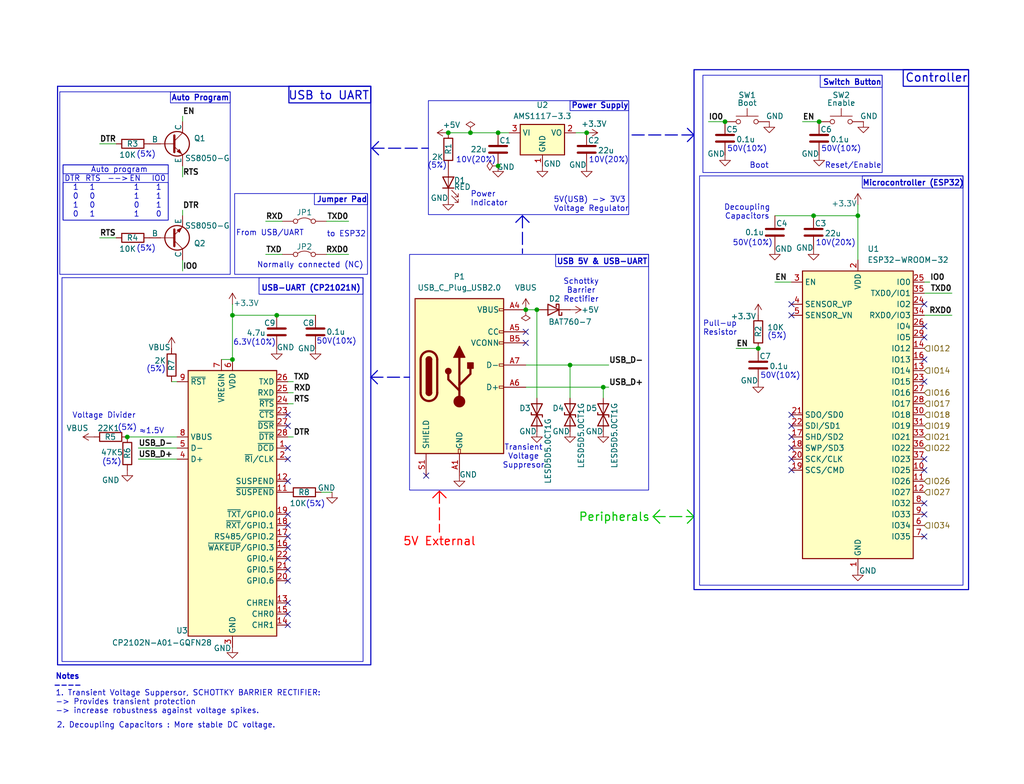
<source format=kicad_sch>
(kicad_sch
	(version 20231120)
	(generator "eeschema")
	(generator_version "8.0")
	(uuid "1912891a-f625-49ac-b6a7-da3ffe468fbc")
	(paper "User" 235 180)
	(title_block
		(title "Microcontroller Unit")
		(date "2024-12-07")
		(rev "2.0")
		(company "Bandung Institute of Technology (ITB)")
		(comment 1 "Bostang Palaguna")
		(comment 2 "Designed by:")
	)
	(lib_symbols
		(symbol "Connector:USB_C_Plug_USB2.0"
			(pin_names
				(offset 1.016)
			)
			(exclude_from_sim no)
			(in_bom yes)
			(on_board yes)
			(property "Reference" "P"
				(at -10.16 19.05 0)
				(effects
					(font
						(size 1.27 1.27)
					)
					(justify left)
				)
			)
			(property "Value" "USB_C_Plug_USB2.0"
				(at 12.7 19.05 0)
				(effects
					(font
						(size 1.27 1.27)
					)
					(justify right)
				)
			)
			(property "Footprint" ""
				(at 3.81 0 0)
				(effects
					(font
						(size 1.27 1.27)
					)
					(hide yes)
				)
			)
			(property "Datasheet" "https://www.usb.org/sites/default/files/documents/usb_type-c.zip"
				(at 3.81 0 0)
				(effects
					(font
						(size 1.27 1.27)
					)
					(hide yes)
				)
			)
			(property "Description" "USB 2.0-only Type-C Plug connector"
				(at 0 0 0)
				(effects
					(font
						(size 1.27 1.27)
					)
					(hide yes)
				)
			)
			(property "ki_keywords" "usb universal serial bus type-C USB2.0"
				(at 0 0 0)
				(effects
					(font
						(size 1.27 1.27)
					)
					(hide yes)
				)
			)
			(property "ki_fp_filters" "USB*C*Plug*"
				(at 0 0 0)
				(effects
					(font
						(size 1.27 1.27)
					)
					(hide yes)
				)
			)
			(symbol "USB_C_Plug_USB2.0_0_0"
				(rectangle
					(start -0.254 -17.78)
					(end 0.254 -16.764)
					(stroke
						(width 0)
						(type default)
					)
					(fill
						(type none)
					)
				)
				(rectangle
					(start 10.16 -2.286)
					(end 9.144 -2.794)
					(stroke
						(width 0)
						(type default)
					)
					(fill
						(type none)
					)
				)
				(rectangle
					(start 10.16 2.794)
					(end 9.144 2.286)
					(stroke
						(width 0)
						(type default)
					)
					(fill
						(type none)
					)
				)
				(rectangle
					(start 10.16 7.874)
					(end 9.144 7.366)
					(stroke
						(width 0)
						(type default)
					)
					(fill
						(type none)
					)
				)
				(rectangle
					(start 10.16 10.414)
					(end 9.144 9.906)
					(stroke
						(width 0)
						(type default)
					)
					(fill
						(type none)
					)
				)
				(rectangle
					(start 10.16 15.494)
					(end 9.144 14.986)
					(stroke
						(width 0)
						(type default)
					)
					(fill
						(type none)
					)
				)
			)
			(symbol "USB_C_Plug_USB2.0_0_1"
				(rectangle
					(start -10.16 17.78)
					(end 10.16 -17.78)
					(stroke
						(width 0.254)
						(type default)
					)
					(fill
						(type background)
					)
				)
				(arc
					(start -8.89 -3.81)
					(mid -6.985 -5.7067)
					(end -5.08 -3.81)
					(stroke
						(width 0.508)
						(type default)
					)
					(fill
						(type none)
					)
				)
				(arc
					(start -7.62 -3.81)
					(mid -6.985 -4.4423)
					(end -6.35 -3.81)
					(stroke
						(width 0.254)
						(type default)
					)
					(fill
						(type none)
					)
				)
				(arc
					(start -7.62 -3.81)
					(mid -6.985 -4.4423)
					(end -6.35 -3.81)
					(stroke
						(width 0.254)
						(type default)
					)
					(fill
						(type outline)
					)
				)
				(rectangle
					(start -7.62 -3.81)
					(end -6.35 3.81)
					(stroke
						(width 0.254)
						(type default)
					)
					(fill
						(type outline)
					)
				)
				(arc
					(start -6.35 3.81)
					(mid -6.985 4.4423)
					(end -7.62 3.81)
					(stroke
						(width 0.254)
						(type default)
					)
					(fill
						(type none)
					)
				)
				(arc
					(start -6.35 3.81)
					(mid -6.985 4.4423)
					(end -7.62 3.81)
					(stroke
						(width 0.254)
						(type default)
					)
					(fill
						(type outline)
					)
				)
				(arc
					(start -5.08 3.81)
					(mid -6.985 5.7067)
					(end -8.89 3.81)
					(stroke
						(width 0.508)
						(type default)
					)
					(fill
						(type none)
					)
				)
				(circle
					(center -2.54 1.143)
					(radius 0.635)
					(stroke
						(width 0.254)
						(type default)
					)
					(fill
						(type outline)
					)
				)
				(circle
					(center 0 -5.842)
					(radius 1.27)
					(stroke
						(width 0)
						(type default)
					)
					(fill
						(type outline)
					)
				)
				(polyline
					(pts
						(xy -8.89 -3.81) (xy -8.89 3.81)
					)
					(stroke
						(width 0.508)
						(type default)
					)
					(fill
						(type none)
					)
				)
				(polyline
					(pts
						(xy -5.08 3.81) (xy -5.08 -3.81)
					)
					(stroke
						(width 0.508)
						(type default)
					)
					(fill
						(type none)
					)
				)
				(polyline
					(pts
						(xy 0 -5.842) (xy 0 4.318)
					)
					(stroke
						(width 0.508)
						(type default)
					)
					(fill
						(type none)
					)
				)
				(polyline
					(pts
						(xy 0 -3.302) (xy -2.54 -0.762) (xy -2.54 0.508)
					)
					(stroke
						(width 0.508)
						(type default)
					)
					(fill
						(type none)
					)
				)
				(polyline
					(pts
						(xy 0 -2.032) (xy 2.54 0.508) (xy 2.54 1.778)
					)
					(stroke
						(width 0.508)
						(type default)
					)
					(fill
						(type none)
					)
				)
				(polyline
					(pts
						(xy -1.27 4.318) (xy 0 6.858) (xy 1.27 4.318) (xy -1.27 4.318)
					)
					(stroke
						(width 0.254)
						(type default)
					)
					(fill
						(type outline)
					)
				)
				(rectangle
					(start 1.905 1.778)
					(end 3.175 3.048)
					(stroke
						(width 0.254)
						(type default)
					)
					(fill
						(type outline)
					)
				)
			)
			(symbol "USB_C_Plug_USB2.0_1_1"
				(pin passive line
					(at 0 -22.86 90)
					(length 5.08)
					(name "GND"
						(effects
							(font
								(size 1.27 1.27)
							)
						)
					)
					(number "A1"
						(effects
							(font
								(size 1.27 1.27)
							)
						)
					)
				)
				(pin passive line
					(at 0 -22.86 90)
					(length 5.08) hide
					(name "GND"
						(effects
							(font
								(size 1.27 1.27)
							)
						)
					)
					(number "A12"
						(effects
							(font
								(size 1.27 1.27)
							)
						)
					)
				)
				(pin passive line
					(at 15.24 15.24 180)
					(length 5.08)
					(name "VBUS"
						(effects
							(font
								(size 1.27 1.27)
							)
						)
					)
					(number "A4"
						(effects
							(font
								(size 1.27 1.27)
							)
						)
					)
				)
				(pin bidirectional line
					(at 15.24 10.16 180)
					(length 5.08)
					(name "CC"
						(effects
							(font
								(size 1.27 1.27)
							)
						)
					)
					(number "A5"
						(effects
							(font
								(size 1.27 1.27)
							)
						)
					)
				)
				(pin bidirectional line
					(at 15.24 -2.54 180)
					(length 5.08)
					(name "D+"
						(effects
							(font
								(size 1.27 1.27)
							)
						)
					)
					(number "A6"
						(effects
							(font
								(size 1.27 1.27)
							)
						)
					)
				)
				(pin bidirectional line
					(at 15.24 2.54 180)
					(length 5.08)
					(name "D-"
						(effects
							(font
								(size 1.27 1.27)
							)
						)
					)
					(number "A7"
						(effects
							(font
								(size 1.27 1.27)
							)
						)
					)
				)
				(pin passive line
					(at 15.24 15.24 180)
					(length 5.08) hide
					(name "VBUS"
						(effects
							(font
								(size 1.27 1.27)
							)
						)
					)
					(number "A9"
						(effects
							(font
								(size 1.27 1.27)
							)
						)
					)
				)
				(pin passive line
					(at 0 -22.86 90)
					(length 5.08) hide
					(name "GND"
						(effects
							(font
								(size 1.27 1.27)
							)
						)
					)
					(number "B1"
						(effects
							(font
								(size 1.27 1.27)
							)
						)
					)
				)
				(pin passive line
					(at 0 -22.86 90)
					(length 5.08) hide
					(name "GND"
						(effects
							(font
								(size 1.27 1.27)
							)
						)
					)
					(number "B12"
						(effects
							(font
								(size 1.27 1.27)
							)
						)
					)
				)
				(pin passive line
					(at 15.24 15.24 180)
					(length 5.08) hide
					(name "VBUS"
						(effects
							(font
								(size 1.27 1.27)
							)
						)
					)
					(number "B4"
						(effects
							(font
								(size 1.27 1.27)
							)
						)
					)
				)
				(pin bidirectional line
					(at 15.24 7.62 180)
					(length 5.08)
					(name "VCONN"
						(effects
							(font
								(size 1.27 1.27)
							)
						)
					)
					(number "B5"
						(effects
							(font
								(size 1.27 1.27)
							)
						)
					)
				)
				(pin passive line
					(at 15.24 15.24 180)
					(length 5.08) hide
					(name "VBUS"
						(effects
							(font
								(size 1.27 1.27)
							)
						)
					)
					(number "B9"
						(effects
							(font
								(size 1.27 1.27)
							)
						)
					)
				)
				(pin passive line
					(at -7.62 -22.86 90)
					(length 5.08)
					(name "SHIELD"
						(effects
							(font
								(size 1.27 1.27)
							)
						)
					)
					(number "S1"
						(effects
							(font
								(size 1.27 1.27)
							)
						)
					)
				)
			)
		)
		(symbol "Device:C"
			(pin_numbers hide)
			(pin_names
				(offset 0.254)
			)
			(exclude_from_sim no)
			(in_bom yes)
			(on_board yes)
			(property "Reference" "C"
				(at 0.635 2.54 0)
				(effects
					(font
						(size 1.27 1.27)
					)
					(justify left)
				)
			)
			(property "Value" "C"
				(at 0.635 -2.54 0)
				(effects
					(font
						(size 1.27 1.27)
					)
					(justify left)
				)
			)
			(property "Footprint" ""
				(at 0.9652 -3.81 0)
				(effects
					(font
						(size 1.27 1.27)
					)
					(hide yes)
				)
			)
			(property "Datasheet" "~"
				(at 0 0 0)
				(effects
					(font
						(size 1.27 1.27)
					)
					(hide yes)
				)
			)
			(property "Description" "Unpolarized capacitor"
				(at 0 0 0)
				(effects
					(font
						(size 1.27 1.27)
					)
					(hide yes)
				)
			)
			(property "ki_keywords" "cap capacitor"
				(at 0 0 0)
				(effects
					(font
						(size 1.27 1.27)
					)
					(hide yes)
				)
			)
			(property "ki_fp_filters" "C_*"
				(at 0 0 0)
				(effects
					(font
						(size 1.27 1.27)
					)
					(hide yes)
				)
			)
			(symbol "C_0_1"
				(polyline
					(pts
						(xy -2.032 -0.762) (xy 2.032 -0.762)
					)
					(stroke
						(width 0.508)
						(type default)
					)
					(fill
						(type none)
					)
				)
				(polyline
					(pts
						(xy -2.032 0.762) (xy 2.032 0.762)
					)
					(stroke
						(width 0.508)
						(type default)
					)
					(fill
						(type none)
					)
				)
			)
			(symbol "C_1_1"
				(pin passive line
					(at 0 3.81 270)
					(length 2.794)
					(name "~"
						(effects
							(font
								(size 1.27 1.27)
							)
						)
					)
					(number "1"
						(effects
							(font
								(size 1.27 1.27)
							)
						)
					)
				)
				(pin passive line
					(at 0 -3.81 90)
					(length 2.794)
					(name "~"
						(effects
							(font
								(size 1.27 1.27)
							)
						)
					)
					(number "2"
						(effects
							(font
								(size 1.27 1.27)
							)
						)
					)
				)
			)
		)
		(symbol "Device:D_Schottky"
			(pin_numbers hide)
			(pin_names
				(offset 1.016) hide)
			(exclude_from_sim no)
			(in_bom yes)
			(on_board yes)
			(property "Reference" "D"
				(at 0 2.54 0)
				(effects
					(font
						(size 1.27 1.27)
					)
				)
			)
			(property "Value" "D_Schottky"
				(at 0 -2.54 0)
				(effects
					(font
						(size 1.27 1.27)
					)
				)
			)
			(property "Footprint" ""
				(at 0 0 0)
				(effects
					(font
						(size 1.27 1.27)
					)
					(hide yes)
				)
			)
			(property "Datasheet" "~"
				(at 0 0 0)
				(effects
					(font
						(size 1.27 1.27)
					)
					(hide yes)
				)
			)
			(property "Description" "Schottky diode"
				(at 0 0 0)
				(effects
					(font
						(size 1.27 1.27)
					)
					(hide yes)
				)
			)
			(property "ki_keywords" "diode Schottky"
				(at 0 0 0)
				(effects
					(font
						(size 1.27 1.27)
					)
					(hide yes)
				)
			)
			(property "ki_fp_filters" "TO-???* *_Diode_* *SingleDiode* D_*"
				(at 0 0 0)
				(effects
					(font
						(size 1.27 1.27)
					)
					(hide yes)
				)
			)
			(symbol "D_Schottky_0_1"
				(polyline
					(pts
						(xy 1.27 0) (xy -1.27 0)
					)
					(stroke
						(width 0)
						(type default)
					)
					(fill
						(type none)
					)
				)
				(polyline
					(pts
						(xy 1.27 1.27) (xy 1.27 -1.27) (xy -1.27 0) (xy 1.27 1.27)
					)
					(stroke
						(width 0.254)
						(type default)
					)
					(fill
						(type none)
					)
				)
				(polyline
					(pts
						(xy -1.905 0.635) (xy -1.905 1.27) (xy -1.27 1.27) (xy -1.27 -1.27) (xy -0.635 -1.27) (xy -0.635 -0.635)
					)
					(stroke
						(width 0.254)
						(type default)
					)
					(fill
						(type none)
					)
				)
			)
			(symbol "D_Schottky_1_1"
				(pin passive line
					(at -3.81 0 0)
					(length 2.54)
					(name "K"
						(effects
							(font
								(size 1.27 1.27)
							)
						)
					)
					(number "1"
						(effects
							(font
								(size 1.27 1.27)
							)
						)
					)
				)
				(pin passive line
					(at 3.81 0 180)
					(length 2.54)
					(name "A"
						(effects
							(font
								(size 1.27 1.27)
							)
						)
					)
					(number "2"
						(effects
							(font
								(size 1.27 1.27)
							)
						)
					)
				)
			)
		)
		(symbol "Device:D_TVS"
			(pin_numbers hide)
			(pin_names
				(offset 1.016) hide)
			(exclude_from_sim no)
			(in_bom yes)
			(on_board yes)
			(property "Reference" "D"
				(at 0 2.54 0)
				(effects
					(font
						(size 1.27 1.27)
					)
				)
			)
			(property "Value" "D_TVS"
				(at 0 -2.54 0)
				(effects
					(font
						(size 1.27 1.27)
					)
				)
			)
			(property "Footprint" ""
				(at 0 0 0)
				(effects
					(font
						(size 1.27 1.27)
					)
					(hide yes)
				)
			)
			(property "Datasheet" "~"
				(at 0 0 0)
				(effects
					(font
						(size 1.27 1.27)
					)
					(hide yes)
				)
			)
			(property "Description" "Bidirectional transient-voltage-suppression diode"
				(at 0 0 0)
				(effects
					(font
						(size 1.27 1.27)
					)
					(hide yes)
				)
			)
			(property "ki_keywords" "diode TVS thyrector"
				(at 0 0 0)
				(effects
					(font
						(size 1.27 1.27)
					)
					(hide yes)
				)
			)
			(property "ki_fp_filters" "TO-???* *_Diode_* *SingleDiode* D_*"
				(at 0 0 0)
				(effects
					(font
						(size 1.27 1.27)
					)
					(hide yes)
				)
			)
			(symbol "D_TVS_0_1"
				(polyline
					(pts
						(xy 1.27 0) (xy -1.27 0)
					)
					(stroke
						(width 0)
						(type default)
					)
					(fill
						(type none)
					)
				)
				(polyline
					(pts
						(xy 0.508 1.27) (xy 0 1.27) (xy 0 -1.27) (xy -0.508 -1.27)
					)
					(stroke
						(width 0.254)
						(type default)
					)
					(fill
						(type none)
					)
				)
				(polyline
					(pts
						(xy -2.54 1.27) (xy -2.54 -1.27) (xy 2.54 1.27) (xy 2.54 -1.27) (xy -2.54 1.27)
					)
					(stroke
						(width 0.254)
						(type default)
					)
					(fill
						(type none)
					)
				)
			)
			(symbol "D_TVS_1_1"
				(pin passive line
					(at -3.81 0 0)
					(length 2.54)
					(name "A1"
						(effects
							(font
								(size 1.27 1.27)
							)
						)
					)
					(number "1"
						(effects
							(font
								(size 1.27 1.27)
							)
						)
					)
				)
				(pin passive line
					(at 3.81 0 180)
					(length 2.54)
					(name "A2"
						(effects
							(font
								(size 1.27 1.27)
							)
						)
					)
					(number "2"
						(effects
							(font
								(size 1.27 1.27)
							)
						)
					)
				)
			)
		)
		(symbol "Device:LED"
			(pin_numbers hide)
			(pin_names
				(offset 1.016) hide)
			(exclude_from_sim no)
			(in_bom yes)
			(on_board yes)
			(property "Reference" "D"
				(at 0 2.54 0)
				(effects
					(font
						(size 1.27 1.27)
					)
				)
			)
			(property "Value" "LED"
				(at 0 -2.54 0)
				(effects
					(font
						(size 1.27 1.27)
					)
				)
			)
			(property "Footprint" ""
				(at 0 0 0)
				(effects
					(font
						(size 1.27 1.27)
					)
					(hide yes)
				)
			)
			(property "Datasheet" "~"
				(at 0 0 0)
				(effects
					(font
						(size 1.27 1.27)
					)
					(hide yes)
				)
			)
			(property "Description" "Light emitting diode"
				(at 0 0 0)
				(effects
					(font
						(size 1.27 1.27)
					)
					(hide yes)
				)
			)
			(property "ki_keywords" "LED diode"
				(at 0 0 0)
				(effects
					(font
						(size 1.27 1.27)
					)
					(hide yes)
				)
			)
			(property "ki_fp_filters" "LED* LED_SMD:* LED_THT:*"
				(at 0 0 0)
				(effects
					(font
						(size 1.27 1.27)
					)
					(hide yes)
				)
			)
			(symbol "LED_0_1"
				(polyline
					(pts
						(xy -1.27 -1.27) (xy -1.27 1.27)
					)
					(stroke
						(width 0.254)
						(type default)
					)
					(fill
						(type none)
					)
				)
				(polyline
					(pts
						(xy -1.27 0) (xy 1.27 0)
					)
					(stroke
						(width 0)
						(type default)
					)
					(fill
						(type none)
					)
				)
				(polyline
					(pts
						(xy 1.27 -1.27) (xy 1.27 1.27) (xy -1.27 0) (xy 1.27 -1.27)
					)
					(stroke
						(width 0.254)
						(type default)
					)
					(fill
						(type none)
					)
				)
				(polyline
					(pts
						(xy -3.048 -0.762) (xy -4.572 -2.286) (xy -3.81 -2.286) (xy -4.572 -2.286) (xy -4.572 -1.524)
					)
					(stroke
						(width 0)
						(type default)
					)
					(fill
						(type none)
					)
				)
				(polyline
					(pts
						(xy -1.778 -0.762) (xy -3.302 -2.286) (xy -2.54 -2.286) (xy -3.302 -2.286) (xy -3.302 -1.524)
					)
					(stroke
						(width 0)
						(type default)
					)
					(fill
						(type none)
					)
				)
			)
			(symbol "LED_1_1"
				(pin passive line
					(at -3.81 0 0)
					(length 2.54)
					(name "K"
						(effects
							(font
								(size 1.27 1.27)
							)
						)
					)
					(number "1"
						(effects
							(font
								(size 1.27 1.27)
							)
						)
					)
				)
				(pin passive line
					(at 3.81 0 180)
					(length 2.54)
					(name "A"
						(effects
							(font
								(size 1.27 1.27)
							)
						)
					)
					(number "2"
						(effects
							(font
								(size 1.27 1.27)
							)
						)
					)
				)
			)
		)
		(symbol "Device:R"
			(pin_numbers hide)
			(pin_names
				(offset 0)
			)
			(exclude_from_sim no)
			(in_bom yes)
			(on_board yes)
			(property "Reference" "R"
				(at 2.032 0 90)
				(effects
					(font
						(size 1.27 1.27)
					)
				)
			)
			(property "Value" "R"
				(at 0 0 90)
				(effects
					(font
						(size 1.27 1.27)
					)
				)
			)
			(property "Footprint" ""
				(at -1.778 0 90)
				(effects
					(font
						(size 1.27 1.27)
					)
					(hide yes)
				)
			)
			(property "Datasheet" "~"
				(at 0 0 0)
				(effects
					(font
						(size 1.27 1.27)
					)
					(hide yes)
				)
			)
			(property "Description" "Resistor"
				(at 0 0 0)
				(effects
					(font
						(size 1.27 1.27)
					)
					(hide yes)
				)
			)
			(property "ki_keywords" "R res resistor"
				(at 0 0 0)
				(effects
					(font
						(size 1.27 1.27)
					)
					(hide yes)
				)
			)
			(property "ki_fp_filters" "R_*"
				(at 0 0 0)
				(effects
					(font
						(size 1.27 1.27)
					)
					(hide yes)
				)
			)
			(symbol "R_0_1"
				(rectangle
					(start -1.016 -2.54)
					(end 1.016 2.54)
					(stroke
						(width 0.254)
						(type default)
					)
					(fill
						(type none)
					)
				)
			)
			(symbol "R_1_1"
				(pin passive line
					(at 0 3.81 270)
					(length 1.27)
					(name "~"
						(effects
							(font
								(size 1.27 1.27)
							)
						)
					)
					(number "1"
						(effects
							(font
								(size 1.27 1.27)
							)
						)
					)
				)
				(pin passive line
					(at 0 -3.81 90)
					(length 1.27)
					(name "~"
						(effects
							(font
								(size 1.27 1.27)
							)
						)
					)
					(number "2"
						(effects
							(font
								(size 1.27 1.27)
							)
						)
					)
				)
			)
		)
		(symbol "Interface_USB:CP2102N-Axx-xQFN28"
			(exclude_from_sim no)
			(in_bom yes)
			(on_board yes)
			(property "Reference" "U"
				(at -8.89 31.75 0)
				(effects
					(font
						(size 1.27 1.27)
					)
				)
			)
			(property "Value" "CP2102N-Axx-xQFN28"
				(at 12.7 31.75 0)
				(effects
					(font
						(size 1.27 1.27)
					)
				)
			)
			(property "Footprint" "Package_DFN_QFN:QFN-28-1EP_5x5mm_P0.5mm_EP3.35x3.35mm"
				(at 33.02 -31.75 0)
				(effects
					(font
						(size 1.27 1.27)
					)
					(hide yes)
				)
			)
			(property "Datasheet" "https://www.silabs.com/documents/public/data-sheets/cp2102n-datasheet.pdf"
				(at 1.27 -19.05 0)
				(effects
					(font
						(size 1.27 1.27)
					)
					(hide yes)
				)
			)
			(property "Description" "USB to UART master bridge, QFN-28"
				(at 0 0 0)
				(effects
					(font
						(size 1.27 1.27)
					)
					(hide yes)
				)
			)
			(property "ki_keywords" "USB UART bridge"
				(at 0 0 0)
				(effects
					(font
						(size 1.27 1.27)
					)
					(hide yes)
				)
			)
			(property "ki_fp_filters" "QFN*1EP*5x5mm*P0.5mm*"
				(at 0 0 0)
				(effects
					(font
						(size 1.27 1.27)
					)
					(hide yes)
				)
			)
			(symbol "CP2102N-Axx-xQFN28_0_1"
				(rectangle
					(start -10.16 30.48)
					(end 10.16 -30.48)
					(stroke
						(width 0.254)
						(type default)
					)
					(fill
						(type background)
					)
				)
			)
			(symbol "CP2102N-Axx-xQFN28_1_1"
				(pin input line
					(at 12.7 12.7 180)
					(length 2.54)
					(name "~{DCD}"
						(effects
							(font
								(size 1.27 1.27)
							)
						)
					)
					(number "1"
						(effects
							(font
								(size 1.27 1.27)
							)
						)
					)
				)
				(pin no_connect line
					(at -10.16 -27.94 0)
					(length 2.54) hide
					(name "NC"
						(effects
							(font
								(size 1.27 1.27)
							)
						)
					)
					(number "10"
						(effects
							(font
								(size 1.27 1.27)
							)
						)
					)
				)
				(pin output line
					(at 12.7 2.54 180)
					(length 2.54)
					(name "~{SUSPEND}"
						(effects
							(font
								(size 1.27 1.27)
							)
						)
					)
					(number "11"
						(effects
							(font
								(size 1.27 1.27)
							)
						)
					)
				)
				(pin output line
					(at 12.7 5.08 180)
					(length 2.54)
					(name "SUSPEND"
						(effects
							(font
								(size 1.27 1.27)
							)
						)
					)
					(number "12"
						(effects
							(font
								(size 1.27 1.27)
							)
						)
					)
				)
				(pin output line
					(at 12.7 -22.86 180)
					(length 2.54)
					(name "CHREN"
						(effects
							(font
								(size 1.27 1.27)
							)
						)
					)
					(number "13"
						(effects
							(font
								(size 1.27 1.27)
							)
						)
					)
				)
				(pin output line
					(at 12.7 -27.94 180)
					(length 2.54)
					(name "CHR1"
						(effects
							(font
								(size 1.27 1.27)
							)
						)
					)
					(number "14"
						(effects
							(font
								(size 1.27 1.27)
							)
						)
					)
				)
				(pin output line
					(at 12.7 -25.4 180)
					(length 2.54)
					(name "CHR0"
						(effects
							(font
								(size 1.27 1.27)
							)
						)
					)
					(number "15"
						(effects
							(font
								(size 1.27 1.27)
							)
						)
					)
				)
				(pin bidirectional line
					(at 12.7 -10.16 180)
					(length 2.54)
					(name "~{WAKEUP}/GPIO.3"
						(effects
							(font
								(size 1.27 1.27)
							)
						)
					)
					(number "16"
						(effects
							(font
								(size 1.27 1.27)
							)
						)
					)
				)
				(pin bidirectional line
					(at 12.7 -7.62 180)
					(length 2.54)
					(name "RS485/GPIO.2"
						(effects
							(font
								(size 1.27 1.27)
							)
						)
					)
					(number "17"
						(effects
							(font
								(size 1.27 1.27)
							)
						)
					)
				)
				(pin bidirectional line
					(at 12.7 -5.08 180)
					(length 2.54)
					(name "~{RXT}/GPIO.1"
						(effects
							(font
								(size 1.27 1.27)
							)
						)
					)
					(number "18"
						(effects
							(font
								(size 1.27 1.27)
							)
						)
					)
				)
				(pin bidirectional line
					(at 12.7 -2.54 180)
					(length 2.54)
					(name "~{TXT}/GPIO.0"
						(effects
							(font
								(size 1.27 1.27)
							)
						)
					)
					(number "19"
						(effects
							(font
								(size 1.27 1.27)
							)
						)
					)
				)
				(pin bidirectional line
					(at 12.7 10.16 180)
					(length 2.54)
					(name "~{RI}/CLK"
						(effects
							(font
								(size 1.27 1.27)
							)
						)
					)
					(number "2"
						(effects
							(font
								(size 1.27 1.27)
							)
						)
					)
				)
				(pin bidirectional line
					(at 12.7 -17.78 180)
					(length 2.54)
					(name "GPIO.6"
						(effects
							(font
								(size 1.27 1.27)
							)
						)
					)
					(number "20"
						(effects
							(font
								(size 1.27 1.27)
							)
						)
					)
				)
				(pin bidirectional line
					(at 12.7 -15.24 180)
					(length 2.54)
					(name "GPIO.5"
						(effects
							(font
								(size 1.27 1.27)
							)
						)
					)
					(number "21"
						(effects
							(font
								(size 1.27 1.27)
							)
						)
					)
				)
				(pin bidirectional line
					(at 12.7 -12.7 180)
					(length 2.54)
					(name "GPIO.4"
						(effects
							(font
								(size 1.27 1.27)
							)
						)
					)
					(number "22"
						(effects
							(font
								(size 1.27 1.27)
							)
						)
					)
				)
				(pin input line
					(at 12.7 20.32 180)
					(length 2.54)
					(name "~{CTS}"
						(effects
							(font
								(size 1.27 1.27)
							)
						)
					)
					(number "23"
						(effects
							(font
								(size 1.27 1.27)
							)
						)
					)
				)
				(pin output line
					(at 12.7 22.86 180)
					(length 2.54)
					(name "~{RTS}"
						(effects
							(font
								(size 1.27 1.27)
							)
						)
					)
					(number "24"
						(effects
							(font
								(size 1.27 1.27)
							)
						)
					)
				)
				(pin input line
					(at 12.7 25.4 180)
					(length 2.54)
					(name "RXD"
						(effects
							(font
								(size 1.27 1.27)
							)
						)
					)
					(number "25"
						(effects
							(font
								(size 1.27 1.27)
							)
						)
					)
				)
				(pin output line
					(at 12.7 27.94 180)
					(length 2.54)
					(name "TXD"
						(effects
							(font
								(size 1.27 1.27)
							)
						)
					)
					(number "26"
						(effects
							(font
								(size 1.27 1.27)
							)
						)
					)
				)
				(pin input line
					(at 12.7 17.78 180)
					(length 2.54)
					(name "~{DSR}"
						(effects
							(font
								(size 1.27 1.27)
							)
						)
					)
					(number "27"
						(effects
							(font
								(size 1.27 1.27)
							)
						)
					)
				)
				(pin output line
					(at 12.7 15.24 180)
					(length 2.54)
					(name "~{DTR}"
						(effects
							(font
								(size 1.27 1.27)
							)
						)
					)
					(number "28"
						(effects
							(font
								(size 1.27 1.27)
							)
						)
					)
				)
				(pin passive line
					(at 0 -33.02 90)
					(length 2.54) hide
					(name "GND"
						(effects
							(font
								(size 1.27 1.27)
							)
						)
					)
					(number "29"
						(effects
							(font
								(size 1.27 1.27)
							)
						)
					)
				)
				(pin power_in line
					(at 0 -33.02 90)
					(length 2.54)
					(name "GND"
						(effects
							(font
								(size 1.27 1.27)
							)
						)
					)
					(number "3"
						(effects
							(font
								(size 1.27 1.27)
							)
						)
					)
				)
				(pin bidirectional line
					(at -12.7 10.16 0)
					(length 2.54)
					(name "D+"
						(effects
							(font
								(size 1.27 1.27)
							)
						)
					)
					(number "4"
						(effects
							(font
								(size 1.27 1.27)
							)
						)
					)
				)
				(pin bidirectional line
					(at -12.7 12.7 0)
					(length 2.54)
					(name "D-"
						(effects
							(font
								(size 1.27 1.27)
							)
						)
					)
					(number "5"
						(effects
							(font
								(size 1.27 1.27)
							)
						)
					)
				)
				(pin power_in line
					(at 0 33.02 270)
					(length 2.54)
					(name "VDD"
						(effects
							(font
								(size 1.27 1.27)
							)
						)
					)
					(number "6"
						(effects
							(font
								(size 1.27 1.27)
							)
						)
					)
				)
				(pin power_in line
					(at -2.54 33.02 270)
					(length 2.54)
					(name "VREGIN"
						(effects
							(font
								(size 1.27 1.27)
							)
						)
					)
					(number "7"
						(effects
							(font
								(size 1.27 1.27)
							)
						)
					)
				)
				(pin input line
					(at -12.7 15.24 0)
					(length 2.54)
					(name "VBUS"
						(effects
							(font
								(size 1.27 1.27)
							)
						)
					)
					(number "8"
						(effects
							(font
								(size 1.27 1.27)
							)
						)
					)
				)
				(pin input line
					(at -12.7 27.94 0)
					(length 2.54)
					(name "~{RST}"
						(effects
							(font
								(size 1.27 1.27)
							)
						)
					)
					(number "9"
						(effects
							(font
								(size 1.27 1.27)
							)
						)
					)
				)
			)
		)
		(symbol "Jumper:Jumper_2_Bridged"
			(pin_numbers hide)
			(pin_names
				(offset 0) hide)
			(exclude_from_sim yes)
			(in_bom yes)
			(on_board yes)
			(property "Reference" "JP"
				(at 0 1.905 0)
				(effects
					(font
						(size 1.27 1.27)
					)
				)
			)
			(property "Value" "Jumper_2_Bridged"
				(at 0 -2.54 0)
				(effects
					(font
						(size 1.27 1.27)
					)
				)
			)
			(property "Footprint" ""
				(at 0 0 0)
				(effects
					(font
						(size 1.27 1.27)
					)
					(hide yes)
				)
			)
			(property "Datasheet" "~"
				(at 0 0 0)
				(effects
					(font
						(size 1.27 1.27)
					)
					(hide yes)
				)
			)
			(property "Description" "Jumper, 2-pole, closed/bridged"
				(at 0 0 0)
				(effects
					(font
						(size 1.27 1.27)
					)
					(hide yes)
				)
			)
			(property "ki_keywords" "Jumper SPST"
				(at 0 0 0)
				(effects
					(font
						(size 1.27 1.27)
					)
					(hide yes)
				)
			)
			(property "ki_fp_filters" "Jumper* TestPoint*2Pads* TestPoint*Bridge*"
				(at 0 0 0)
				(effects
					(font
						(size 1.27 1.27)
					)
					(hide yes)
				)
			)
			(symbol "Jumper_2_Bridged_0_0"
				(circle
					(center -2.032 0)
					(radius 0.508)
					(stroke
						(width 0)
						(type default)
					)
					(fill
						(type none)
					)
				)
				(circle
					(center 2.032 0)
					(radius 0.508)
					(stroke
						(width 0)
						(type default)
					)
					(fill
						(type none)
					)
				)
			)
			(symbol "Jumper_2_Bridged_0_1"
				(arc
					(start 1.524 0.254)
					(mid 0 0.762)
					(end -1.524 0.254)
					(stroke
						(width 0)
						(type default)
					)
					(fill
						(type none)
					)
				)
			)
			(symbol "Jumper_2_Bridged_1_1"
				(pin passive line
					(at -5.08 0 0)
					(length 2.54)
					(name "A"
						(effects
							(font
								(size 1.27 1.27)
							)
						)
					)
					(number "1"
						(effects
							(font
								(size 1.27 1.27)
							)
						)
					)
				)
				(pin passive line
					(at 5.08 0 180)
					(length 2.54)
					(name "B"
						(effects
							(font
								(size 1.27 1.27)
							)
						)
					)
					(number "2"
						(effects
							(font
								(size 1.27 1.27)
							)
						)
					)
				)
			)
		)
		(symbol "RF_Module:ESP32-WROOM-32"
			(exclude_from_sim no)
			(in_bom yes)
			(on_board yes)
			(property "Reference" "U"
				(at -12.7 34.29 0)
				(effects
					(font
						(size 1.27 1.27)
					)
					(justify left)
				)
			)
			(property "Value" "ESP32-WROOM-32"
				(at 1.27 34.29 0)
				(effects
					(font
						(size 1.27 1.27)
					)
					(justify left)
				)
			)
			(property "Footprint" "RF_Module:ESP32-WROOM-32"
				(at 0 -38.1 0)
				(effects
					(font
						(size 1.27 1.27)
					)
					(hide yes)
				)
			)
			(property "Datasheet" "https://www.espressif.com/sites/default/files/documentation/esp32-wroom-32_datasheet_en.pdf"
				(at -7.62 1.27 0)
				(effects
					(font
						(size 1.27 1.27)
					)
					(hide yes)
				)
			)
			(property "Description" "RF Module, ESP32-D0WDQ6 SoC, Wi-Fi 802.11b/g/n, Bluetooth, BLE, 32-bit, 2.7-3.6V, onboard antenna, SMD"
				(at 0 0 0)
				(effects
					(font
						(size 1.27 1.27)
					)
					(hide yes)
				)
			)
			(property "ki_keywords" "RF Radio BT ESP ESP32 Espressif onboard PCB antenna"
				(at 0 0 0)
				(effects
					(font
						(size 1.27 1.27)
					)
					(hide yes)
				)
			)
			(property "ki_fp_filters" "ESP32?WROOM?32*"
				(at 0 0 0)
				(effects
					(font
						(size 1.27 1.27)
					)
					(hide yes)
				)
			)
			(symbol "ESP32-WROOM-32_0_1"
				(rectangle
					(start -12.7 33.02)
					(end 12.7 -33.02)
					(stroke
						(width 0.254)
						(type default)
					)
					(fill
						(type background)
					)
				)
			)
			(symbol "ESP32-WROOM-32_1_1"
				(pin power_in line
					(at 0 -35.56 90)
					(length 2.54)
					(name "GND"
						(effects
							(font
								(size 1.27 1.27)
							)
						)
					)
					(number "1"
						(effects
							(font
								(size 1.27 1.27)
							)
						)
					)
				)
				(pin bidirectional line
					(at 15.24 -12.7 180)
					(length 2.54)
					(name "IO25"
						(effects
							(font
								(size 1.27 1.27)
							)
						)
					)
					(number "10"
						(effects
							(font
								(size 1.27 1.27)
							)
						)
					)
				)
				(pin bidirectional line
					(at 15.24 -15.24 180)
					(length 2.54)
					(name "IO26"
						(effects
							(font
								(size 1.27 1.27)
							)
						)
					)
					(number "11"
						(effects
							(font
								(size 1.27 1.27)
							)
						)
					)
				)
				(pin bidirectional line
					(at 15.24 -17.78 180)
					(length 2.54)
					(name "IO27"
						(effects
							(font
								(size 1.27 1.27)
							)
						)
					)
					(number "12"
						(effects
							(font
								(size 1.27 1.27)
							)
						)
					)
				)
				(pin bidirectional line
					(at 15.24 10.16 180)
					(length 2.54)
					(name "IO14"
						(effects
							(font
								(size 1.27 1.27)
							)
						)
					)
					(number "13"
						(effects
							(font
								(size 1.27 1.27)
							)
						)
					)
				)
				(pin bidirectional line
					(at 15.24 15.24 180)
					(length 2.54)
					(name "IO12"
						(effects
							(font
								(size 1.27 1.27)
							)
						)
					)
					(number "14"
						(effects
							(font
								(size 1.27 1.27)
							)
						)
					)
				)
				(pin passive line
					(at 0 -35.56 90)
					(length 2.54) hide
					(name "GND"
						(effects
							(font
								(size 1.27 1.27)
							)
						)
					)
					(number "15"
						(effects
							(font
								(size 1.27 1.27)
							)
						)
					)
				)
				(pin bidirectional line
					(at 15.24 12.7 180)
					(length 2.54)
					(name "IO13"
						(effects
							(font
								(size 1.27 1.27)
							)
						)
					)
					(number "16"
						(effects
							(font
								(size 1.27 1.27)
							)
						)
					)
				)
				(pin bidirectional line
					(at -15.24 -5.08 0)
					(length 2.54)
					(name "SHD/SD2"
						(effects
							(font
								(size 1.27 1.27)
							)
						)
					)
					(number "17"
						(effects
							(font
								(size 1.27 1.27)
							)
						)
					)
				)
				(pin bidirectional line
					(at -15.24 -7.62 0)
					(length 2.54)
					(name "SWP/SD3"
						(effects
							(font
								(size 1.27 1.27)
							)
						)
					)
					(number "18"
						(effects
							(font
								(size 1.27 1.27)
							)
						)
					)
				)
				(pin bidirectional line
					(at -15.24 -12.7 0)
					(length 2.54)
					(name "SCS/CMD"
						(effects
							(font
								(size 1.27 1.27)
							)
						)
					)
					(number "19"
						(effects
							(font
								(size 1.27 1.27)
							)
						)
					)
				)
				(pin power_in line
					(at 0 35.56 270)
					(length 2.54)
					(name "VDD"
						(effects
							(font
								(size 1.27 1.27)
							)
						)
					)
					(number "2"
						(effects
							(font
								(size 1.27 1.27)
							)
						)
					)
				)
				(pin bidirectional line
					(at -15.24 -10.16 0)
					(length 2.54)
					(name "SCK/CLK"
						(effects
							(font
								(size 1.27 1.27)
							)
						)
					)
					(number "20"
						(effects
							(font
								(size 1.27 1.27)
							)
						)
					)
				)
				(pin bidirectional line
					(at -15.24 0 0)
					(length 2.54)
					(name "SDO/SD0"
						(effects
							(font
								(size 1.27 1.27)
							)
						)
					)
					(number "21"
						(effects
							(font
								(size 1.27 1.27)
							)
						)
					)
				)
				(pin bidirectional line
					(at -15.24 -2.54 0)
					(length 2.54)
					(name "SDI/SD1"
						(effects
							(font
								(size 1.27 1.27)
							)
						)
					)
					(number "22"
						(effects
							(font
								(size 1.27 1.27)
							)
						)
					)
				)
				(pin bidirectional line
					(at 15.24 7.62 180)
					(length 2.54)
					(name "IO15"
						(effects
							(font
								(size 1.27 1.27)
							)
						)
					)
					(number "23"
						(effects
							(font
								(size 1.27 1.27)
							)
						)
					)
				)
				(pin bidirectional line
					(at 15.24 25.4 180)
					(length 2.54)
					(name "IO2"
						(effects
							(font
								(size 1.27 1.27)
							)
						)
					)
					(number "24"
						(effects
							(font
								(size 1.27 1.27)
							)
						)
					)
				)
				(pin bidirectional line
					(at 15.24 30.48 180)
					(length 2.54)
					(name "IO0"
						(effects
							(font
								(size 1.27 1.27)
							)
						)
					)
					(number "25"
						(effects
							(font
								(size 1.27 1.27)
							)
						)
					)
				)
				(pin bidirectional line
					(at 15.24 20.32 180)
					(length 2.54)
					(name "IO4"
						(effects
							(font
								(size 1.27 1.27)
							)
						)
					)
					(number "26"
						(effects
							(font
								(size 1.27 1.27)
							)
						)
					)
				)
				(pin bidirectional line
					(at 15.24 5.08 180)
					(length 2.54)
					(name "IO16"
						(effects
							(font
								(size 1.27 1.27)
							)
						)
					)
					(number "27"
						(effects
							(font
								(size 1.27 1.27)
							)
						)
					)
				)
				(pin bidirectional line
					(at 15.24 2.54 180)
					(length 2.54)
					(name "IO17"
						(effects
							(font
								(size 1.27 1.27)
							)
						)
					)
					(number "28"
						(effects
							(font
								(size 1.27 1.27)
							)
						)
					)
				)
				(pin bidirectional line
					(at 15.24 17.78 180)
					(length 2.54)
					(name "IO5"
						(effects
							(font
								(size 1.27 1.27)
							)
						)
					)
					(number "29"
						(effects
							(font
								(size 1.27 1.27)
							)
						)
					)
				)
				(pin input line
					(at -15.24 30.48 0)
					(length 2.54)
					(name "EN"
						(effects
							(font
								(size 1.27 1.27)
							)
						)
					)
					(number "3"
						(effects
							(font
								(size 1.27 1.27)
							)
						)
					)
				)
				(pin bidirectional line
					(at 15.24 0 180)
					(length 2.54)
					(name "IO18"
						(effects
							(font
								(size 1.27 1.27)
							)
						)
					)
					(number "30"
						(effects
							(font
								(size 1.27 1.27)
							)
						)
					)
				)
				(pin bidirectional line
					(at 15.24 -2.54 180)
					(length 2.54)
					(name "IO19"
						(effects
							(font
								(size 1.27 1.27)
							)
						)
					)
					(number "31"
						(effects
							(font
								(size 1.27 1.27)
							)
						)
					)
				)
				(pin no_connect line
					(at -12.7 -27.94 0)
					(length 2.54) hide
					(name "NC"
						(effects
							(font
								(size 1.27 1.27)
							)
						)
					)
					(number "32"
						(effects
							(font
								(size 1.27 1.27)
							)
						)
					)
				)
				(pin bidirectional line
					(at 15.24 -5.08 180)
					(length 2.54)
					(name "IO21"
						(effects
							(font
								(size 1.27 1.27)
							)
						)
					)
					(number "33"
						(effects
							(font
								(size 1.27 1.27)
							)
						)
					)
				)
				(pin bidirectional line
					(at 15.24 22.86 180)
					(length 2.54)
					(name "RXD0/IO3"
						(effects
							(font
								(size 1.27 1.27)
							)
						)
					)
					(number "34"
						(effects
							(font
								(size 1.27 1.27)
							)
						)
					)
				)
				(pin bidirectional line
					(at 15.24 27.94 180)
					(length 2.54)
					(name "TXD0/IO1"
						(effects
							(font
								(size 1.27 1.27)
							)
						)
					)
					(number "35"
						(effects
							(font
								(size 1.27 1.27)
							)
						)
					)
				)
				(pin bidirectional line
					(at 15.24 -7.62 180)
					(length 2.54)
					(name "IO22"
						(effects
							(font
								(size 1.27 1.27)
							)
						)
					)
					(number "36"
						(effects
							(font
								(size 1.27 1.27)
							)
						)
					)
				)
				(pin bidirectional line
					(at 15.24 -10.16 180)
					(length 2.54)
					(name "IO23"
						(effects
							(font
								(size 1.27 1.27)
							)
						)
					)
					(number "37"
						(effects
							(font
								(size 1.27 1.27)
							)
						)
					)
				)
				(pin passive line
					(at 0 -35.56 90)
					(length 2.54) hide
					(name "GND"
						(effects
							(font
								(size 1.27 1.27)
							)
						)
					)
					(number "38"
						(effects
							(font
								(size 1.27 1.27)
							)
						)
					)
				)
				(pin passive line
					(at 0 -35.56 90)
					(length 2.54) hide
					(name "GND"
						(effects
							(font
								(size 1.27 1.27)
							)
						)
					)
					(number "39"
						(effects
							(font
								(size 1.27 1.27)
							)
						)
					)
				)
				(pin input line
					(at -15.24 25.4 0)
					(length 2.54)
					(name "SENSOR_VP"
						(effects
							(font
								(size 1.27 1.27)
							)
						)
					)
					(number "4"
						(effects
							(font
								(size 1.27 1.27)
							)
						)
					)
				)
				(pin input line
					(at -15.24 22.86 0)
					(length 2.54)
					(name "SENSOR_VN"
						(effects
							(font
								(size 1.27 1.27)
							)
						)
					)
					(number "5"
						(effects
							(font
								(size 1.27 1.27)
							)
						)
					)
				)
				(pin input line
					(at 15.24 -25.4 180)
					(length 2.54)
					(name "IO34"
						(effects
							(font
								(size 1.27 1.27)
							)
						)
					)
					(number "6"
						(effects
							(font
								(size 1.27 1.27)
							)
						)
					)
				)
				(pin input line
					(at 15.24 -27.94 180)
					(length 2.54)
					(name "IO35"
						(effects
							(font
								(size 1.27 1.27)
							)
						)
					)
					(number "7"
						(effects
							(font
								(size 1.27 1.27)
							)
						)
					)
				)
				(pin bidirectional line
					(at 15.24 -20.32 180)
					(length 2.54)
					(name "IO32"
						(effects
							(font
								(size 1.27 1.27)
							)
						)
					)
					(number "8"
						(effects
							(font
								(size 1.27 1.27)
							)
						)
					)
				)
				(pin bidirectional line
					(at 15.24 -22.86 180)
					(length 2.54)
					(name "IO33"
						(effects
							(font
								(size 1.27 1.27)
							)
						)
					)
					(number "9"
						(effects
							(font
								(size 1.27 1.27)
							)
						)
					)
				)
			)
		)
		(symbol "Regulator_Linear:AMS1117-3.3"
			(exclude_from_sim no)
			(in_bom yes)
			(on_board yes)
			(property "Reference" "U"
				(at -3.81 3.175 0)
				(effects
					(font
						(size 1.27 1.27)
					)
				)
			)
			(property "Value" "AMS1117-3.3"
				(at 0 3.175 0)
				(effects
					(font
						(size 1.27 1.27)
					)
					(justify left)
				)
			)
			(property "Footprint" "Package_TO_SOT_SMD:SOT-223-3_TabPin2"
				(at 0 5.08 0)
				(effects
					(font
						(size 1.27 1.27)
					)
					(hide yes)
				)
			)
			(property "Datasheet" "http://www.advanced-monolithic.com/pdf/ds1117.pdf"
				(at 2.54 -6.35 0)
				(effects
					(font
						(size 1.27 1.27)
					)
					(hide yes)
				)
			)
			(property "Description" "1A Low Dropout regulator, positive, 3.3V fixed output, SOT-223"
				(at 0 0 0)
				(effects
					(font
						(size 1.27 1.27)
					)
					(hide yes)
				)
			)
			(property "ki_keywords" "linear regulator ldo fixed positive"
				(at 0 0 0)
				(effects
					(font
						(size 1.27 1.27)
					)
					(hide yes)
				)
			)
			(property "ki_fp_filters" "SOT?223*TabPin2*"
				(at 0 0 0)
				(effects
					(font
						(size 1.27 1.27)
					)
					(hide yes)
				)
			)
			(symbol "AMS1117-3.3_0_1"
				(rectangle
					(start -5.08 -5.08)
					(end 5.08 1.905)
					(stroke
						(width 0.254)
						(type default)
					)
					(fill
						(type background)
					)
				)
			)
			(symbol "AMS1117-3.3_1_1"
				(pin power_in line
					(at 0 -7.62 90)
					(length 2.54)
					(name "GND"
						(effects
							(font
								(size 1.27 1.27)
							)
						)
					)
					(number "1"
						(effects
							(font
								(size 1.27 1.27)
							)
						)
					)
				)
				(pin power_out line
					(at 7.62 0 180)
					(length 2.54)
					(name "VO"
						(effects
							(font
								(size 1.27 1.27)
							)
						)
					)
					(number "2"
						(effects
							(font
								(size 1.27 1.27)
							)
						)
					)
				)
				(pin power_in line
					(at -7.62 0 0)
					(length 2.54)
					(name "VI"
						(effects
							(font
								(size 1.27 1.27)
							)
						)
					)
					(number "3"
						(effects
							(font
								(size 1.27 1.27)
							)
						)
					)
				)
			)
		)
		(symbol "Simulation_SPICE:NPN"
			(pin_numbers hide)
			(pin_names
				(offset 0)
			)
			(exclude_from_sim no)
			(in_bom yes)
			(on_board yes)
			(property "Reference" "Q"
				(at -2.54 7.62 0)
				(effects
					(font
						(size 1.27 1.27)
					)
				)
			)
			(property "Value" "NPN"
				(at -2.54 5.08 0)
				(effects
					(font
						(size 1.27 1.27)
					)
				)
			)
			(property "Footprint" ""
				(at 63.5 0 0)
				(effects
					(font
						(size 1.27 1.27)
					)
					(hide yes)
				)
			)
			(property "Datasheet" "https://ngspice.sourceforge.io/docs/ngspice-html-manual/manual.xhtml#cha_BJTs"
				(at 63.5 0 0)
				(effects
					(font
						(size 1.27 1.27)
					)
					(hide yes)
				)
			)
			(property "Description" "Bipolar transistor symbol for simulation only, substrate tied to the emitter"
				(at 0 0 0)
				(effects
					(font
						(size 1.27 1.27)
					)
					(hide yes)
				)
			)
			(property "Sim.Device" "NPN"
				(at 0 0 0)
				(effects
					(font
						(size 1.27 1.27)
					)
					(hide yes)
				)
			)
			(property "Sim.Type" "GUMMELPOON"
				(at 0 0 0)
				(effects
					(font
						(size 1.27 1.27)
					)
					(hide yes)
				)
			)
			(property "Sim.Pins" "1=C 2=B 3=E"
				(at 0 0 0)
				(effects
					(font
						(size 1.27 1.27)
					)
					(hide yes)
				)
			)
			(property "ki_keywords" "simulation"
				(at 0 0 0)
				(effects
					(font
						(size 1.27 1.27)
					)
					(hide yes)
				)
			)
			(symbol "NPN_0_1"
				(polyline
					(pts
						(xy -2.54 0) (xy 0.635 0)
					)
					(stroke
						(width 0.1524)
						(type default)
					)
					(fill
						(type none)
					)
				)
				(polyline
					(pts
						(xy 0.635 0.635) (xy 2.54 2.54)
					)
					(stroke
						(width 0)
						(type default)
					)
					(fill
						(type none)
					)
				)
				(polyline
					(pts
						(xy 2.794 -1.27) (xy 2.794 -1.27)
					)
					(stroke
						(width 0.1524)
						(type default)
					)
					(fill
						(type none)
					)
				)
				(polyline
					(pts
						(xy 2.794 -1.27) (xy 2.794 -1.27)
					)
					(stroke
						(width 0.1524)
						(type default)
					)
					(fill
						(type none)
					)
				)
				(polyline
					(pts
						(xy 0.635 -0.635) (xy 2.54 -2.54) (xy 2.54 -2.54)
					)
					(stroke
						(width 0)
						(type default)
					)
					(fill
						(type none)
					)
				)
				(polyline
					(pts
						(xy 0.635 1.905) (xy 0.635 -1.905) (xy 0.635 -1.905)
					)
					(stroke
						(width 0.508)
						(type default)
					)
					(fill
						(type none)
					)
				)
				(polyline
					(pts
						(xy 1.27 -1.778) (xy 1.778 -1.27) (xy 2.286 -2.286) (xy 1.27 -1.778) (xy 1.27 -1.778)
					)
					(stroke
						(width 0)
						(type default)
					)
					(fill
						(type outline)
					)
				)
				(circle
					(center 1.27 0)
					(radius 2.8194)
					(stroke
						(width 0.254)
						(type default)
					)
					(fill
						(type none)
					)
				)
			)
			(symbol "NPN_1_1"
				(pin open_collector line
					(at 2.54 5.08 270)
					(length 2.54)
					(name "C"
						(effects
							(font
								(size 1.27 1.27)
							)
						)
					)
					(number "1"
						(effects
							(font
								(size 1.27 1.27)
							)
						)
					)
				)
				(pin input line
					(at -5.08 0 0)
					(length 2.54)
					(name "B"
						(effects
							(font
								(size 1.27 1.27)
							)
						)
					)
					(number "2"
						(effects
							(font
								(size 1.27 1.27)
							)
						)
					)
				)
				(pin open_emitter line
					(at 2.54 -5.08 90)
					(length 2.54)
					(name "E"
						(effects
							(font
								(size 1.27 1.27)
							)
						)
					)
					(number "3"
						(effects
							(font
								(size 1.27 1.27)
							)
						)
					)
				)
			)
		)
		(symbol "Switch:SW_Push"
			(pin_numbers hide)
			(pin_names
				(offset 1.016) hide)
			(exclude_from_sim no)
			(in_bom yes)
			(on_board yes)
			(property "Reference" "SW"
				(at 1.27 2.54 0)
				(effects
					(font
						(size 1.27 1.27)
					)
					(justify left)
				)
			)
			(property "Value" "SW_Push"
				(at 0 -1.524 0)
				(effects
					(font
						(size 1.27 1.27)
					)
				)
			)
			(property "Footprint" ""
				(at 0 5.08 0)
				(effects
					(font
						(size 1.27 1.27)
					)
					(hide yes)
				)
			)
			(property "Datasheet" "~"
				(at 0 5.08 0)
				(effects
					(font
						(size 1.27 1.27)
					)
					(hide yes)
				)
			)
			(property "Description" "Push button switch, generic, two pins"
				(at 0 0 0)
				(effects
					(font
						(size 1.27 1.27)
					)
					(hide yes)
				)
			)
			(property "ki_keywords" "switch normally-open pushbutton push-button"
				(at 0 0 0)
				(effects
					(font
						(size 1.27 1.27)
					)
					(hide yes)
				)
			)
			(symbol "SW_Push_0_1"
				(circle
					(center -2.032 0)
					(radius 0.508)
					(stroke
						(width 0)
						(type default)
					)
					(fill
						(type none)
					)
				)
				(polyline
					(pts
						(xy 0 1.27) (xy 0 3.048)
					)
					(stroke
						(width 0)
						(type default)
					)
					(fill
						(type none)
					)
				)
				(polyline
					(pts
						(xy 2.54 1.27) (xy -2.54 1.27)
					)
					(stroke
						(width 0)
						(type default)
					)
					(fill
						(type none)
					)
				)
				(circle
					(center 2.032 0)
					(radius 0.508)
					(stroke
						(width 0)
						(type default)
					)
					(fill
						(type none)
					)
				)
				(pin passive line
					(at -5.08 0 0)
					(length 2.54)
					(name "1"
						(effects
							(font
								(size 1.27 1.27)
							)
						)
					)
					(number "1"
						(effects
							(font
								(size 1.27 1.27)
							)
						)
					)
				)
				(pin passive line
					(at 5.08 0 180)
					(length 2.54)
					(name "2"
						(effects
							(font
								(size 1.27 1.27)
							)
						)
					)
					(number "2"
						(effects
							(font
								(size 1.27 1.27)
							)
						)
					)
				)
			)
		)
		(symbol "power:+3.3V"
			(power)
			(pin_numbers hide)
			(pin_names
				(offset 0) hide)
			(exclude_from_sim no)
			(in_bom yes)
			(on_board yes)
			(property "Reference" "#PWR"
				(at 0 -3.81 0)
				(effects
					(font
						(size 1.27 1.27)
					)
					(hide yes)
				)
			)
			(property "Value" "+3.3V"
				(at 0 3.556 0)
				(effects
					(font
						(size 1.27 1.27)
					)
				)
			)
			(property "Footprint" ""
				(at 0 0 0)
				(effects
					(font
						(size 1.27 1.27)
					)
					(hide yes)
				)
			)
			(property "Datasheet" ""
				(at 0 0 0)
				(effects
					(font
						(size 1.27 1.27)
					)
					(hide yes)
				)
			)
			(property "Description" "Power symbol creates a global label with name \"+3.3V\""
				(at 0 0 0)
				(effects
					(font
						(size 1.27 1.27)
					)
					(hide yes)
				)
			)
			(property "ki_keywords" "global power"
				(at 0 0 0)
				(effects
					(font
						(size 1.27 1.27)
					)
					(hide yes)
				)
			)
			(symbol "+3.3V_0_1"
				(polyline
					(pts
						(xy -0.762 1.27) (xy 0 2.54)
					)
					(stroke
						(width 0)
						(type default)
					)
					(fill
						(type none)
					)
				)
				(polyline
					(pts
						(xy 0 0) (xy 0 2.54)
					)
					(stroke
						(width 0)
						(type default)
					)
					(fill
						(type none)
					)
				)
				(polyline
					(pts
						(xy 0 2.54) (xy 0.762 1.27)
					)
					(stroke
						(width 0)
						(type default)
					)
					(fill
						(type none)
					)
				)
			)
			(symbol "+3.3V_1_1"
				(pin power_in line
					(at 0 0 90)
					(length 0)
					(name "~"
						(effects
							(font
								(size 1.27 1.27)
							)
						)
					)
					(number "1"
						(effects
							(font
								(size 1.27 1.27)
							)
						)
					)
				)
			)
		)
		(symbol "power:+5V"
			(power)
			(pin_numbers hide)
			(pin_names
				(offset 0) hide)
			(exclude_from_sim no)
			(in_bom yes)
			(on_board yes)
			(property "Reference" "#PWR"
				(at 0 -3.81 0)
				(effects
					(font
						(size 1.27 1.27)
					)
					(hide yes)
				)
			)
			(property "Value" "+5V"
				(at 0 3.556 0)
				(effects
					(font
						(size 1.27 1.27)
					)
				)
			)
			(property "Footprint" ""
				(at 0 0 0)
				(effects
					(font
						(size 1.27 1.27)
					)
					(hide yes)
				)
			)
			(property "Datasheet" ""
				(at 0 0 0)
				(effects
					(font
						(size 1.27 1.27)
					)
					(hide yes)
				)
			)
			(property "Description" "Power symbol creates a global label with name \"+5V\""
				(at 0 0 0)
				(effects
					(font
						(size 1.27 1.27)
					)
					(hide yes)
				)
			)
			(property "ki_keywords" "global power"
				(at 0 0 0)
				(effects
					(font
						(size 1.27 1.27)
					)
					(hide yes)
				)
			)
			(symbol "+5V_0_1"
				(polyline
					(pts
						(xy -0.762 1.27) (xy 0 2.54)
					)
					(stroke
						(width 0)
						(type default)
					)
					(fill
						(type none)
					)
				)
				(polyline
					(pts
						(xy 0 0) (xy 0 2.54)
					)
					(stroke
						(width 0)
						(type default)
					)
					(fill
						(type none)
					)
				)
				(polyline
					(pts
						(xy 0 2.54) (xy 0.762 1.27)
					)
					(stroke
						(width 0)
						(type default)
					)
					(fill
						(type none)
					)
				)
			)
			(symbol "+5V_1_1"
				(pin power_in line
					(at 0 0 90)
					(length 0)
					(name "~"
						(effects
							(font
								(size 1.27 1.27)
							)
						)
					)
					(number "1"
						(effects
							(font
								(size 1.27 1.27)
							)
						)
					)
				)
			)
		)
		(symbol "power:GND"
			(power)
			(pin_numbers hide)
			(pin_names
				(offset 0) hide)
			(exclude_from_sim no)
			(in_bom yes)
			(on_board yes)
			(property "Reference" "#PWR"
				(at 0 -6.35 0)
				(effects
					(font
						(size 1.27 1.27)
					)
					(hide yes)
				)
			)
			(property "Value" "GND"
				(at 0 -3.81 0)
				(effects
					(font
						(size 1.27 1.27)
					)
				)
			)
			(property "Footprint" ""
				(at 0 0 0)
				(effects
					(font
						(size 1.27 1.27)
					)
					(hide yes)
				)
			)
			(property "Datasheet" ""
				(at 0 0 0)
				(effects
					(font
						(size 1.27 1.27)
					)
					(hide yes)
				)
			)
			(property "Description" "Power symbol creates a global label with name \"GND\" , ground"
				(at 0 0 0)
				(effects
					(font
						(size 1.27 1.27)
					)
					(hide yes)
				)
			)
			(property "ki_keywords" "global power"
				(at 0 0 0)
				(effects
					(font
						(size 1.27 1.27)
					)
					(hide yes)
				)
			)
			(symbol "GND_0_1"
				(polyline
					(pts
						(xy 0 0) (xy 0 -1.27) (xy 1.27 -1.27) (xy 0 -2.54) (xy -1.27 -1.27) (xy 0 -1.27)
					)
					(stroke
						(width 0)
						(type default)
					)
					(fill
						(type none)
					)
				)
			)
			(symbol "GND_1_1"
				(pin power_in line
					(at 0 0 270)
					(length 0)
					(name "~"
						(effects
							(font
								(size 1.27 1.27)
							)
						)
					)
					(number "1"
						(effects
							(font
								(size 1.27 1.27)
							)
						)
					)
				)
			)
		)
		(symbol "power:PWR_FLAG"
			(power)
			(pin_numbers hide)
			(pin_names
				(offset 0) hide)
			(exclude_from_sim no)
			(in_bom yes)
			(on_board yes)
			(property "Reference" "#FLG"
				(at 0 1.905 0)
				(effects
					(font
						(size 1.27 1.27)
					)
					(hide yes)
				)
			)
			(property "Value" "PWR_FLAG"
				(at 0 3.81 0)
				(effects
					(font
						(size 1.27 1.27)
					)
				)
			)
			(property "Footprint" ""
				(at 0 0 0)
				(effects
					(font
						(size 1.27 1.27)
					)
					(hide yes)
				)
			)
			(property "Datasheet" "~"
				(at 0 0 0)
				(effects
					(font
						(size 1.27 1.27)
					)
					(hide yes)
				)
			)
			(property "Description" "Special symbol for telling ERC where power comes from"
				(at 0 0 0)
				(effects
					(font
						(size 1.27 1.27)
					)
					(hide yes)
				)
			)
			(property "ki_keywords" "flag power"
				(at 0 0 0)
				(effects
					(font
						(size 1.27 1.27)
					)
					(hide yes)
				)
			)
			(symbol "PWR_FLAG_0_0"
				(pin power_out line
					(at 0 0 90)
					(length 0)
					(name "~"
						(effects
							(font
								(size 1.27 1.27)
							)
						)
					)
					(number "1"
						(effects
							(font
								(size 1.27 1.27)
							)
						)
					)
				)
			)
			(symbol "PWR_FLAG_0_1"
				(polyline
					(pts
						(xy 0 0) (xy 0 1.27) (xy -1.016 1.905) (xy 0 2.54) (xy 1.016 1.905) (xy 0 1.27)
					)
					(stroke
						(width 0)
						(type default)
					)
					(fill
						(type none)
					)
				)
			)
		)
		(symbol "power:VBUS"
			(power)
			(pin_numbers hide)
			(pin_names
				(offset 0) hide)
			(exclude_from_sim no)
			(in_bom yes)
			(on_board yes)
			(property "Reference" "#PWR"
				(at 0 -3.81 0)
				(effects
					(font
						(size 1.27 1.27)
					)
					(hide yes)
				)
			)
			(property "Value" "VBUS"
				(at 0 3.556 0)
				(effects
					(font
						(size 1.27 1.27)
					)
				)
			)
			(property "Footprint" ""
				(at 0 0 0)
				(effects
					(font
						(size 1.27 1.27)
					)
					(hide yes)
				)
			)
			(property "Datasheet" ""
				(at 0 0 0)
				(effects
					(font
						(size 1.27 1.27)
					)
					(hide yes)
				)
			)
			(property "Description" "Power symbol creates a global label with name \"VBUS\""
				(at 0 0 0)
				(effects
					(font
						(size 1.27 1.27)
					)
					(hide yes)
				)
			)
			(property "ki_keywords" "global power"
				(at 0 0 0)
				(effects
					(font
						(size 1.27 1.27)
					)
					(hide yes)
				)
			)
			(symbol "VBUS_0_1"
				(polyline
					(pts
						(xy -0.762 1.27) (xy 0 2.54)
					)
					(stroke
						(width 0)
						(type default)
					)
					(fill
						(type none)
					)
				)
				(polyline
					(pts
						(xy 0 0) (xy 0 2.54)
					)
					(stroke
						(width 0)
						(type default)
					)
					(fill
						(type none)
					)
				)
				(polyline
					(pts
						(xy 0 2.54) (xy 0.762 1.27)
					)
					(stroke
						(width 0)
						(type default)
					)
					(fill
						(type none)
					)
				)
			)
			(symbol "VBUS_1_1"
				(pin power_in line
					(at 0 0 90)
					(length 0)
					(name "~"
						(effects
							(font
								(size 1.27 1.27)
							)
						)
					)
					(number "1"
						(effects
							(font
								(size 1.27 1.27)
							)
						)
					)
				)
			)
		)
	)
	(junction
		(at 166.37 27.94)
		(diameter 0)
		(color 0 0 0 0)
		(uuid "061ecf63-4189-4747-aef7-54c0f97c816e")
	)
	(junction
		(at 107.95 30.48)
		(diameter 0)
		(color 0 0 0 0)
		(uuid "189d706c-1038-4334-b2ae-126558bff5d7")
	)
	(junction
		(at 123.19 71.12)
		(diameter 0)
		(color 0 0 0 0)
		(uuid "1ba91a8a-8d47-402b-a2d7-25344cbc2aaa")
	)
	(junction
		(at 53.34 72.39)
		(diameter 0)
		(color 0 0 0 0)
		(uuid "1e2b2d1e-9994-49e0-9687-aede7ef302a7")
	)
	(junction
		(at 29.21 100.33)
		(diameter 0)
		(color 0 0 0 0)
		(uuid "3f94e66f-a3c7-441f-8e72-ca97cb473b08")
	)
	(junction
		(at 114.3 38.1)
		(diameter 0)
		(color 0 0 0 0)
		(uuid "48236c81-d96f-4974-81bd-dab7f176a91e")
	)
	(junction
		(at 130.81 83.82)
		(diameter 0)
		(color 0 0 0 0)
		(uuid "55d239a0-d379-4335-a203-59bbeee02245")
	)
	(junction
		(at 53.34 82.55)
		(diameter 0)
		(color 0 0 0 0)
		(uuid "6f2235dc-a330-42c4-ab27-68a62a71535a")
	)
	(junction
		(at 114.3 30.48)
		(diameter 0)
		(color 0 0 0 0)
		(uuid "861ad21a-28c5-4b95-800c-ce2feab13bbb")
	)
	(junction
		(at 138.43 88.9)
		(diameter 0)
		(color 0 0 0 0)
		(uuid "89a2bc50-5100-4911-a81c-283a158739b1")
	)
	(junction
		(at 186.69 49.53)
		(diameter 0)
		(color 0 0 0 0)
		(uuid "9d65221b-9592-4d42-8597-0b038794afeb")
	)
	(junction
		(at 173.99 80.01)
		(diameter 0)
		(color 0 0 0 0)
		(uuid "a677417b-8a47-4e07-9b1d-e90b0a79c6b3")
	)
	(junction
		(at 196.85 49.53)
		(diameter 0)
		(color 0 0 0 0)
		(uuid "b90d331c-f41d-4fca-8a1c-333c7e91551e")
	)
	(junction
		(at 187.96 27.94)
		(diameter 0)
		(color 0 0 0 0)
		(uuid "bed4b839-6e58-490f-9b37-ba8a61470a4c")
	)
	(junction
		(at 63.5 72.39)
		(diameter 0)
		(color 0 0 0 0)
		(uuid "c5372884-4a5f-403d-be81-5ea25666477d")
	)
	(junction
		(at 134.62 30.48)
		(diameter 0)
		(color 0 0 0 0)
		(uuid "c8dfaedc-a701-4450-a0aa-4443db9c96d1")
	)
	(junction
		(at 120.65 71.12)
		(diameter 0)
		(color 0 0 0 0)
		(uuid "df2090c7-bcaa-4f89-a03e-fa8a9d854f21")
	)
	(junction
		(at 102.87 30.48)
		(diameter 0)
		(color 0 0 0 0)
		(uuid "e45afab5-3132-47fa-9311-1860061a1484")
	)
	(no_connect
		(at 181.61 107.95)
		(uuid "07464b8e-cc44-4dd3-83a0-45ff067aabc3")
	)
	(no_connect
		(at 181.61 97.79)
		(uuid "091e7b14-ea73-44bd-8503-3eeae97a81db")
	)
	(no_connect
		(at 212.09 74.93)
		(uuid "0a1d3c8b-136c-4180-bffa-b54d59017139")
	)
	(no_connect
		(at 120.65 78.74)
		(uuid "0cb307fe-8057-48e2-ae6e-10c52c38f65a")
	)
	(no_connect
		(at 181.61 100.33)
		(uuid "1cd158ff-ba8b-438f-a386-d2c3a59d50ca")
	)
	(no_connect
		(at 66.04 105.41)
		(uuid "1e6186a7-033e-43ad-9d90-848760be0cc6")
	)
	(no_connect
		(at 66.04 123.19)
		(uuid "20bbf41f-8fb7-4c1b-a930-87ca4d6e0517")
	)
	(no_connect
		(at 66.04 138.43)
		(uuid "211623a8-5e2f-4718-9242-6f0f74c62381")
	)
	(no_connect
		(at 212.09 82.55)
		(uuid "2e78fa87-7a03-4691-aad3-f6313aec2df8")
	)
	(no_connect
		(at 212.09 69.85)
		(uuid "41f66d86-b8a2-40bf-90b8-928d873b9644")
	)
	(no_connect
		(at 181.61 69.85)
		(uuid "4864679b-5a61-4136-989d-544efe008658")
	)
	(no_connect
		(at 212.09 77.47)
		(uuid "4a5e02be-3f25-41f3-a229-18496e3822a6")
	)
	(no_connect
		(at 66.04 118.11)
		(uuid "4a7d0a6c-0129-408c-a614-c3ff445509c0")
	)
	(no_connect
		(at 66.04 125.73)
		(uuid "554be927-85b1-483a-9195-fc90da2ae1db")
	)
	(no_connect
		(at 181.61 102.87)
		(uuid "584080bf-4612-4be0-b277-9a7ffa5b8626")
	)
	(no_connect
		(at 212.09 87.63)
		(uuid "5f437c6e-5a12-4d99-bcd4-861b9cf902c2")
	)
	(no_connect
		(at 120.65 76.2)
		(uuid "6a2893b6-da61-4908-ab1c-73af086d51cf")
	)
	(no_connect
		(at 66.04 128.27)
		(uuid "6affae8b-871f-4dec-ad2b-e516db390f7d")
	)
	(no_connect
		(at 66.04 102.87)
		(uuid "70acca13-3168-4e1f-9e1f-71810f45e790")
	)
	(no_connect
		(at 66.04 110.49)
		(uuid "72d72627-7e52-4236-953e-17ab0844778a")
	)
	(no_connect
		(at 66.04 143.51)
		(uuid "74e66414-2a77-4ea1-a334-176353766dd1")
	)
	(no_connect
		(at 97.79 109.22)
		(uuid "755241b3-ce9e-4ec2-8d1f-6005e2c0b79a")
	)
	(no_connect
		(at 181.61 105.41)
		(uuid "7cbb38b2-729a-476a-8417-19a3519cfddb")
	)
	(no_connect
		(at 66.04 133.35)
		(uuid "7ff8268b-0343-44b0-9f04-3f7adfaa456b")
	)
	(no_connect
		(at 212.09 118.11)
		(uuid "83bf459c-d9b3-4373-9503-f6d97ca7eb37")
	)
	(no_connect
		(at 66.04 97.79)
		(uuid "891d8393-717b-480d-8442-cafa30d52506")
	)
	(no_connect
		(at 66.04 130.81)
		(uuid "8c5d844a-796b-4368-b53f-b8c268f33e3f")
	)
	(no_connect
		(at 66.04 95.25)
		(uuid "a1b24aa3-a271-4bbf-bd05-ce12265c94ee")
	)
	(no_connect
		(at 212.09 107.95)
		(uuid "a5eda96a-2754-41a3-9b04-71f32faf8f0e")
	)
	(no_connect
		(at 66.04 140.97)
		(uuid "b46e2844-360f-4cfa-9a73-e476ee0fe26b")
	)
	(no_connect
		(at 212.09 123.19)
		(uuid "ba7631b0-3b3a-4a47-a4b0-d47b1885069c")
	)
	(no_connect
		(at 181.61 72.39)
		(uuid "c1b4dbc3-afd0-43f8-9a10-95cac7dcf52a")
	)
	(no_connect
		(at 181.61 95.25)
		(uuid "c3cb8e72-8aad-4f58-8dbf-7800711c8d67")
	)
	(no_connect
		(at 212.09 115.57)
		(uuid "d2f952db-30c9-4b5a-80e8-1de6c8669fb0")
	)
	(no_connect
		(at 66.04 120.65)
		(uuid "de567aee-f428-44a1-9224-27d61bb3577d")
	)
	(no_connect
		(at 212.09 105.41)
		(uuid "ebd84a55-29f5-435b-a0dd-694f366689b1")
	)
	(wire
		(pts
			(xy 80.01 50.8) (xy 74.93 50.8)
		)
		(stroke
			(width 0)
			(type default)
		)
		(uuid "01bc1956-7cab-4405-9fff-4c8b697abe5a")
	)
	(polyline
		(pts
			(xy 151.384 117.094) (xy 149.86 118.618)
		)
		(stroke
			(width 0.254)
			(type dash)
			(color 0 194 0 1)
		)
		(uuid "029e9000-d6f6-4a97-a84f-1240399cb532")
	)
	(polyline
		(pts
			(xy 99.314 114.3) (xy 100.838 112.776)
		)
		(stroke
			(width 0.254)
			(type dash)
			(color 255 0 0 1)
		)
		(uuid "06691587-f598-44b4-bf1a-26be7068d55e")
	)
	(wire
		(pts
			(xy 177.8 49.53) (xy 186.69 49.53)
		)
		(stroke
			(width 0)
			(type default)
		)
		(uuid "06a65e6e-359e-4d55-89cf-9f4ff01fff0c")
	)
	(polyline
		(pts
			(xy 119.888 49.53) (xy 119.888 58.166)
		)
		(stroke
			(width 0.254)
			(type dash)
		)
		(uuid "07f0867b-0a5a-47da-b148-98dcd4f0163b")
	)
	(wire
		(pts
			(xy 218.44 72.39) (xy 212.09 72.39)
		)
		(stroke
			(width 0)
			(type default)
		)
		(uuid "0bfeeddf-8c21-4aeb-a4b8-e4239718c61a")
	)
	(polyline
		(pts
			(xy 157.734 29.464) (xy 159.258 30.988)
		)
		(stroke
			(width 0.254)
			(type dash)
		)
		(uuid "0f658849-bda1-42fc-a0f5-6b40c9fb193f")
	)
	(wire
		(pts
			(xy 177.8 64.77) (xy 181.61 64.77)
		)
		(stroke
			(width 0)
			(type default)
		)
		(uuid "102823cc-6705-4d1a-ae37-5033597c56e5")
	)
	(wire
		(pts
			(xy 53.34 69.85) (xy 53.34 72.39)
		)
		(stroke
			(width 0)
			(type default)
		)
		(uuid "13b5aef0-cfd3-468e-b5d9-1289c64d935e")
	)
	(polyline
		(pts
			(xy 100.838 112.776) (xy 100.838 122.174)
		)
		(stroke
			(width 0.254)
			(type dash)
			(color 255 0 0 1)
		)
		(uuid "143a2dac-8431-48a3-8747-14bf3d8a0843")
	)
	(wire
		(pts
			(xy 130.81 83.82) (xy 139.7 83.82)
		)
		(stroke
			(width 0)
			(type default)
		)
		(uuid "1ec132b7-0021-40d9-84a6-d51d88298a96")
	)
	(wire
		(pts
			(xy 130.81 91.44) (xy 130.81 83.82)
		)
		(stroke
			(width 0)
			(type default)
		)
		(uuid "225ffc2e-407c-4e79-a996-f6a3a8db7e25")
	)
	(wire
		(pts
			(xy 67.31 90.17) (xy 66.04 90.17)
		)
		(stroke
			(width 0)
			(type default)
		)
		(uuid "27bebf60-749f-4558-a6b8-26b261a97971")
	)
	(wire
		(pts
			(xy 213.36 64.77) (xy 212.09 64.77)
		)
		(stroke
			(width 0)
			(type default)
		)
		(uuid "29408746-a1ce-4799-b44a-38782773148b")
	)
	(wire
		(pts
			(xy 114.3 30.48) (xy 116.84 30.48)
		)
		(stroke
			(width 0)
			(type default)
		)
		(uuid "2a30ae98-1b6c-4592-a3ae-38b0ac2dbb42")
	)
	(wire
		(pts
			(xy 41.91 40.64) (xy 41.91 38.1)
		)
		(stroke
			(width 0)
			(type default)
		)
		(uuid "2e2bb4cb-e5e6-4d94-8e78-5efd2a1ab757")
	)
	(wire
		(pts
			(xy 107.95 30.48) (xy 114.3 30.48)
		)
		(stroke
			(width 0)
			(type default)
		)
		(uuid "2ed0bb7b-9c0c-4bb8-964f-271f88d20882")
	)
	(polyline
		(pts
			(xy 159.258 30.988) (xy 144.272 30.988)
		)
		(stroke
			(width 0.254)
			(type dash)
		)
		(uuid "37c6ebff-118b-4cba-b36b-86755283a479")
	)
	(wire
		(pts
			(xy 41.91 26.67) (xy 41.91 27.94)
		)
		(stroke
			(width 0)
			(type default)
		)
		(uuid "3804f32a-221d-498b-9ae3-f7f281d4beb1")
	)
	(wire
		(pts
			(xy 138.43 88.9) (xy 120.65 88.9)
		)
		(stroke
			(width 0)
			(type default)
		)
		(uuid "39f6a726-33a8-4b99-bca4-9a2f5e4cd899")
	)
	(wire
		(pts
			(xy 63.5 72.39) (xy 53.34 72.39)
		)
		(stroke
			(width 0)
			(type default)
		)
		(uuid "3ba223d2-f752-4324-9735-d7fe7c38c334")
	)
	(wire
		(pts
			(xy 138.43 88.9) (xy 139.7 88.9)
		)
		(stroke
			(width 0)
			(type default)
		)
		(uuid "3c8c52bc-3675-404e-b295-9f12bfb5d956")
	)
	(wire
		(pts
			(xy 130.81 83.82) (xy 120.65 83.82)
		)
		(stroke
			(width 0)
			(type default)
		)
		(uuid "3d549b2b-bd80-4b2f-9ff2-232e2373f23f")
	)
	(polyline
		(pts
			(xy 86.614 85.09) (xy 85.09 86.614)
		)
		(stroke
			(width 0.254)
			(type dash)
		)
		(uuid "3ef363bf-b34e-4672-a77a-1faa861c5715")
	)
	(wire
		(pts
			(xy 162.56 27.94) (xy 166.37 27.94)
		)
		(stroke
			(width 0)
			(type default)
		)
		(uuid "4675c542-2a9c-4603-88f3-f250297ace42")
	)
	(polyline
		(pts
			(xy 118.364 51.054) (xy 119.888 49.53)
		)
		(stroke
			(width 0.254)
			(type dash)
		)
		(uuid "468f597f-0a12-412d-8e86-ed8982cd9f8e")
	)
	(wire
		(pts
			(xy 76.2 113.03) (xy 73.66 113.03)
		)
		(stroke
			(width 0)
			(type default)
		)
		(uuid "479fc153-2cce-4a40-a1c1-bf2f07297653")
	)
	(polyline
		(pts
			(xy 102.362 114.3) (xy 100.838 112.776)
		)
		(stroke
			(width 0.254)
			(type dash)
			(color 255 0 0 1)
		)
		(uuid "4ab7ee2c-9f4b-4bdf-98aa-5bd482301dd1")
	)
	(wire
		(pts
			(xy 41.91 48.26) (xy 41.91 49.53)
		)
		(stroke
			(width 0)
			(type default)
		)
		(uuid "4df2a12f-49f3-4c5e-85ea-11e0d13be72f")
	)
	(wire
		(pts
			(xy 67.31 92.71) (xy 66.04 92.71)
		)
		(stroke
			(width 0)
			(type default)
		)
		(uuid "4e2bb482-dc59-4101-8e64-8e5700d2f42e")
	)
	(wire
		(pts
			(xy 60.96 50.8) (xy 64.77 50.8)
		)
		(stroke
			(width 0)
			(type default)
		)
		(uuid "4fabc649-9e57-4dae-b1a0-5604a3e3ff8b")
	)
	(wire
		(pts
			(xy 132.08 30.48) (xy 134.62 30.48)
		)
		(stroke
			(width 0)
			(type default)
		)
		(uuid "51fbbb21-f770-47e9-9d11-9664e4c20616")
	)
	(wire
		(pts
			(xy 196.85 46.99) (xy 196.85 49.53)
		)
		(stroke
			(width 0)
			(type default)
		)
		(uuid "58eadd3b-a5d2-4cc0-a41f-c5aaa41eeb69")
	)
	(polyline
		(pts
			(xy 85.344 34.036) (xy 98.298 34.036)
		)
		(stroke
			(width 0.254)
			(type dash)
		)
		(uuid "5af388f6-694e-485c-abac-0e1425333be8")
	)
	(polyline
		(pts
			(xy 157.734 117.094) (xy 159.258 118.618)
		)
		(stroke
			(width 0.254)
			(type dash)
			(color 0 194 0 1)
		)
		(uuid "5ffbc5ba-e416-4c14-8933-b10da77b9b5d")
	)
	(wire
		(pts
			(xy 67.31 87.63) (xy 66.04 87.63)
		)
		(stroke
			(width 0)
			(type default)
		)
		(uuid "748e1b0f-dd79-434d-bbb8-1ff36c0c1aa7")
	)
	(polyline
		(pts
			(xy 157.734 120.142) (xy 159.258 118.618)
		)
		(stroke
			(width 0.254)
			(type dash)
			(color 0 194 0 1)
		)
		(uuid "78769c2c-0377-4fcd-be6f-7f860312c112")
	)
	(polyline
		(pts
			(xy 151.384 120.142) (xy 149.86 118.618)
		)
		(stroke
			(width 0.254)
			(type dash)
			(color 0 194 0 1)
		)
		(uuid "7afadb39-b91c-4dc0-bde8-6903ccd77f2b")
	)
	(polyline
		(pts
			(xy 157.734 32.512) (xy 159.258 30.988)
		)
		(stroke
			(width 0.254)
			(type dash)
		)
		(uuid "7d327e42-037d-447d-914b-9dcf9569de4f")
	)
	(wire
		(pts
			(xy 80.01 58.42) (xy 74.93 58.42)
		)
		(stroke
			(width 0)
			(type default)
		)
		(uuid "7efb4eff-b20d-4ac5-b6cc-b3099c9f96fd")
	)
	(polyline
		(pts
			(xy 149.86 118.618) (xy 159.258 118.618)
		)
		(stroke
			(width 0.254)
			(type dash)
			(color 0 194 0 1)
		)
		(uuid "89d92c86-2c1e-4ea9-97d1-65b826a5cf98")
	)
	(wire
		(pts
			(xy 186.69 49.53) (xy 196.85 49.53)
		)
		(stroke
			(width 0)
			(type default)
		)
		(uuid "8b6c9b49-81f9-4c13-9498-acba2473d02c")
	)
	(polyline
		(pts
			(xy 85.09 86.614) (xy 93.98 86.614)
		)
		(stroke
			(width 0.254)
			(type dash)
		)
		(uuid "8d7dfc06-54ba-40a9-9a9c-cfe8152870fe")
	)
	(wire
		(pts
			(xy 138.43 91.44) (xy 138.43 88.9)
		)
		(stroke
			(width 0)
			(type default)
		)
		(uuid "8e9cbf5e-2b6c-4ddb-8aea-1a9c8fd0ee7a")
	)
	(wire
		(pts
			(xy 102.87 30.48) (xy 107.95 30.48)
		)
		(stroke
			(width 0)
			(type default)
		)
		(uuid "9dcf2ee2-1e9a-4bf6-9e9d-04f20beb873c")
	)
	(wire
		(pts
			(xy 50.8 82.55) (xy 53.34 82.55)
		)
		(stroke
			(width 0)
			(type default)
		)
		(uuid "a5f36e3e-8389-4894-bfe4-92c75463972b")
	)
	(wire
		(pts
			(xy 123.19 71.12) (xy 120.65 71.12)
		)
		(stroke
			(width 0)
			(type default)
		)
		(uuid "abea2522-d14f-4a34-bcc8-3d61c72a6444")
	)
	(wire
		(pts
			(xy 29.21 100.33) (xy 40.64 100.33)
		)
		(stroke
			(width 0)
			(type default)
		)
		(uuid "b12726de-ef19-481c-a8b3-fa60b9e36876")
	)
	(polyline
		(pts
			(xy 121.412 51.054) (xy 119.888 49.53)
		)
		(stroke
			(width 0.254)
			(type dash)
		)
		(uuid "bf43e084-35ec-4331-8dc6-79ebe26316d2")
	)
	(polyline
		(pts
			(xy 86.868 35.56) (xy 85.344 34.036)
		)
		(stroke
			(width 0.254)
			(type dash)
		)
		(uuid "c326dc2a-de31-45e3-a498-2904b4c1ab92")
	)
	(polyline
		(pts
			(xy 86.614 88.138) (xy 85.09 86.614)
		)
		(stroke
			(width 0.254)
			(type dash)
		)
		(uuid "c49c4d76-a633-44ad-9d46-3c14677947cc")
	)
	(wire
		(pts
			(xy 196.85 49.53) (xy 196.85 59.69)
		)
		(stroke
			(width 0)
			(type default)
		)
		(uuid "c5be1b3a-5a47-4edc-8ba8-797e22195d5e")
	)
	(wire
		(pts
			(xy 22.86 33.02) (xy 26.67 33.02)
		)
		(stroke
			(width 0)
			(type default)
		)
		(uuid "c64024cd-f851-48cd-82a1-75ec9bae43d2")
	)
	(wire
		(pts
			(xy 22.86 54.61) (xy 26.67 54.61)
		)
		(stroke
			(width 0)
			(type default)
		)
		(uuid "c82ea5e7-a845-4254-9a90-737f9cb9dd68")
	)
	(wire
		(pts
			(xy 184.15 27.94) (xy 187.96 27.94)
		)
		(stroke
			(width 0)
			(type default)
		)
		(uuid "c991735b-1d4c-4a04-8ec4-0d624c85edf9")
	)
	(wire
		(pts
			(xy 41.91 62.23) (xy 41.91 59.69)
		)
		(stroke
			(width 0)
			(type default)
		)
		(uuid "c9e6cc8c-3df4-4e00-95d0-ad755140f3c0")
	)
	(wire
		(pts
			(xy 31.75 105.41) (xy 40.64 105.41)
		)
		(stroke
			(width 0)
			(type default)
		)
		(uuid "cb0a6c91-4776-408c-bcad-d3b302d103d0")
	)
	(wire
		(pts
			(xy 31.75 102.87) (xy 40.64 102.87)
		)
		(stroke
			(width 0)
			(type default)
		)
		(uuid "d5a12227-0c91-4921-9c15-f95e1b3e07bf")
	)
	(wire
		(pts
			(xy 60.96 58.42) (xy 64.77 58.42)
		)
		(stroke
			(width 0)
			(type default)
		)
		(uuid "d861c7e4-d9a7-424f-a950-b9d4d6c001b4")
	)
	(wire
		(pts
			(xy 72.39 72.39) (xy 63.5 72.39)
		)
		(stroke
			(width 0)
			(type default)
		)
		(uuid "e0991fd3-7667-44e0-8b25-8b8c9077367f")
	)
	(wire
		(pts
			(xy 168.91 80.01) (xy 173.99 80.01)
		)
		(stroke
			(width 0)
			(type default)
		)
		(uuid "e9a07f8e-c46d-498c-9c33-4276fe3974ee")
	)
	(polyline
		(pts
			(xy 86.868 32.512) (xy 85.344 34.036)
		)
		(stroke
			(width 0.254)
			(type dash)
		)
		(uuid "ea72438e-84a6-46cf-8be4-5bbb686ce0c3")
	)
	(wire
		(pts
			(xy 67.31 100.33) (xy 66.04 100.33)
		)
		(stroke
			(width 0)
			(type default)
		)
		(uuid "ec1e3205-1c9b-4fb0-9702-31b390ede358")
	)
	(wire
		(pts
			(xy 218.44 67.31) (xy 212.09 67.31)
		)
		(stroke
			(width 0)
			(type default)
		)
		(uuid "edd3a57f-44a2-4067-81d0-cd2a1ef651bb")
	)
	(wire
		(pts
			(xy 39.37 87.63) (xy 40.64 87.63)
		)
		(stroke
			(width 0)
			(type default)
		)
		(uuid "ef35a223-c819-430c-8221-6a64d253a80d")
	)
	(wire
		(pts
			(xy 123.19 71.12) (xy 123.19 91.44)
		)
		(stroke
			(width 0)
			(type default)
		)
		(uuid "f0f4ac3b-df0b-4584-98d7-02a8078aecbd")
	)
	(wire
		(pts
			(xy 53.34 72.39) (xy 53.34 82.55)
		)
		(stroke
			(width 0)
			(type default)
		)
		(uuid "f37ec31e-28a8-4158-b56e-89677c84ce0d")
	)
	(rectangle
		(start 39.116 21.082)
		(end 52.832 23.622)
		(stroke
			(width 0)
			(type default)
		)
		(fill
			(type none)
		)
		(uuid 03ccec61-5a6c-4e97-9a67-52c17b6c6043)
	)
	(rectangle
		(start 53.848 44.45)
		(end 84.328 62.992)
		(stroke
			(width 0)
			(type default)
		)
		(fill
			(type none)
		)
		(uuid 09e2a799-cc00-43e5-baa9-7aa46adba263)
	)
	(rectangle
		(start 14.478 37.846)
		(end 38.608 39.878)
		(stroke
			(width 0)
			(type default)
		)
		(fill
			(type none)
		)
		(uuid 0ea0b177-9c2b-402e-b2b5-ced52b5df83d)
	)
	(rectangle
		(start 127.508 58.42)
		(end 148.844 61.214)
		(stroke
			(width 0)
			(type default)
		)
		(fill
			(type none)
		)
		(uuid 2b9f4e92-919f-4c87-ab43-871b19204ec7)
	)
	(rectangle
		(start 93.98 58.42)
		(end 148.844 112.522)
		(stroke
			(width 0)
			(type default)
		)
		(fill
			(type none)
		)
		(uuid 2e94fd03-0ef2-4a47-8fe3-bc1cebe582b8)
	)
	(rectangle
		(start 72.136 44.45)
		(end 84.328 46.99)
		(stroke
			(width 0)
			(type default)
		)
		(fill
			(type none)
		)
		(uuid 3e35267c-6dae-4199-bb60-c961dc382ef8)
	)
	(rectangle
		(start 161.29 17.272)
		(end 202.438 39.624)
		(stroke
			(width 0)
			(type default)
		)
		(fill
			(type none)
		)
		(uuid 4806c097-e63e-45d4-ac29-06806399f525)
	)
	(rectangle
		(start 197.866 40.386)
		(end 220.98 43.18)
		(stroke
			(width 0)
			(type default)
		)
		(fill
			(type none)
		)
		(uuid 5acd564d-4d1b-49e2-895d-b7d0e4677a3c)
	)
	(rectangle
		(start 13.208 19.812)
		(end 85.09 152.654)
		(stroke
			(width 0.254)
			(type default)
		)
		(fill
			(type none)
		)
		(uuid 623e7b99-88f6-4df2-9040-391d05682cf6)
	)
	(rectangle
		(start 207.264 16.002)
		(end 222.25 19.812)
		(stroke
			(width 0.254)
			(type default)
		)
		(fill
			(type none)
		)
		(uuid 63e0271a-1de9-42f3-aa39-b0f93a983f29)
	)
	(rectangle
		(start 159.258 16.002)
		(end 222.25 135.382)
		(stroke
			(width 0.254)
			(type default)
		)
		(fill
			(type none)
		)
		(uuid 69d99dc5-8549-47ab-9119-a07602e84a68)
	)
	(rectangle
		(start 14.224 63.754)
		(end 83.312 151.892)
		(stroke
			(width 0)
			(type default)
		)
		(fill
			(type none)
		)
		(uuid 76b3f580-964b-4978-964a-64910b554662)
	)
	(rectangle
		(start 59.436 63.754)
		(end 83.312 67.564)
		(stroke
			(width 0)
			(type default)
		)
		(fill
			(type none)
		)
		(uuid 772c57e7-2347-4669-a3d2-3338b51ab2bd)
	)
	(rectangle
		(start 130.81 23.114)
		(end 144.272 25.4)
		(stroke
			(width 0)
			(type default)
		)
		(fill
			(type none)
		)
		(uuid 773e4377-56eb-4ff6-b7b0-aa402556a06a)
	)
	(rectangle
		(start 98.298 23.114)
		(end 144.272 49.276)
		(stroke
			(width 0)
			(type default)
		)
		(fill
			(type none)
		)
		(uuid 7d61769c-4877-4920-a09d-b193cf3352d7)
	)
	(rectangle
		(start 13.716 21.082)
		(end 52.832 62.992)
		(stroke
			(width 0)
			(type default)
		)
		(fill
			(type none)
		)
		(uuid 92f7606b-8bbf-4b35-b99f-9c223eb2d673)
	)
	(rectangle
		(start 66.294 19.812)
		(end 85.09 23.622)
		(stroke
			(width 0.254)
			(type default)
		)
		(fill
			(type none)
		)
		(uuid a670b24d-21a7-45f6-b48e-a8d0a6cf1859)
	)
	(rectangle
		(start 160.528 40.386)
		(end 220.98 134.366)
		(stroke
			(width 0)
			(type default)
		)
		(fill
			(type none)
		)
		(uuid ab742ed7-d81f-4360-a21a-35469e124e4b)
	)
	(rectangle
		(start 188.214 17.272)
		(end 202.438 20.066)
		(stroke
			(width 0)
			(type default)
		)
		(fill
			(type none)
		)
		(uuid acc143f6-c2f9-47fd-aa53-9cf0a0cd6545)
	)
	(rectangle
		(start 14.478 41.91)
		(end 38.608 50.546)
		(stroke
			(width 0)
			(type default)
		)
		(fill
			(type none)
		)
		(uuid c5e41ce8-96c1-4c74-bc90-40a9cd5ba6f1)
	)
	(rectangle
		(start 14.478 37.846)
		(end 38.608 50.546)
		(stroke
			(width 0)
			(type default)
		)
		(fill
			(type none)
		)
		(uuid de08c60a-f0ff-4f53-9dbd-5de92577b9aa)
	)
	(text "  Auto program\nDTR	RTS	-->	EN	IO0\n 1	1		1	1\n 0	0		1	1\n 1	0		0	1\n 0	1		1	0"
		(exclude_from_sim no)
		(at 26.416 44.196 0)
		(effects
			(font
				(size 1.27 1.27)
				(thickness 0.1588)
			)
		)
		(uuid "01ea2ec2-8fff-49fe-87a0-23a3ae5cb99f")
	)
	(text "Normally connected (NC)"
		(exclude_from_sim no)
		(at 58.928 60.96 0)
		(effects
			(font
				(size 1.27 1.27)
				(thickness 0.1588)
			)
			(justify left)
		)
		(uuid "099d6ecf-65f3-4701-a697-f3e53c15e65a")
	)
	(text "Transient\nVoltage\nSuppresor"
		(exclude_from_sim no)
		(at 120.142 104.902 0)
		(effects
			(font
				(size 1.27 1.27)
				(thickness 0.1588)
			)
		)
		(uuid "0a79c40b-8ee1-4f4b-a4d2-cc588f09cb1e")
	)
	(text "Auto Program"
		(exclude_from_sim no)
		(at 45.974 22.606 0)
		(effects
			(font
				(size 1.27 1.27)
				(thickness 0.254)
				(bold yes)
			)
		)
		(uuid "18969bfd-f558-4e98-af8f-0f8ab11cee66")
	)
	(text "(5%)"
		(exclude_from_sim no)
		(at 178.308 77.216 0)
		(effects
			(font
				(size 1.27 1.27)
			)
		)
		(uuid "2328c6b3-a661-452b-b563-50f1c20e173f")
	)
	(text "10V(20%)"
		(exclude_from_sim no)
		(at 191.77 55.88 0)
		(effects
			(font
				(size 1.27 1.27)
			)
		)
		(uuid "250debda-6e8e-459a-aef9-54fa6d937922")
	)
	(text "(5%)"
		(exclude_from_sim no)
		(at 29.21 98.298 0)
		(effects
			(font
				(size 1.27 1.27)
			)
		)
		(uuid "25b52f15-7db5-4e4b-9f7d-03bc0f62172a")
	)
	(text "50V(10%)"
		(exclude_from_sim no)
		(at 172.72 55.88 0)
		(effects
			(font
				(size 1.27 1.27)
			)
		)
		(uuid "30bf73d4-e708-486c-bcfb-7b07efeb15a8")
	)
	(text "Voltage Divider"
		(exclude_from_sim no)
		(at 23.876 95.504 0)
		(effects
			(font
				(size 1.27 1.27)
			)
		)
		(uuid "36c404f9-e403-405a-b41e-852ad067fd14")
	)
	(text "50V(10%)"
		(exclude_from_sim no)
		(at 77.216 78.486 0)
		(effects
			(font
				(size 1.27 1.27)
			)
		)
		(uuid "481ed08a-7fb3-4d83-86bb-1921fee78dc3")
	)
	(text "Microcontroller (ESP32)"
		(exclude_from_sim no)
		(at 209.55 42.164 0)
		(effects
			(font
				(size 1.27 1.27)
				(thickness 0.254)
				(bold yes)
			)
		)
		(uuid "53fc16e7-a887-4ecd-bd16-a1113972dd66")
	)
	(text "Pull-up\nResistor"
		(exclude_from_sim no)
		(at 161.29 75.438 0)
		(effects
			(font
				(size 1.27 1.27)
				(thickness 0.1588)
			)
			(justify left)
		)
		(uuid "56b860e0-f7b7-421e-9a86-8115ef0c1bdc")
	)
	(text "50V(10%)"
		(exclude_from_sim no)
		(at 179.07 86.36 0)
		(effects
			(font
				(size 1.27 1.27)
			)
		)
		(uuid "5753d5a8-3b56-416f-b974-6a7cac8ccbe0")
	)
	(text "(5%)"
		(exclude_from_sim no)
		(at 33.528 57.15 0)
		(effects
			(font
				(size 1.27 1.27)
			)
		)
		(uuid "6115222c-b560-4772-b012-e4a43a47a8b9")
	)
	(text "5V(USB) -> 3V3\nVoltage Regulator"
		(exclude_from_sim no)
		(at 127 46.99 0)
		(effects
			(font
				(size 1.27 1.27)
				(thickness 0.1588)
			)
			(justify left)
		)
		(uuid "63ecddb2-d6d8-4bb2-bd20-b6e008f570b9")
	)
	(text "10V(20%)"
		(exclude_from_sim no)
		(at 109.22 36.83 0)
		(effects
			(font
				(size 1.27 1.27)
			)
		)
		(uuid "65d683c5-c910-4ec2-b2b4-c147ba59864f")
	)
	(text "(5%)"
		(exclude_from_sim no)
		(at 25.654 106.172 0)
		(effects
			(font
				(size 1.27 1.27)
			)
		)
		(uuid "70c1c1a8-71af-4dfe-aae4-2d4d7464e7fc")
	)
	(text "Power\nIndicator"
		(exclude_from_sim no)
		(at 107.95 45.72 0)
		(effects
			(font
				(size 1.27 1.27)
				(thickness 0.1588)
			)
			(justify left)
		)
		(uuid "7eec849f-c2ad-46f2-9087-087bd5aa3cbb")
	)
	(text "From USB/UART"
		(exclude_from_sim no)
		(at 54.102 53.594 0)
		(effects
			(font
				(size 1.27 1.27)
				(thickness 0.1588)
			)
			(justify left)
		)
		(uuid "7fc9185a-c1d2-4d81-8bf9-d733c5f9e583")
	)
	(text "Schottky\nBarrier\nRectifier"
		(exclude_from_sim no)
		(at 133.35 66.802 0)
		(effects
			(font
				(size 1.27 1.27)
				(thickness 0.1588)
			)
		)
		(uuid "80941c8f-daa9-4446-8d16-29252aeb9946")
	)
	(text "to ESP32"
		(exclude_from_sim no)
		(at 74.93 53.848 0)
		(effects
			(font
				(size 1.27 1.27)
				(thickness 0.1588)
			)
			(justify left)
		)
		(uuid "80b55731-1367-4446-952e-be87d5d5efb3")
	)
	(text "6.3V(10%)"
		(exclude_from_sim no)
		(at 58.42 78.74 0)
		(effects
			(font
				(size 1.27 1.27)
			)
		)
		(uuid "8a1df359-972e-4204-94dd-3a8255e0a596")
	)
	(text "(5%)"
		(exclude_from_sim no)
		(at 35.814 84.836 0)
		(effects
			(font
				(size 1.27 1.27)
			)
		)
		(uuid "9be758ac-b37f-4bca-bf1a-6cbda9afa735")
	)
	(text "Power Supply"
		(exclude_from_sim no)
		(at 137.668 24.384 0)
		(effects
			(font
				(size 1.27 1.27)
				(thickness 0.254)
				(bold yes)
			)
		)
		(uuid "9df51589-0136-4e8a-a37a-efa6e59e49ea")
	)
	(text "50V(10%)"
		(exclude_from_sim no)
		(at 193.04 34.29 0)
		(effects
			(font
				(size 1.27 1.27)
			)
		)
		(uuid "a5ea59c9-2dc3-4847-a7a7-530b6df64538")
	)
	(text "Boot"
		(exclude_from_sim no)
		(at 171.958 38.1 0)
		(effects
			(font
				(size 1.27 1.27)
				(thickness 0.1588)
			)
			(justify left)
		)
		(uuid "a77bd54f-386d-4a68-93a1-eb40046b07c1")
	)
	(text "5V External"
		(exclude_from_sim no)
		(at 100.838 124.46 0)
		(effects
			(font
				(size 1.905 1.905)
				(thickness 0.254)
				(bold yes)
				(color 255 0 0 1)
			)
		)
		(uuid "a8ee65c3-d659-4a0a-95e4-75664f246f85")
	)
	(text "10V(20%)"
		(exclude_from_sim no)
		(at 139.7 36.83 0)
		(effects
			(font
				(size 1.27 1.27)
			)
		)
		(uuid "a9313a51-cdd5-42b8-b1bd-3bed3acc2f1c")
	)
	(text "(5%)"
		(exclude_from_sim no)
		(at 72.39 115.824 0)
		(effects
			(font
				(size 1.27 1.27)
			)
		)
		(uuid "acd14573-12fe-44bd-9f99-1cd82633e244")
	)
	(text "Decoupling\nCapacitors"
		(exclude_from_sim no)
		(at 171.45 48.768 0)
		(effects
			(font
				(size 1.27 1.27)
				(thickness 0.1588)
			)
		)
		(uuid "aded25da-4e23-418a-a35b-764399dac0bb")
	)
	(text "Peripherals"
		(exclude_from_sim no)
		(at 140.97 118.872 0)
		(effects
			(font
				(size 1.905 1.905)
				(thickness 0.254)
				(bold yes)
				(color 0 194 0 1)
			)
		)
		(uuid "af6540d3-5914-4bf5-b047-871f511d9ee1")
	)
	(text "USB-UART (CP21021N)"
		(exclude_from_sim no)
		(at 71.374 66.294 0)
		(effects
			(font
				(size 1.27 1.27)
				(thickness 0.254)
				(bold yes)
			)
		)
		(uuid "b4c8b019-c0e2-49d4-a565-0163d0e9d15d")
	)
	(text "(5%)"
		(exclude_from_sim no)
		(at 100.33 38.1 0)
		(effects
			(font
				(size 1.27 1.27)
			)
		)
		(uuid "b5de79c9-f418-4a5f-9aa3-41d04a2daa0e")
	)
	(text "Notes\n----"
		(exclude_from_sim no)
		(at 15.494 156.464 0)
		(effects
			(font
				(size 1.27 1.27)
				(thickness 0.254)
				(bold yes)
			)
		)
		(uuid "b810946e-7d89-4708-9fbc-284eab3019ab")
	)
	(text "Jumper Pad"
		(exclude_from_sim no)
		(at 78.486 45.974 0)
		(effects
			(font
				(size 1.27 1.27)
				(thickness 0.254)
				(bold yes)
			)
		)
		(uuid "bbaf9710-da9f-4e6f-bc24-90ce8815fdb4")
	)
	(text "≈1.5V"
		(exclude_from_sim no)
		(at 34.798 99.06 0)
		(effects
			(font
				(size 1.27 1.27)
			)
		)
		(uuid "cc665b6e-2419-4428-b85b-9e9c86c7ed0b")
	)
	(text "(5%)"
		(exclude_from_sim no)
		(at 33.528 35.56 0)
		(effects
			(font
				(size 1.27 1.27)
			)
		)
		(uuid "ccd0f4d3-3571-48a2-83dd-4234bfa3f0ad")
	)
	(text "2. Decoupling Capacitors : More stable DC voltage."
		(exclude_from_sim no)
		(at 38.1 166.624 0)
		(effects
			(font
				(size 1.27 1.27)
				(thickness 0.1588)
			)
		)
		(uuid "d38ee671-2bae-46cf-9b0d-bde93bb7ae2c")
	)
	(text "Switch Button"
		(exclude_from_sim no)
		(at 195.58 19.05 0)
		(effects
			(font
				(size 1.27 1.27)
				(thickness 0.254)
				(bold yes)
			)
		)
		(uuid "deecf108-d7c0-4120-bed2-d1124713779c")
	)
	(text "50V(10%)"
		(exclude_from_sim no)
		(at 171.45 34.29 0)
		(effects
			(font
				(size 1.27 1.27)
			)
		)
		(uuid "e932fa61-7709-486b-9264-e29f49e954eb")
	)
	(text "Controller"
		(exclude_from_sim no)
		(at 214.884 18.034 0)
		(effects
			(font
				(size 1.905 1.905)
				(thickness 0.254)
				(bold yes)
			)
		)
		(uuid "eed5a6c5-a856-40c8-a8c3-89955ea72ffd")
	)
	(text "1. Transient Voltage Suppersor, SCHOTTKY BARRIER RECTIFIER:\n-> Provides transient protection\n-> increase robustness against voltage spikes."
		(exclude_from_sim no)
		(at 12.7 161.29 0)
		(effects
			(font
				(size 1.27 1.27)
				(thickness 0.1588)
			)
			(justify left)
		)
		(uuid "ef2d3359-a630-4574-abc4-e254d9bf76a2")
	)
	(text "USB 5V & USB-UART"
		(exclude_from_sim no)
		(at 138.176 60.198 0)
		(effects
			(font
				(size 1.27 1.27)
				(thickness 0.254)
				(bold yes)
			)
		)
		(uuid "f32f3ce7-9acb-4a28-9990-bfbca749fcd0")
	)
	(text "USB to UART"
		(exclude_from_sim no)
		(at 75.438 22.098 0)
		(effects
			(font
				(size 1.905 1.905)
				(thickness 0.254)
				(bold yes)
			)
		)
		(uuid "fd561f30-dabc-48be-9cfd-3723378f4dfd")
	)
	(text "Reset/Enable"
		(exclude_from_sim no)
		(at 189.23 38.1 0)
		(effects
			(font
				(size 1.27 1.27)
				(thickness 0.1588)
			)
			(justify left)
		)
		(uuid "fe66b270-e56e-47bb-b529-c35fbd5c1a55")
	)
	(label "IO0"
		(at 41.91 62.23 0)
		(fields_autoplaced yes)
		(effects
			(font
				(size 1.27 1.27)
				(thickness 0.254)
				(bold yes)
			)
			(justify left bottom)
		)
		(uuid "06087740-d8d6-48ae-9825-aad714a207b6")
	)
	(label "DTR"
		(at 41.91 48.26 0)
		(fields_autoplaced yes)
		(effects
			(font
				(size 1.27 1.27)
				(thickness 0.254)
				(bold yes)
			)
			(justify left bottom)
		)
		(uuid "13febadd-1467-4f7c-814a-9e0e26f071a8")
	)
	(label "RXD"
		(at 60.96 50.8 0)
		(fields_autoplaced yes)
		(effects
			(font
				(size 1.27 1.27)
				(thickness 0.254)
				(bold yes)
			)
			(justify left bottom)
		)
		(uuid "177836db-bcf4-4139-a1f2-d33b9c9ddfc1")
	)
	(label "USB_D+"
		(at 31.75 105.41 0)
		(fields_autoplaced yes)
		(effects
			(font
				(size 1.27 1.27)
				(thickness 0.254)
				(bold yes)
			)
			(justify left bottom)
		)
		(uuid "1a53d92c-7529-45d0-a445-eea71e74d307")
	)
	(label "RXD"
		(at 67.31 90.17 0)
		(fields_autoplaced yes)
		(effects
			(font
				(size 1.27 1.27)
				(thickness 0.254)
				(bold yes)
			)
			(justify left bottom)
		)
		(uuid "24dd10e3-786b-4b44-8257-4f5bec7c190d")
	)
	(label "RXD0"
		(at 218.44 72.39 180)
		(fields_autoplaced yes)
		(effects
			(font
				(size 1.27 1.27)
				(thickness 0.254)
				(bold yes)
			)
			(justify right bottom)
		)
		(uuid "32d9ae91-c1d1-46df-bc81-3965df21df36")
	)
	(label "IO0"
		(at 162.56 27.94 0)
		(fields_autoplaced yes)
		(effects
			(font
				(size 1.27 1.27)
				(thickness 0.254)
				(bold yes)
			)
			(justify left bottom)
		)
		(uuid "3cb2d0e8-eb05-4077-9d0b-17bb2e019509")
	)
	(label "RTS"
		(at 41.91 40.64 0)
		(fields_autoplaced yes)
		(effects
			(font
				(size 1.27 1.27)
				(thickness 0.254)
				(bold yes)
			)
			(justify left bottom)
		)
		(uuid "3dd95b9e-3dc4-4bdb-89e0-021ba11130d6")
	)
	(label "USB_D+"
		(at 139.7 88.9 0)
		(fields_autoplaced yes)
		(effects
			(font
				(size 1.27 1.27)
				(thickness 0.254)
				(bold yes)
			)
			(justify left bottom)
		)
		(uuid "44c92fef-caf1-40aa-8f6d-58965cadce03")
	)
	(label "EN"
		(at 168.91 80.01 0)
		(fields_autoplaced yes)
		(effects
			(font
				(size 1.27 1.27)
				(thickness 0.254)
				(bold yes)
			)
			(justify left bottom)
		)
		(uuid "4aa5c527-7a96-4ce9-982a-cccd623d14af")
	)
	(label "USB_D-"
		(at 139.7 83.82 0)
		(fields_autoplaced yes)
		(effects
			(font
				(size 1.27 1.27)
				(thickness 0.254)
				(bold yes)
			)
			(justify left bottom)
		)
		(uuid "4d84e1fe-82e0-4536-84e1-57f197159b08")
	)
	(label "TXD"
		(at 67.31 87.63 0)
		(fields_autoplaced yes)
		(effects
			(font
				(size 1.27 1.27)
				(thickness 0.254)
				(bold yes)
			)
			(justify left bottom)
		)
		(uuid "565b27dc-8809-489c-a421-dd7b4188d89c")
	)
	(label "RXD0"
		(at 80.01 58.42 180)
		(fields_autoplaced yes)
		(effects
			(font
				(size 1.27 1.27)
				(thickness 0.254)
				(bold yes)
			)
			(justify right bottom)
		)
		(uuid "619815a1-aa82-4b83-bec4-f52df7c87d49")
	)
	(label "DTR"
		(at 22.86 33.02 0)
		(fields_autoplaced yes)
		(effects
			(font
				(size 1.27 1.27)
				(thickness 0.254)
				(bold yes)
			)
			(justify left bottom)
		)
		(uuid "63a6f2eb-afcd-4644-b72f-f4cba16d62d4")
	)
	(label "TXD0"
		(at 218.44 67.31 180)
		(fields_autoplaced yes)
		(effects
			(font
				(size 1.27 1.27)
				(thickness 0.254)
				(bold yes)
			)
			(justify right bottom)
		)
		(uuid "8e7859ba-7438-437f-9872-e0e5d1eb8145")
	)
	(label "EN"
		(at 41.91 26.67 0)
		(fields_autoplaced yes)
		(effects
			(font
				(size 1.27 1.27)
				(thickness 0.254)
				(bold yes)
			)
			(justify left bottom)
		)
		(uuid "93855da3-345c-4611-a08d-43442486c28d")
	)
	(label "IO0"
		(at 213.36 64.77 0)
		(fields_autoplaced yes)
		(effects
			(font
				(size 1.27 1.27)
				(thickness 0.254)
				(bold yes)
			)
			(justify left bottom)
		)
		(uuid "9c2d89ca-0953-4357-90db-96a1c929fe22")
	)
	(label "EN"
		(at 177.8 64.77 0)
		(fields_autoplaced yes)
		(effects
			(font
				(size 1.27 1.27)
				(thickness 0.254)
				(bold yes)
			)
			(justify left bottom)
		)
		(uuid "9ebc4dea-5952-4f38-b75b-b9762b1fcdfb")
	)
	(label "EN"
		(at 184.15 27.94 0)
		(fields_autoplaced yes)
		(effects
			(font
				(size 1.27 1.27)
				(thickness 0.254)
				(bold yes)
			)
			(justify left bottom)
		)
		(uuid "aa46714f-a58d-4e43-a3de-6ab69747987e")
	)
	(label "DTR"
		(at 67.31 100.33 0)
		(fields_autoplaced yes)
		(effects
			(font
				(size 1.27 1.27)
				(thickness 0.254)
				(bold yes)
			)
			(justify left bottom)
		)
		(uuid "b458912b-13ad-450e-a5f1-7f2cdf55e689")
	)
	(label "RTS"
		(at 67.31 92.71 0)
		(fields_autoplaced yes)
		(effects
			(font
				(size 1.27 1.27)
				(thickness 0.254)
				(bold yes)
			)
			(justify left bottom)
		)
		(uuid "dac2d0f0-750a-4cc7-8da5-98767e30f231")
	)
	(label "RTS"
		(at 22.86 54.61 0)
		(fields_autoplaced yes)
		(effects
			(font
				(size 1.27 1.27)
				(thickness 0.254)
				(bold yes)
			)
			(justify left bottom)
		)
		(uuid "dbb432aa-f70e-4296-86c3-360d1f4beea8")
	)
	(label "TXD0"
		(at 80.01 50.8 180)
		(fields_autoplaced yes)
		(effects
			(font
				(size 1.27 1.27)
				(thickness 0.254)
				(bold yes)
			)
			(justify right bottom)
		)
		(uuid "e6593cc7-ba4d-4a74-ad9b-82f9fdb8a15d")
	)
	(label "USB_D-"
		(at 31.75 102.87 0)
		(fields_autoplaced yes)
		(effects
			(font
				(size 1.27 1.27)
				(thickness 0.254)
				(bold yes)
			)
			(justify left bottom)
		)
		(uuid "ee293d4c-1df1-4be4-952b-44009200175c")
	)
	(label "TXD"
		(at 60.96 58.42 0)
		(fields_autoplaced yes)
		(effects
			(font
				(size 1.27 1.27)
				(thickness 0.254)
				(bold yes)
			)
			(justify left bottom)
		)
		(uuid "f4d748a3-fb4e-4fb3-8276-cac5aad03985")
	)
	(hierarchical_label "IO18"
		(shape input)
		(at 212.09 95.25 0)
		(fields_autoplaced yes)
		(effects
			(font
				(size 1.27 1.27)
			)
			(justify left)
		)
		(uuid "09a00da2-3341-47bc-81cf-fe73397308b1")
	)
	(hierarchical_label "IO12"
		(shape input)
		(at 212.09 80.01 0)
		(fields_autoplaced yes)
		(effects
			(font
				(size 1.27 1.27)
			)
			(justify left)
		)
		(uuid "17579042-e143-4f27-935a-a329a219cf81")
	)
	(hierarchical_label "IO22"
		(shape input)
		(at 212.09 102.87 0)
		(fields_autoplaced yes)
		(effects
			(font
				(size 1.27 1.27)
			)
			(justify left)
		)
		(uuid "19b842f8-a2b2-43d6-a8e5-152dc8f9abec")
	)
	(hierarchical_label "IO26"
		(shape input)
		(at 212.09 110.49 0)
		(fields_autoplaced yes)
		(effects
			(font
				(size 1.27 1.27)
			)
			(justify left)
		)
		(uuid "40832bc4-196a-44e0-afdc-9342c3c0261b")
	)
	(hierarchical_label "IO34"
		(shape input)
		(at 212.09 120.65 0)
		(fields_autoplaced yes)
		(effects
			(font
				(size 1.27 1.27)
			)
			(justify left)
		)
		(uuid "4611fb49-280b-4009-a815-fa2a23b31652")
	)
	(hierarchical_label "IO17"
		(shape input)
		(at 212.09 92.71 0)
		(fields_autoplaced yes)
		(effects
			(font
				(size 1.27 1.27)
			)
			(justify left)
		)
		(uuid "4e7bf467-b27e-4b47-8880-c04f99db5ca3")
	)
	(hierarchical_label "IO19"
		(shape input)
		(at 212.09 97.79 0)
		(fields_autoplaced yes)
		(effects
			(font
				(size 1.27 1.27)
			)
			(justify left)
		)
		(uuid "5ebd5c2f-0823-44d7-abc1-42af5d27fbe0")
	)
	(hierarchical_label "IO16"
		(shape input)
		(at 212.09 90.17 0)
		(fields_autoplaced yes)
		(effects
			(font
				(size 1.27 1.27)
			)
			(justify left)
		)
		(uuid "94c05bd0-4049-4c04-a57f-a299d928b5fa")
	)
	(hierarchical_label "IO27"
		(shape input)
		(at 212.09 113.03 0)
		(fields_autoplaced yes)
		(effects
			(font
				(size 1.27 1.27)
			)
			(justify left)
		)
		(uuid "a9745eb0-3547-449f-b8c8-f8feebcd0e4f")
	)
	(hierarchical_label "IO14"
		(shape input)
		(at 212.09 85.09 0)
		(fields_autoplaced yes)
		(effects
			(font
				(size 1.27 1.27)
			)
			(justify left)
		)
		(uuid "d98206eb-de9a-4543-929d-aa2761dbdc34")
	)
	(hierarchical_label "IO21"
		(shape input)
		(at 212.09 100.33 0)
		(fields_autoplaced yes)
		(effects
			(font
				(size 1.27 1.27)
			)
			(justify left)
		)
		(uuid "e9e50981-3404-4134-80c6-4837bac73889")
	)
	(symbol
		(lib_id "power:GND")
		(at 63.5 80.01 0)
		(mirror y)
		(unit 1)
		(exclude_from_sim no)
		(in_bom yes)
		(on_board yes)
		(dnp no)
		(uuid "00a39735-96b2-4b72-8d19-187c610fe98c")
		(property "Reference" "#PWR028"
			(at 63.5 86.36 0)
			(effects
				(font
					(size 1.27 1.27)
				)
				(hide yes)
			)
		)
		(property "Value" "GND"
			(at 65.532 79.756 0)
			(effects
				(font
					(size 1.27 1.27)
				)
			)
		)
		(property "Footprint" ""
			(at 63.5 80.01 0)
			(effects
				(font
					(size 1.27 1.27)
				)
				(hide yes)
			)
		)
		(property "Datasheet" ""
			(at 63.5 80.01 0)
			(effects
				(font
					(size 1.27 1.27)
				)
				(hide yes)
			)
		)
		(property "Description" "Power symbol creates a global label with name \"GND\" , ground"
			(at 63.5 80.01 0)
			(effects
				(font
					(size 1.27 1.27)
				)
				(hide yes)
			)
		)
		(pin "1"
			(uuid "77f6cbbc-1875-449a-9e20-536315b70f4f")
		)
		(instances
			(project "EmbeddedSystemKit"
				(path "/747b9952-e431-4623-82a2-83ea2a8fb67d/bf3dcfcc-3c6b-4b26-b2ce-47dacc3a0bcc"
					(reference "#PWR028")
					(unit 1)
				)
			)
		)
	)
	(symbol
		(lib_id "Switch:SW_Push")
		(at 193.04 27.94 0)
		(unit 1)
		(exclude_from_sim no)
		(in_bom yes)
		(on_board yes)
		(dnp no)
		(uuid "00bf1c6b-8bc9-4a83-a78e-4bb7d38b4560")
		(property "Reference" "SW2"
			(at 193.04 21.844 0)
			(effects
				(font
					(size 1.27 1.27)
				)
			)
		)
		(property "Value" "Enable"
			(at 193.04 23.622 0)
			(effects
				(font
					(size 1.27 1.27)
				)
			)
		)
		(property "Footprint" "Button_Switch_SMD:SW_SPST_B3U-1000P"
			(at 193.04 22.86 0)
			(effects
				(font
					(size 1.27 1.27)
				)
				(hide yes)
			)
		)
		(property "Datasheet" "~"
			(at 193.04 22.86 0)
			(effects
				(font
					(size 1.27 1.27)
				)
				(hide yes)
			)
		)
		(property "Description" "Push button switch, generic, two pins"
			(at 193.04 27.94 0)
			(effects
				(font
					(size 1.27 1.27)
				)
				(hide yes)
			)
		)
		(pin "1"
			(uuid "72c35a86-c8bc-4185-9dc8-b3c919e97709")
		)
		(pin "2"
			(uuid "3e8333ab-fc1c-4d65-9ea0-761d644f2bf2")
		)
		(instances
			(project "EmbeddedSystemKit"
				(path "/747b9952-e431-4623-82a2-83ea2a8fb67d/bf3dcfcc-3c6b-4b26-b2ce-47dacc3a0bcc"
					(reference "SW2")
					(unit 1)
				)
			)
		)
	)
	(symbol
		(lib_id "Device:C")
		(at 166.37 31.75 0)
		(unit 1)
		(exclude_from_sim no)
		(in_bom yes)
		(on_board yes)
		(dnp no)
		(uuid "05c0c969-ade8-4ddb-b90f-99c3199c56f5")
		(property "Reference" "C5"
			(at 166.624 29.718 0)
			(effects
				(font
					(size 1.27 1.27)
				)
				(justify left)
			)
		)
		(property "Value" "0.1u"
			(at 168.91 32.004 0)
			(effects
				(font
					(size 1.27 1.27)
				)
				(justify left)
			)
		)
		(property "Footprint" "Capacitor_SMD:C_0805_2012Metric"
			(at 167.3352 35.56 0)
			(effects
				(font
					(size 1.27 1.27)
				)
				(hide yes)
			)
		)
		(property "Datasheet" "~"
			(at 166.37 31.75 0)
			(effects
				(font
					(size 1.27 1.27)
				)
				(hide yes)
			)
		)
		(property "Description" "Unpolarized capacitor"
			(at 166.37 31.75 0)
			(effects
				(font
					(size 1.27 1.27)
				)
				(hide yes)
			)
		)
		(pin "1"
			(uuid "66e984c4-0ab6-4646-8ecc-b00c0f0180c5")
		)
		(pin "2"
			(uuid "ba664ade-8ed1-4591-a9ac-b5d795f10cbe")
		)
		(instances
			(project "EmbeddedSystemKit"
				(path "/747b9952-e431-4623-82a2-83ea2a8fb67d/bf3dcfcc-3c6b-4b26-b2ce-47dacc3a0bcc"
					(reference "C5")
					(unit 1)
				)
			)
		)
	)
	(symbol
		(lib_id "power:VBUS")
		(at 21.59 100.33 90)
		(unit 1)
		(exclude_from_sim no)
		(in_bom yes)
		(on_board yes)
		(dnp no)
		(uuid "0fc76ad4-f38a-4982-8e01-c9d58c9a81cf")
		(property "Reference" "#PWR024"
			(at 25.4 100.33 0)
			(effects
				(font
					(size 1.27 1.27)
				)
				(hide yes)
			)
		)
		(property "Value" "VBUS"
			(at 20.32 98.298 90)
			(effects
				(font
					(size 1.27 1.27)
				)
				(justify left)
			)
		)
		(property "Footprint" ""
			(at 21.59 100.33 0)
			(effects
				(font
					(size 1.27 1.27)
				)
				(hide yes)
			)
		)
		(property "Datasheet" ""
			(at 21.59 100.33 0)
			(effects
				(font
					(size 1.27 1.27)
				)
				(hide yes)
			)
		)
		(property "Description" "Power symbol creates a global label with name \"VBUS\""
			(at 21.59 100.33 0)
			(effects
				(font
					(size 1.27 1.27)
				)
				(hide yes)
			)
		)
		(pin "1"
			(uuid "a5920561-c938-4213-939d-5bc6243c5c59")
		)
		(instances
			(project "EmbeddedSystemKit"
				(path "/747b9952-e431-4623-82a2-83ea2a8fb67d/bf3dcfcc-3c6b-4b26-b2ce-47dacc3a0bcc"
					(reference "#PWR024")
					(unit 1)
				)
			)
		)
	)
	(symbol
		(lib_id "power:+3.3V")
		(at 196.85 46.99 0)
		(unit 1)
		(exclude_from_sim no)
		(in_bom yes)
		(on_board yes)
		(dnp no)
		(uuid "132b22d6-044a-4d70-8cab-36c11ac38048")
		(property "Reference" "#PWR07"
			(at 196.85 50.8 0)
			(effects
				(font
					(size 1.27 1.27)
				)
				(hide yes)
			)
		)
		(property "Value" "+3.3V"
			(at 190.754 46.736 0)
			(effects
				(font
					(size 1.27 1.27)
				)
				(justify left)
			)
		)
		(property "Footprint" ""
			(at 196.85 46.99 0)
			(effects
				(font
					(size 1.27 1.27)
				)
				(hide yes)
			)
		)
		(property "Datasheet" ""
			(at 196.85 46.99 0)
			(effects
				(font
					(size 1.27 1.27)
				)
				(hide yes)
			)
		)
		(property "Description" "Power symbol creates a global label with name \"+3.3V\""
			(at 196.85 46.99 0)
			(effects
				(font
					(size 1.27 1.27)
				)
				(hide yes)
			)
		)
		(pin "1"
			(uuid "45adcf12-3dd0-450b-89f3-e90295921bf7")
		)
		(instances
			(project "EmbeddedSystemKit"
				(path "/747b9952-e431-4623-82a2-83ea2a8fb67d/bf3dcfcc-3c6b-4b26-b2ce-47dacc3a0bcc"
					(reference "#PWR07")
					(unit 1)
				)
			)
		)
	)
	(symbol
		(lib_id "Device:C")
		(at 114.3 34.29 0)
		(unit 1)
		(exclude_from_sim no)
		(in_bom yes)
		(on_board yes)
		(dnp no)
		(uuid "1bde413c-c0ce-43bf-82dd-2d793a584310")
		(property "Reference" "C1"
			(at 114.554 32.258 0)
			(effects
				(font
					(size 1.27 1.27)
				)
				(justify left)
			)
		)
		(property "Value" "22u"
			(at 107.95 34.29 0)
			(effects
				(font
					(size 1.27 1.27)
				)
				(justify left)
			)
		)
		(property "Footprint" "Capacitor_SMD:C_0805_2012Metric"
			(at 115.2652 38.1 0)
			(effects
				(font
					(size 1.27 1.27)
				)
				(hide yes)
			)
		)
		(property "Datasheet" "~"
			(at 114.3 34.29 0)
			(effects
				(font
					(size 1.27 1.27)
				)
				(hide yes)
			)
		)
		(property "Description" "Unpolarized capacitor"
			(at 114.3 34.29 0)
			(effects
				(font
					(size 1.27 1.27)
				)
				(hide yes)
			)
		)
		(pin "1"
			(uuid "287ae1b9-a38e-467c-b0ee-b9f0e13d502b")
		)
		(pin "2"
			(uuid "15411099-f67e-4a6a-a7d0-df25d0d46e95")
		)
		(instances
			(project ""
				(path "/747b9952-e431-4623-82a2-83ea2a8fb67d/bf3dcfcc-3c6b-4b26-b2ce-47dacc3a0bcc"
					(reference "C1")
					(unit 1)
				)
			)
		)
	)
	(symbol
		(lib_id "power:PWR_FLAG")
		(at 107.95 30.48 0)
		(unit 1)
		(exclude_from_sim no)
		(in_bom yes)
		(on_board yes)
		(dnp no)
		(fields_autoplaced yes)
		(uuid "1cc19b83-edf0-4e92-87e8-101eabe61d4b")
		(property "Reference" "#FLG01"
			(at 107.95 28.575 0)
			(effects
				(font
					(size 1.27 1.27)
				)
				(hide yes)
			)
		)
		(property "Value" "PWR_FLAG"
			(at 107.95 25.4 0)
			(effects
				(font
					(size 1.27 1.27)
				)
				(hide yes)
			)
		)
		(property "Footprint" ""
			(at 107.95 30.48 0)
			(effects
				(font
					(size 1.27 1.27)
				)
				(hide yes)
			)
		)
		(property "Datasheet" "~"
			(at 107.95 30.48 0)
			(effects
				(font
					(size 1.27 1.27)
				)
				(hide yes)
			)
		)
		(property "Description" "Special symbol for telling ERC where power comes from"
			(at 107.95 30.48 0)
			(effects
				(font
					(size 1.27 1.27)
				)
				(hide yes)
			)
		)
		(pin "1"
			(uuid "fe00341d-baf5-427b-aecc-5fa7f9bc5ef5")
		)
		(instances
			(project ""
				(path "/747b9952-e431-4623-82a2-83ea2a8fb67d/bf3dcfcc-3c6b-4b26-b2ce-47dacc3a0bcc"
					(reference "#FLG01")
					(unit 1)
				)
			)
		)
	)
	(symbol
		(lib_id "power:+5V")
		(at 102.87 30.48 90)
		(unit 1)
		(exclude_from_sim no)
		(in_bom yes)
		(on_board yes)
		(dnp no)
		(uuid "22a90584-2b18-4830-bdcd-94d86a6d2c53")
		(property "Reference" "#PWR05"
			(at 106.68 30.48 0)
			(effects
				(font
					(size 1.27 1.27)
				)
				(hide yes)
			)
		)
		(property "Value" "+5V"
			(at 105.664 28.702 90)
			(effects
				(font
					(size 1.27 1.27)
				)
				(justify left)
			)
		)
		(property "Footprint" ""
			(at 102.87 30.48 0)
			(effects
				(font
					(size 1.27 1.27)
				)
				(hide yes)
			)
		)
		(property "Datasheet" ""
			(at 102.87 30.48 0)
			(effects
				(font
					(size 1.27 1.27)
				)
				(hide yes)
			)
		)
		(property "Description" "Power symbol creates a global label with name \"+5V\""
			(at 102.87 30.48 0)
			(effects
				(font
					(size 1.27 1.27)
				)
				(hide yes)
			)
		)
		(pin "1"
			(uuid "14c3d302-be0b-40cc-85b7-d1fcaca6ebb3")
		)
		(instances
			(project ""
				(path "/747b9952-e431-4623-82a2-83ea2a8fb67d/bf3dcfcc-3c6b-4b26-b2ce-47dacc3a0bcc"
					(reference "#PWR05")
					(unit 1)
				)
			)
		)
	)
	(symbol
		(lib_id "power:GND")
		(at 177.8 57.15 0)
		(unit 1)
		(exclude_from_sim no)
		(in_bom yes)
		(on_board yes)
		(dnp no)
		(uuid "2535c705-4003-4a81-bf68-a496bc22764f")
		(property "Reference" "#PWR09"
			(at 177.8 63.5 0)
			(effects
				(font
					(size 1.27 1.27)
				)
				(hide yes)
			)
		)
		(property "Value" "GND"
			(at 179.832 57.15 0)
			(effects
				(font
					(size 1.27 1.27)
				)
			)
		)
		(property "Footprint" ""
			(at 177.8 57.15 0)
			(effects
				(font
					(size 1.27 1.27)
				)
				(hide yes)
			)
		)
		(property "Datasheet" ""
			(at 177.8 57.15 0)
			(effects
				(font
					(size 1.27 1.27)
				)
				(hide yes)
			)
		)
		(property "Description" "Power symbol creates a global label with name \"GND\" , ground"
			(at 177.8 57.15 0)
			(effects
				(font
					(size 1.27 1.27)
				)
				(hide yes)
			)
		)
		(pin "1"
			(uuid "0f256e9a-cbcf-4450-bbc9-c61edf7049a3")
		)
		(instances
			(project "EmbeddedSystemKit"
				(path "/747b9952-e431-4623-82a2-83ea2a8fb67d/bf3dcfcc-3c6b-4b26-b2ce-47dacc3a0bcc"
					(reference "#PWR09")
					(unit 1)
				)
			)
		)
	)
	(symbol
		(lib_id "power:+3.3V")
		(at 173.99 72.39 0)
		(unit 1)
		(exclude_from_sim no)
		(in_bom yes)
		(on_board yes)
		(dnp no)
		(uuid "2d253030-d728-497d-8e8c-b06cc070dddf")
		(property "Reference" "#PWR015"
			(at 173.99 76.2 0)
			(effects
				(font
					(size 1.27 1.27)
				)
				(hide yes)
			)
		)
		(property "Value" "+3.3V"
			(at 167.64 72.644 0)
			(effects
				(font
					(size 1.27 1.27)
				)
				(justify left)
			)
		)
		(property "Footprint" ""
			(at 173.99 72.39 0)
			(effects
				(font
					(size 1.27 1.27)
				)
				(hide yes)
			)
		)
		(property "Datasheet" ""
			(at 173.99 72.39 0)
			(effects
				(font
					(size 1.27 1.27)
				)
				(hide yes)
			)
		)
		(property "Description" "Power symbol creates a global label with name \"+3.3V\""
			(at 173.99 72.39 0)
			(effects
				(font
					(size 1.27 1.27)
				)
				(hide yes)
			)
		)
		(pin "1"
			(uuid "b94fda38-24e4-48d7-a46a-efe005b67e75")
		)
		(instances
			(project "EmbeddedSystemKit"
				(path "/747b9952-e431-4623-82a2-83ea2a8fb67d/bf3dcfcc-3c6b-4b26-b2ce-47dacc3a0bcc"
					(reference "#PWR015")
					(unit 1)
				)
			)
		)
	)
	(symbol
		(lib_id "Switch:SW_Push")
		(at 171.45 27.94 0)
		(unit 1)
		(exclude_from_sim no)
		(in_bom yes)
		(on_board yes)
		(dnp no)
		(uuid "2e16cc0f-5c46-4304-a1cf-c8961d85266f")
		(property "Reference" "SW1"
			(at 171.45 21.844 0)
			(effects
				(font
					(size 1.27 1.27)
				)
			)
		)
		(property "Value" "Boot"
			(at 171.45 23.622 0)
			(effects
				(font
					(size 1.27 1.27)
				)
			)
		)
		(property "Footprint" "Button_Switch_SMD:SW_SPST_B3U-1000P"
			(at 171.45 22.86 0)
			(effects
				(font
					(size 1.27 1.27)
				)
				(hide yes)
			)
		)
		(property "Datasheet" "~"
			(at 171.45 22.86 0)
			(effects
				(font
					(size 1.27 1.27)
				)
				(hide yes)
			)
		)
		(property "Description" "Push button switch, generic, two pins"
			(at 171.45 27.94 0)
			(effects
				(font
					(size 1.27 1.27)
				)
				(hide yes)
			)
		)
		(pin "1"
			(uuid "351e55f3-0096-4966-a975-ca0d2129ee52")
		)
		(pin "2"
			(uuid "dacc9071-6acc-4afe-9e50-c413a022ed70")
		)
		(instances
			(project ""
				(path "/747b9952-e431-4623-82a2-83ea2a8fb67d/bf3dcfcc-3c6b-4b26-b2ce-47dacc3a0bcc"
					(reference "SW1")
					(unit 1)
				)
			)
		)
	)
	(symbol
		(lib_id "Device:R")
		(at 25.4 100.33 90)
		(unit 1)
		(exclude_from_sim no)
		(in_bom yes)
		(on_board yes)
		(dnp no)
		(uuid "30794162-4613-4388-993b-6e2b495c953f")
		(property "Reference" "R5"
			(at 26.67 100.33 90)
			(effects
				(font
					(size 1.27 1.27)
				)
				(justify left)
			)
		)
		(property "Value" "22K1"
			(at 27.432 98.298 90)
			(effects
				(font
					(size 1.27 1.27)
				)
				(justify left)
			)
		)
		(property "Footprint" "Resistor_SMD:R_0402_1005Metric"
			(at 25.4 102.108 90)
			(effects
				(font
					(size 1.27 1.27)
				)
				(hide yes)
			)
		)
		(property "Datasheet" "~"
			(at 25.4 100.33 0)
			(effects
				(font
					(size 1.27 1.27)
				)
				(hide yes)
			)
		)
		(property "Description" "Resistor"
			(at 25.4 100.33 0)
			(effects
				(font
					(size 1.27 1.27)
				)
				(hide yes)
			)
		)
		(pin "2"
			(uuid "2cfc052b-5a59-4795-b731-b3c4717ce659")
		)
		(pin "1"
			(uuid "8aefe0ba-155f-4b36-92fd-f0a6695dc3b1")
		)
		(instances
			(project "EmbeddedSystemKit"
				(path "/747b9952-e431-4623-82a2-83ea2a8fb67d/bf3dcfcc-3c6b-4b26-b2ce-47dacc3a0bcc"
					(reference "R5")
					(unit 1)
				)
			)
		)
	)
	(symbol
		(lib_id "Device:C")
		(at 186.69 53.34 0)
		(unit 1)
		(exclude_from_sim no)
		(in_bom yes)
		(on_board yes)
		(dnp no)
		(uuid "3ca64e23-1e04-4b16-a403-930d665970ad")
		(property "Reference" "C3"
			(at 186.944 51.308 0)
			(effects
				(font
					(size 1.27 1.27)
				)
				(justify left)
			)
		)
		(property "Value" "22u"
			(at 189.23 53.594 0)
			(effects
				(font
					(size 1.27 1.27)
				)
				(justify left)
			)
		)
		(property "Footprint" "Capacitor_SMD:C_0805_2012Metric"
			(at 187.6552 57.15 0)
			(effects
				(font
					(size 1.27 1.27)
				)
				(hide yes)
			)
		)
		(property "Datasheet" "~"
			(at 186.69 53.34 0)
			(effects
				(font
					(size 1.27 1.27)
				)
				(hide yes)
			)
		)
		(property "Description" "Unpolarized capacitor"
			(at 186.69 53.34 0)
			(effects
				(font
					(size 1.27 1.27)
				)
				(hide yes)
			)
		)
		(pin "1"
			(uuid "dc1b5687-42de-40d3-a655-61d1363672cf")
		)
		(pin "2"
			(uuid "082b0039-5b20-4e7d-8104-3813778d1cca")
		)
		(instances
			(project "EmbeddedSystemKit"
				(path "/747b9952-e431-4623-82a2-83ea2a8fb67d/bf3dcfcc-3c6b-4b26-b2ce-47dacc3a0bcc"
					(reference "C3")
					(unit 1)
				)
			)
		)
	)
	(symbol
		(lib_id "Jumper:Jumper_2_Bridged")
		(at 69.85 50.8 0)
		(unit 1)
		(exclude_from_sim yes)
		(in_bom yes)
		(on_board yes)
		(dnp no)
		(uuid "4a5d5e35-ff99-4578-9e82-0a8465af2c76")
		(property "Reference" "JP1"
			(at 69.85 48.768 0)
			(effects
				(font
					(size 1.27 1.27)
				)
			)
		)
		(property "Value" "Jumper_2_Bridged"
			(at 69.85 48.26 0)
			(effects
				(font
					(size 1.27 1.27)
				)
				(hide yes)
			)
		)
		(property "Footprint" "Jumper:SolderJumper-2_P1.3mm_Bridged_RoundedPad1.0x1.5mm"
			(at 69.85 50.8 0)
			(effects
				(font
					(size 1.27 1.27)
				)
				(hide yes)
			)
		)
		(property "Datasheet" "~"
			(at 69.85 50.8 0)
			(effects
				(font
					(size 1.27 1.27)
				)
				(hide yes)
			)
		)
		(property "Description" "Jumper, 2-pole, closed/bridged"
			(at 69.85 50.8 0)
			(effects
				(font
					(size 1.27 1.27)
				)
				(hide yes)
			)
		)
		(pin "1"
			(uuid "fb4ae283-9095-4d57-9257-84c0eaa70450")
		)
		(pin "2"
			(uuid "2048c876-0f02-4165-a8ac-d74fdc343bfb")
		)
		(instances
			(project ""
				(path "/747b9952-e431-4623-82a2-83ea2a8fb67d/bf3dcfcc-3c6b-4b26-b2ce-47dacc3a0bcc"
					(reference "JP1")
					(unit 1)
				)
			)
		)
	)
	(symbol
		(lib_id "power:GND")
		(at 173.99 87.63 0)
		(unit 1)
		(exclude_from_sim no)
		(in_bom yes)
		(on_board yes)
		(dnp no)
		(uuid "50f4994f-22e9-4ba4-b301-d5e3f66b5e4e")
		(property "Reference" "#PWR014"
			(at 173.99 93.98 0)
			(effects
				(font
					(size 1.27 1.27)
				)
				(hide yes)
			)
		)
		(property "Value" "GND"
			(at 171.958 87.376 0)
			(effects
				(font
					(size 1.27 1.27)
				)
			)
		)
		(property "Footprint" ""
			(at 173.99 87.63 0)
			(effects
				(font
					(size 1.27 1.27)
				)
				(hide yes)
			)
		)
		(property "Datasheet" ""
			(at 173.99 87.63 0)
			(effects
				(font
					(size 1.27 1.27)
				)
				(hide yes)
			)
		)
		(property "Description" "Power symbol creates a global label with name \"GND\" , ground"
			(at 173.99 87.63 0)
			(effects
				(font
					(size 1.27 1.27)
				)
				(hide yes)
			)
		)
		(pin "1"
			(uuid "6aa9885d-d10a-4c8e-8bdc-4e8f5c157a7a")
		)
		(instances
			(project "EmbeddedSystemKit"
				(path "/747b9952-e431-4623-82a2-83ea2a8fb67d/bf3dcfcc-3c6b-4b26-b2ce-47dacc3a0bcc"
					(reference "#PWR014")
					(unit 1)
				)
			)
		)
	)
	(symbol
		(lib_id "power:GND")
		(at 186.69 57.15 0)
		(unit 1)
		(exclude_from_sim no)
		(in_bom yes)
		(on_board yes)
		(dnp no)
		(uuid "511e8594-ed54-4ba4-9b63-b3d335a25e0b")
		(property "Reference" "#PWR08"
			(at 186.69 63.5 0)
			(effects
				(font
					(size 1.27 1.27)
				)
				(hide yes)
			)
		)
		(property "Value" "GND"
			(at 184.658 56.896 0)
			(effects
				(font
					(size 1.27 1.27)
				)
			)
		)
		(property "Footprint" ""
			(at 186.69 57.15 0)
			(effects
				(font
					(size 1.27 1.27)
				)
				(hide yes)
			)
		)
		(property "Datasheet" ""
			(at 186.69 57.15 0)
			(effects
				(font
					(size 1.27 1.27)
				)
				(hide yes)
			)
		)
		(property "Description" "Power symbol creates a global label with name \"GND\" , ground"
			(at 186.69 57.15 0)
			(effects
				(font
					(size 1.27 1.27)
				)
				(hide yes)
			)
		)
		(pin "1"
			(uuid "e8e88872-b9d0-466d-8cdc-1d0aa25caf47")
		)
		(instances
			(project "EmbeddedSystemKit"
				(path "/747b9952-e431-4623-82a2-83ea2a8fb67d/bf3dcfcc-3c6b-4b26-b2ce-47dacc3a0bcc"
					(reference "#PWR08")
					(unit 1)
				)
			)
		)
	)
	(symbol
		(lib_id "Device:C")
		(at 173.99 83.82 0)
		(unit 1)
		(exclude_from_sim no)
		(in_bom yes)
		(on_board yes)
		(dnp no)
		(uuid "512b775a-0c61-4f65-a613-f38f65850eb6")
		(property "Reference" "C7"
			(at 174.244 81.788 0)
			(effects
				(font
					(size 1.27 1.27)
				)
				(justify left)
			)
		)
		(property "Value" "0.1u"
			(at 176.53 84.074 0)
			(effects
				(font
					(size 1.27 1.27)
				)
				(justify left)
			)
		)
		(property "Footprint" "Capacitor_SMD:C_0805_2012Metric"
			(at 174.9552 87.63 0)
			(effects
				(font
					(size 1.27 1.27)
				)
				(hide yes)
			)
		)
		(property "Datasheet" "~"
			(at 173.99 83.82 0)
			(effects
				(font
					(size 1.27 1.27)
				)
				(hide yes)
			)
		)
		(property "Description" "Unpolarized capacitor"
			(at 173.99 83.82 0)
			(effects
				(font
					(size 1.27 1.27)
				)
				(hide yes)
			)
		)
		(pin "1"
			(uuid "b4455505-2075-4510-b400-aeb26bb52c04")
		)
		(pin "2"
			(uuid "28780ea0-e575-4d4a-8d0a-35c50935f6b0")
		)
		(instances
			(project "EmbeddedSystemKit"
				(path "/747b9952-e431-4623-82a2-83ea2a8fb67d/bf3dcfcc-3c6b-4b26-b2ce-47dacc3a0bcc"
					(reference "C7")
					(unit 1)
				)
			)
		)
	)
	(symbol
		(lib_id "Device:R")
		(at 39.37 83.82 180)
		(unit 1)
		(exclude_from_sim no)
		(in_bom yes)
		(on_board yes)
		(dnp no)
		(uuid "5197ca36-358d-459f-a93a-144539320156")
		(property "Reference" "R7"
			(at 39.37 82.55 90)
			(effects
				(font
					(size 1.27 1.27)
				)
				(justify left)
			)
		)
		(property "Value" "2K"
			(at 38.1 82.804 0)
			(effects
				(font
					(size 1.27 1.27)
				)
				(justify left)
			)
		)
		(property "Footprint" "Resistor_SMD:R_0402_1005Metric"
			(at 41.148 83.82 90)
			(effects
				(font
					(size 1.27 1.27)
				)
				(hide yes)
			)
		)
		(property "Datasheet" "~"
			(at 39.37 83.82 0)
			(effects
				(font
					(size 1.27 1.27)
				)
				(hide yes)
			)
		)
		(property "Description" "Resistor"
			(at 39.37 83.82 0)
			(effects
				(font
					(size 1.27 1.27)
				)
				(hide yes)
			)
		)
		(pin "2"
			(uuid "28c65f88-68ae-47d7-ba20-57f01005f032")
		)
		(pin "1"
			(uuid "e487d48b-c345-403d-ab5b-23b77cb47134")
		)
		(instances
			(project "EmbeddedSystemKit"
				(path "/747b9952-e431-4623-82a2-83ea2a8fb67d/bf3dcfcc-3c6b-4b26-b2ce-47dacc3a0bcc"
					(reference "R7")
					(unit 1)
				)
			)
		)
	)
	(symbol
		(lib_id "power:+5V")
		(at 130.81 71.12 270)
		(unit 1)
		(exclude_from_sim no)
		(in_bom yes)
		(on_board yes)
		(dnp no)
		(uuid "519a00de-f0a6-4eb2-afbf-7ccd111b0125")
		(property "Reference" "#PWR017"
			(at 127 71.12 0)
			(effects
				(font
					(size 1.27 1.27)
				)
				(hide yes)
			)
		)
		(property "Value" "+5V"
			(at 133.35 71.12 90)
			(effects
				(font
					(size 1.27 1.27)
				)
				(justify left)
			)
		)
		(property "Footprint" ""
			(at 130.81 71.12 0)
			(effects
				(font
					(size 1.27 1.27)
				)
				(hide yes)
			)
		)
		(property "Datasheet" ""
			(at 130.81 71.12 0)
			(effects
				(font
					(size 1.27 1.27)
				)
				(hide yes)
			)
		)
		(property "Description" "Power symbol creates a global label with name \"+5V\""
			(at 130.81 71.12 0)
			(effects
				(font
					(size 1.27 1.27)
				)
				(hide yes)
			)
		)
		(pin "1"
			(uuid "9e33c093-417f-46c1-a15f-f990c0b33c66")
		)
		(instances
			(project "EmbeddedSystemKit"
				(path "/747b9952-e431-4623-82a2-83ea2a8fb67d/bf3dcfcc-3c6b-4b26-b2ce-47dacc3a0bcc"
					(reference "#PWR017")
					(unit 1)
				)
			)
		)
	)
	(symbol
		(lib_id "Device:C")
		(at 177.8 53.34 0)
		(unit 1)
		(exclude_from_sim no)
		(in_bom yes)
		(on_board yes)
		(dnp no)
		(uuid "5595c7a0-3abb-4f67-87d4-dd197a2c17f4")
		(property "Reference" "C4"
			(at 178.054 51.308 0)
			(effects
				(font
					(size 1.27 1.27)
				)
				(justify left)
			)
		)
		(property "Value" "0.1u"
			(at 170.942 53.34 0)
			(effects
				(font
					(size 1.27 1.27)
				)
				(justify left)
			)
		)
		(property "Footprint" "Capacitor_SMD:C_0805_2012Metric"
			(at 178.7652 57.15 0)
			(effects
				(font
					(size 1.27 1.27)
				)
				(hide yes)
			)
		)
		(property "Datasheet" "~"
			(at 177.8 53.34 0)
			(effects
				(font
					(size 1.27 1.27)
				)
				(hide yes)
			)
		)
		(property "Description" "Unpolarized capacitor"
			(at 177.8 53.34 0)
			(effects
				(font
					(size 1.27 1.27)
				)
				(hide yes)
			)
		)
		(pin "1"
			(uuid "e5af568e-a9b3-4a81-a8dc-29350ac9ea5a")
		)
		(pin "2"
			(uuid "94625211-5d1c-44c5-8d26-7bdfd91fdf3a")
		)
		(instances
			(project "EmbeddedSystemKit"
				(path "/747b9952-e431-4623-82a2-83ea2a8fb67d/bf3dcfcc-3c6b-4b26-b2ce-47dacc3a0bcc"
					(reference "C4")
					(unit 1)
				)
			)
		)
	)
	(symbol
		(lib_id "Device:R")
		(at 30.48 33.02 90)
		(unit 1)
		(exclude_from_sim no)
		(in_bom yes)
		(on_board yes)
		(dnp no)
		(uuid "565724c4-436d-4575-85eb-e9080109fd17")
		(property "Reference" "R3"
			(at 31.75 33.02 90)
			(effects
				(font
					(size 1.27 1.27)
				)
				(justify left)
			)
		)
		(property "Value" "10K"
			(at 31.242 35.56 90)
			(effects
				(font
					(size 1.27 1.27)
				)
				(justify left)
			)
		)
		(property "Footprint" "Resistor_SMD:R_0402_1005Metric"
			(at 30.48 34.798 90)
			(effects
				(font
					(size 1.27 1.27)
				)
				(hide yes)
			)
		)
		(property "Datasheet" "~"
			(at 30.48 33.02 0)
			(effects
				(font
					(size 1.27 1.27)
				)
				(hide yes)
			)
		)
		(property "Description" "Resistor"
			(at 30.48 33.02 0)
			(effects
				(font
					(size 1.27 1.27)
				)
				(hide yes)
			)
		)
		(pin "2"
			(uuid "bbde9952-93dc-4205-851e-4c6758f012d1")
		)
		(pin "1"
			(uuid "7f707882-e4fe-4db9-85a9-a49383f58f70")
		)
		(instances
			(project "EmbeddedSystemKit"
				(path "/747b9952-e431-4623-82a2-83ea2a8fb67d/bf3dcfcc-3c6b-4b26-b2ce-47dacc3a0bcc"
					(reference "R3")
					(unit 1)
				)
			)
		)
	)
	(symbol
		(lib_id "power:GND")
		(at 102.87 45.72 0)
		(unit 1)
		(exclude_from_sim no)
		(in_bom yes)
		(on_board yes)
		(dnp no)
		(uuid "61ae0f73-21bb-4e4f-8754-2e6f94840fa9")
		(property "Reference" "#PWR04"
			(at 102.87 52.07 0)
			(effects
				(font
					(size 1.27 1.27)
				)
				(hide yes)
			)
		)
		(property "Value" "GND"
			(at 100.838 45.466 0)
			(effects
				(font
					(size 1.27 1.27)
				)
			)
		)
		(property "Footprint" ""
			(at 102.87 45.72 0)
			(effects
				(font
					(size 1.27 1.27)
				)
				(hide yes)
			)
		)
		(property "Datasheet" ""
			(at 102.87 45.72 0)
			(effects
				(font
					(size 1.27 1.27)
				)
				(hide yes)
			)
		)
		(property "Description" "Power symbol creates a global label with name \"GND\" , ground"
			(at 102.87 45.72 0)
			(effects
				(font
					(size 1.27 1.27)
				)
				(hide yes)
			)
		)
		(pin "1"
			(uuid "670b0e76-5c25-444a-994f-964e9b875f9d")
		)
		(instances
			(project "EmbeddedSystemKit"
				(path "/747b9952-e431-4623-82a2-83ea2a8fb67d/bf3dcfcc-3c6b-4b26-b2ce-47dacc3a0bcc"
					(reference "#PWR04")
					(unit 1)
				)
			)
		)
	)
	(symbol
		(lib_id "power:GND")
		(at 114.3 38.1 0)
		(unit 1)
		(exclude_from_sim no)
		(in_bom yes)
		(on_board yes)
		(dnp no)
		(uuid "660959b8-4212-49fa-a6e6-0e83bbb0dcdb")
		(property "Reference" "#PWR01"
			(at 114.3 44.45 0)
			(effects
				(font
					(size 1.27 1.27)
				)
				(hide yes)
			)
		)
		(property "Value" "GND"
			(at 116.078 38.354 0)
			(effects
				(font
					(size 1.27 1.27)
				)
			)
		)
		(property "Footprint" ""
			(at 114.3 38.1 0)
			(effects
				(font
					(size 1.27 1.27)
				)
				(hide yes)
			)
		)
		(property "Datasheet" ""
			(at 114.3 38.1 0)
			(effects
				(font
					(size 1.27 1.27)
				)
				(hide yes)
			)
		)
		(property "Description" "Power symbol creates a global label with name \"GND\" , ground"
			(at 114.3 38.1 0)
			(effects
				(font
					(size 1.27 1.27)
				)
				(hide yes)
			)
		)
		(pin "1"
			(uuid "6fb3efbf-6d0e-46b0-9c88-bde2cee1309b")
		)
		(instances
			(project ""
				(path "/747b9952-e431-4623-82a2-83ea2a8fb67d/bf3dcfcc-3c6b-4b26-b2ce-47dacc3a0bcc"
					(reference "#PWR01")
					(unit 1)
				)
			)
		)
	)
	(symbol
		(lib_id "power:GND")
		(at 76.2 113.03 0)
		(unit 1)
		(exclude_from_sim no)
		(in_bom yes)
		(on_board yes)
		(dnp no)
		(uuid "67b0998e-f6fa-4806-a8a5-25cb16b1b3a3")
		(property "Reference" "#PWR026"
			(at 76.2 119.38 0)
			(effects
				(font
					(size 1.27 1.27)
				)
				(hide yes)
			)
		)
		(property "Value" "GND"
			(at 74.93 112.014 0)
			(effects
				(font
					(size 1.27 1.27)
				)
			)
		)
		(property "Footprint" ""
			(at 76.2 113.03 0)
			(effects
				(font
					(size 1.27 1.27)
				)
				(hide yes)
			)
		)
		(property "Datasheet" ""
			(at 76.2 113.03 0)
			(effects
				(font
					(size 1.27 1.27)
				)
				(hide yes)
			)
		)
		(property "Description" "Power symbol creates a global label with name \"GND\" , ground"
			(at 76.2 113.03 0)
			(effects
				(font
					(size 1.27 1.27)
				)
				(hide yes)
			)
		)
		(pin "1"
			(uuid "2a4220e0-c97f-488f-9026-4267822c1cc1")
		)
		(instances
			(project "EmbeddedSystemKit"
				(path "/747b9952-e431-4623-82a2-83ea2a8fb67d/bf3dcfcc-3c6b-4b26-b2ce-47dacc3a0bcc"
					(reference "#PWR026")
					(unit 1)
				)
			)
		)
	)
	(symbol
		(lib_id "power:+3.3V")
		(at 53.34 69.85 0)
		(mirror y)
		(unit 1)
		(exclude_from_sim no)
		(in_bom yes)
		(on_board yes)
		(dnp no)
		(uuid "6e843d8e-1d96-44e4-9355-d4956ea64269")
		(property "Reference" "#PWR029"
			(at 53.34 73.66 0)
			(effects
				(font
					(size 1.27 1.27)
				)
				(hide yes)
			)
		)
		(property "Value" "+3.3V"
			(at 59.436 69.596 0)
			(effects
				(font
					(size 1.27 1.27)
				)
				(justify left)
			)
		)
		(property "Footprint" ""
			(at 53.34 69.85 0)
			(effects
				(font
					(size 1.27 1.27)
				)
				(hide yes)
			)
		)
		(property "Datasheet" ""
			(at 53.34 69.85 0)
			(effects
				(font
					(size 1.27 1.27)
				)
				(hide yes)
			)
		)
		(property "Description" "Power symbol creates a global label with name \"+3.3V\""
			(at 53.34 69.85 0)
			(effects
				(font
					(size 1.27 1.27)
				)
				(hide yes)
			)
		)
		(pin "1"
			(uuid "1c53a62e-42d8-4300-929d-53d13737e694")
		)
		(instances
			(project "EmbeddedSystemKit"
				(path "/747b9952-e431-4623-82a2-83ea2a8fb67d/bf3dcfcc-3c6b-4b26-b2ce-47dacc3a0bcc"
					(reference "#PWR029")
					(unit 1)
				)
			)
		)
	)
	(symbol
		(lib_id "power:GND")
		(at 105.41 109.22 0)
		(unit 1)
		(exclude_from_sim no)
		(in_bom yes)
		(on_board yes)
		(dnp no)
		(uuid "6ed327b8-7655-4f1e-a323-ce21d91e36be")
		(property "Reference" "#PWR016"
			(at 105.41 115.57 0)
			(effects
				(font
					(size 1.27 1.27)
				)
				(hide yes)
			)
		)
		(property "Value" "GND"
			(at 107.442 108.966 0)
			(effects
				(font
					(size 1.27 1.27)
				)
			)
		)
		(property "Footprint" ""
			(at 105.41 109.22 0)
			(effects
				(font
					(size 1.27 1.27)
				)
				(hide yes)
			)
		)
		(property "Datasheet" ""
			(at 105.41 109.22 0)
			(effects
				(font
					(size 1.27 1.27)
				)
				(hide yes)
			)
		)
		(property "Description" "Power symbol creates a global label with name \"GND\" , ground"
			(at 105.41 109.22 0)
			(effects
				(font
					(size 1.27 1.27)
				)
				(hide yes)
			)
		)
		(pin "1"
			(uuid "76574b92-edd8-4d14-89ff-f3ab1067e9e8")
		)
		(instances
			(project "EmbeddedSystemKit"
				(path "/747b9952-e431-4623-82a2-83ea2a8fb67d/bf3dcfcc-3c6b-4b26-b2ce-47dacc3a0bcc"
					(reference "#PWR016")
					(unit 1)
				)
			)
		)
	)
	(symbol
		(lib_id "power:GND")
		(at 134.62 38.1 0)
		(unit 1)
		(exclude_from_sim no)
		(in_bom yes)
		(on_board yes)
		(dnp no)
		(uuid "6f9db801-c401-44f8-87fc-f1a6b4c2b080")
		(property "Reference" "#PWR02"
			(at 134.62 44.45 0)
			(effects
				(font
					(size 1.27 1.27)
				)
				(hide yes)
			)
		)
		(property "Value" "GND"
			(at 132.588 37.846 0)
			(effects
				(font
					(size 1.27 1.27)
				)
			)
		)
		(property "Footprint" ""
			(at 134.62 38.1 0)
			(effects
				(font
					(size 1.27 1.27)
				)
				(hide yes)
			)
		)
		(property "Datasheet" ""
			(at 134.62 38.1 0)
			(effects
				(font
					(size 1.27 1.27)
				)
				(hide yes)
			)
		)
		(property "Description" "Power symbol creates a global label with name \"GND\" , ground"
			(at 134.62 38.1 0)
			(effects
				(font
					(size 1.27 1.27)
				)
				(hide yes)
			)
		)
		(pin "1"
			(uuid "84ca9459-4fc5-400c-b053-2ecac5c33e50")
		)
		(instances
			(project "EmbeddedSystemKit"
				(path "/747b9952-e431-4623-82a2-83ea2a8fb67d/bf3dcfcc-3c6b-4b26-b2ce-47dacc3a0bcc"
					(reference "#PWR02")
					(unit 1)
				)
			)
		)
	)
	(symbol
		(lib_id "Device:C")
		(at 72.39 76.2 0)
		(mirror y)
		(unit 1)
		(exclude_from_sim no)
		(in_bom yes)
		(on_board yes)
		(dnp no)
		(uuid "715e0ddc-c54e-4e50-b0d0-b78fd36985f5")
		(property "Reference" "C8"
			(at 72.136 74.168 0)
			(effects
				(font
					(size 1.27 1.27)
				)
				(justify left)
			)
		)
		(property "Value" "0.1u"
			(at 79.248 76.2 0)
			(effects
				(font
					(size 1.27 1.27)
				)
				(justify left)
			)
		)
		(property "Footprint" "Capacitor_SMD:C_0402_1005Metric"
			(at 71.4248 80.01 0)
			(effects
				(font
					(size 1.27 1.27)
				)
				(hide yes)
			)
		)
		(property "Datasheet" "~"
			(at 72.39 76.2 0)
			(effects
				(font
					(size 1.27 1.27)
				)
				(hide yes)
			)
		)
		(property "Description" "Unpolarized capacitor"
			(at 72.39 76.2 0)
			(effects
				(font
					(size 1.27 1.27)
				)
				(hide yes)
			)
		)
		(pin "1"
			(uuid "a99c8519-27a2-4897-ae5f-9657e702366a")
		)
		(pin "2"
			(uuid "189a7a03-0757-4e45-a529-fef2f7305562")
		)
		(instances
			(project "EmbeddedSystemKit"
				(path "/747b9952-e431-4623-82a2-83ea2a8fb67d/bf3dcfcc-3c6b-4b26-b2ce-47dacc3a0bcc"
					(reference "C8")
					(unit 1)
				)
			)
		)
	)
	(symbol
		(lib_id "power:GND")
		(at 196.85 130.81 0)
		(unit 1)
		(exclude_from_sim no)
		(in_bom yes)
		(on_board yes)
		(dnp no)
		(uuid "71ba9258-02ad-443a-b065-6583b0ca43e6")
		(property "Reference" "#PWR030"
			(at 196.85 137.16 0)
			(effects
				(font
					(size 1.27 1.27)
				)
				(hide yes)
			)
		)
		(property "Value" "GND"
			(at 199.136 131.064 0)
			(effects
				(font
					(size 1.27 1.27)
				)
			)
		)
		(property "Footprint" ""
			(at 196.85 130.81 0)
			(effects
				(font
					(size 1.27 1.27)
				)
				(hide yes)
			)
		)
		(property "Datasheet" ""
			(at 196.85 130.81 0)
			(effects
				(font
					(size 1.27 1.27)
				)
				(hide yes)
			)
		)
		(property "Description" "Power symbol creates a global label with name \"GND\" , ground"
			(at 196.85 130.81 0)
			(effects
				(font
					(size 1.27 1.27)
				)
				(hide yes)
			)
		)
		(pin "1"
			(uuid "e2847c91-eb2c-4321-8c83-3a33a2a8a8f0")
		)
		(instances
			(project "EmbeddedSystemKit"
				(path "/747b9952-e431-4623-82a2-83ea2a8fb67d/bf3dcfcc-3c6b-4b26-b2ce-47dacc3a0bcc"
					(reference "#PWR030")
					(unit 1)
				)
			)
		)
	)
	(symbol
		(lib_id "Device:C")
		(at 187.96 31.75 0)
		(unit 1)
		(exclude_from_sim no)
		(in_bom yes)
		(on_board yes)
		(dnp no)
		(uuid "731d54f6-8a24-4b19-87f0-f114c5a94d39")
		(property "Reference" "C6"
			(at 188.214 29.718 0)
			(effects
				(font
					(size 1.27 1.27)
				)
				(justify left)
			)
		)
		(property "Value" "0.1u"
			(at 190.5 32.004 0)
			(effects
				(font
					(size 1.27 1.27)
				)
				(justify left)
			)
		)
		(property "Footprint" "Capacitor_SMD:C_0805_2012Metric"
			(at 188.9252 35.56 0)
			(effects
				(font
					(size 1.27 1.27)
				)
				(hide yes)
			)
		)
		(property "Datasheet" "~"
			(at 187.96 31.75 0)
			(effects
				(font
					(size 1.27 1.27)
				)
				(hide yes)
			)
		)
		(property "Description" "Unpolarized capacitor"
			(at 187.96 31.75 0)
			(effects
				(font
					(size 1.27 1.27)
				)
				(hide yes)
			)
		)
		(pin "1"
			(uuid "e6dd22de-f42b-4b78-91d5-c59889fb5fa9")
		)
		(pin "2"
			(uuid "11e2f2cc-fab4-42c4-b3ef-bd1dbf810aad")
		)
		(instances
			(project "EmbeddedSystemKit"
				(path "/747b9952-e431-4623-82a2-83ea2a8fb67d/bf3dcfcc-3c6b-4b26-b2ce-47dacc3a0bcc"
					(reference "C6")
					(unit 1)
				)
			)
		)
	)
	(symbol
		(lib_id "Device:R")
		(at 29.21 104.14 0)
		(unit 1)
		(exclude_from_sim no)
		(in_bom yes)
		(on_board yes)
		(dnp no)
		(uuid "752b4612-ac50-44eb-82ec-a2db1896068f")
		(property "Reference" "R6"
			(at 29.21 105.41 90)
			(effects
				(font
					(size 1.27 1.27)
				)
				(justify left)
			)
		)
		(property "Value" "47K5"
			(at 23.114 103.886 0)
			(effects
				(font
					(size 1.27 1.27)
				)
				(justify left)
			)
		)
		(property "Footprint" "Resistor_SMD:R_0402_1005Metric"
			(at 27.432 104.14 90)
			(effects
				(font
					(size 1.27 1.27)
				)
				(hide yes)
			)
		)
		(property "Datasheet" "~"
			(at 29.21 104.14 0)
			(effects
				(font
					(size 1.27 1.27)
				)
				(hide yes)
			)
		)
		(property "Description" "Resistor"
			(at 29.21 104.14 0)
			(effects
				(font
					(size 1.27 1.27)
				)
				(hide yes)
			)
		)
		(pin "2"
			(uuid "fb741ee1-854c-4b71-99b4-ca49705da87d")
		)
		(pin "1"
			(uuid "8f2b331a-04ae-4286-81f3-a13b6f7900e3")
		)
		(instances
			(project "EmbeddedSystemKit"
				(path "/747b9952-e431-4623-82a2-83ea2a8fb67d/bf3dcfcc-3c6b-4b26-b2ce-47dacc3a0bcc"
					(reference "R6")
					(unit 1)
				)
			)
		)
	)
	(symbol
		(lib_id "power:GND")
		(at 176.53 27.94 0)
		(unit 1)
		(exclude_from_sim no)
		(in_bom yes)
		(on_board yes)
		(dnp no)
		(uuid "7658df7c-5a8e-40a8-bb28-f18fcecd2586")
		(property "Reference" "#PWR011"
			(at 176.53 34.29 0)
			(effects
				(font
					(size 1.27 1.27)
				)
				(hide yes)
			)
		)
		(property "Value" "GND"
			(at 177.8 26.67 0)
			(effects
				(font
					(size 1.27 1.27)
				)
			)
		)
		(property "Footprint" ""
			(at 176.53 27.94 0)
			(effects
				(font
					(size 1.27 1.27)
				)
				(hide yes)
			)
		)
		(property "Datasheet" ""
			(at 176.53 27.94 0)
			(effects
				(font
					(size 1.27 1.27)
				)
				(hide yes)
			)
		)
		(property "Description" "Power symbol creates a global label with name \"GND\" , ground"
			(at 176.53 27.94 0)
			(effects
				(font
					(size 1.27 1.27)
				)
				(hide yes)
			)
		)
		(pin "1"
			(uuid "d468cabd-50ba-4a09-93a8-a1108d66a8fb")
		)
		(instances
			(project "EmbeddedSystemKit"
				(path "/747b9952-e431-4623-82a2-83ea2a8fb67d/bf3dcfcc-3c6b-4b26-b2ce-47dacc3a0bcc"
					(reference "#PWR011")
					(unit 1)
				)
			)
		)
	)
	(symbol
		(lib_id "power:GND")
		(at 53.34 148.59 0)
		(unit 1)
		(exclude_from_sim no)
		(in_bom yes)
		(on_board yes)
		(dnp no)
		(uuid "7a055003-031c-4817-8bf7-dd4b15c75362")
		(property "Reference" "#PWR022"
			(at 53.34 154.94 0)
			(effects
				(font
					(size 1.27 1.27)
				)
				(hide yes)
			)
		)
		(property "Value" "GND"
			(at 51.054 148.844 0)
			(effects
				(font
					(size 1.27 1.27)
				)
			)
		)
		(property "Footprint" ""
			(at 53.34 148.59 0)
			(effects
				(font
					(size 1.27 1.27)
				)
				(hide yes)
			)
		)
		(property "Datasheet" ""
			(at 53.34 148.59 0)
			(effects
				(font
					(size 1.27 1.27)
				)
				(hide yes)
			)
		)
		(property "Description" "Power symbol creates a global label with name \"GND\" , ground"
			(at 53.34 148.59 0)
			(effects
				(font
					(size 1.27 1.27)
				)
				(hide yes)
			)
		)
		(pin "1"
			(uuid "cfa81926-da47-46ff-93ce-0496a59afef2")
		)
		(instances
			(project "EmbeddedSystemKit"
				(path "/747b9952-e431-4623-82a2-83ea2a8fb67d/bf3dcfcc-3c6b-4b26-b2ce-47dacc3a0bcc"
					(reference "#PWR022")
					(unit 1)
				)
			)
		)
	)
	(symbol
		(lib_id "power:GND")
		(at 124.46 38.1 0)
		(unit 1)
		(exclude_from_sim no)
		(in_bom yes)
		(on_board yes)
		(dnp no)
		(uuid "7a32c0b9-5592-4315-b856-b00919e78fd5")
		(property "Reference" "#PWR03"
			(at 124.46 44.45 0)
			(effects
				(font
					(size 1.27 1.27)
				)
				(hide yes)
			)
		)
		(property "Value" "GND"
			(at 126.746 37.592 0)
			(effects
				(font
					(size 1.27 1.27)
				)
			)
		)
		(property "Footprint" ""
			(at 124.46 38.1 0)
			(effects
				(font
					(size 1.27 1.27)
				)
				(hide yes)
			)
		)
		(property "Datasheet" ""
			(at 124.46 38.1 0)
			(effects
				(font
					(size 1.27 1.27)
				)
				(hide yes)
			)
		)
		(property "Description" "Power symbol creates a global label with name \"GND\" , ground"
			(at 124.46 38.1 0)
			(effects
				(font
					(size 1.27 1.27)
				)
				(hide yes)
			)
		)
		(pin "1"
			(uuid "d8ccd68a-65d0-4e47-8d9d-6db8521a0d53")
		)
		(instances
			(project "EmbeddedSystemKit"
				(path "/747b9952-e431-4623-82a2-83ea2a8fb67d/bf3dcfcc-3c6b-4b26-b2ce-47dacc3a0bcc"
					(reference "#PWR03")
					(unit 1)
				)
			)
		)
	)
	(symbol
		(lib_id "Device:D_Schottky")
		(at 127 71.12 180)
		(unit 1)
		(exclude_from_sim no)
		(in_bom yes)
		(on_board yes)
		(dnp no)
		(uuid "7a6f5809-d0b7-419d-8a1b-ba6d6995281d")
		(property "Reference" "D2"
			(at 127.254 68.58 0)
			(effects
				(font
					(size 1.27 1.27)
				)
			)
		)
		(property "Value" "BAT760-7"
			(at 130.81 73.914 0)
			(effects
				(font
					(size 1.27 1.27)
				)
			)
		)
		(property "Footprint" "Diode_SMD:D_SOD-323"
			(at 127 71.12 0)
			(effects
				(font
					(size 1.27 1.27)
				)
				(hide yes)
			)
		)
		(property "Datasheet" "~"
			(at 127 71.12 0)
			(effects
				(font
					(size 1.27 1.27)
				)
				(hide yes)
			)
		)
		(property "Description" "Schottky diode"
			(at 127 71.12 0)
			(effects
				(font
					(size 1.27 1.27)
				)
				(hide yes)
			)
		)
		(pin "1"
			(uuid "bd50f683-0720-4f42-8c12-56ac295ae850")
		)
		(pin "2"
			(uuid "3c888839-a715-40b4-979e-46e622ce3feb")
		)
		(instances
			(project "EmbeddedSystemKit"
				(path "/747b9952-e431-4623-82a2-83ea2a8fb67d/bf3dcfcc-3c6b-4b26-b2ce-47dacc3a0bcc"
					(reference "D2")
					(unit 1)
				)
			)
		)
	)
	(symbol
		(lib_id "Simulation_SPICE:NPN")
		(at 39.37 33.02 0)
		(unit 1)
		(exclude_from_sim no)
		(in_bom yes)
		(on_board yes)
		(dnp no)
		(uuid "7be412c1-abee-4de5-9af5-cc79628b1020")
		(property "Reference" "Q1"
			(at 44.45 31.7499 0)
			(effects
				(font
					(size 1.27 1.27)
				)
				(justify left)
			)
		)
		(property "Value" "SS8050-G"
			(at 42.418 36.322 0)
			(effects
				(font
					(size 1.27 1.27)
				)
				(justify left)
			)
		)
		(property "Footprint" "Package_TO_SOT_SMD:SOT-23"
			(at 102.87 33.02 0)
			(effects
				(font
					(size 1.27 1.27)
				)
				(hide yes)
			)
		)
		(property "Datasheet" "https://ngspice.sourceforge.io/docs/ngspice-html-manual/manual.xhtml#cha_BJTs"
			(at 102.87 33.02 0)
			(effects
				(font
					(size 1.27 1.27)
				)
				(hide yes)
			)
		)
		(property "Description" "Bipolar transistor symbol for simulation only, substrate tied to the emitter"
			(at 39.37 33.02 0)
			(effects
				(font
					(size 1.27 1.27)
				)
				(hide yes)
			)
		)
		(property "Sim.Device" "NPN"
			(at 39.37 33.02 0)
			(effects
				(font
					(size 1.27 1.27)
				)
				(hide yes)
			)
		)
		(property "Sim.Type" "GUMMELPOON"
			(at 39.37 33.02 0)
			(effects
				(font
					(size 1.27 1.27)
				)
				(hide yes)
			)
		)
		(property "Sim.Pins" "1=C 2=B 3=E"
			(at 39.37 33.02 0)
			(effects
				(font
					(size 1.27 1.27)
				)
				(hide yes)
			)
		)
		(pin "2"
			(uuid "1505a200-302e-45cf-ac1d-eb91427b5c62")
		)
		(pin "1"
			(uuid "989cca77-1cbc-4a4d-86ae-d18486120af2")
		)
		(pin "3"
			(uuid "03d1a97b-a20f-47f1-9e7b-d1bb337a2023")
		)
		(instances
			(project ""
				(path "/747b9952-e431-4623-82a2-83ea2a8fb67d/bf3dcfcc-3c6b-4b26-b2ce-47dacc3a0bcc"
					(reference "Q1")
					(unit 1)
				)
			)
		)
	)
	(symbol
		(lib_id "power:+3.3V")
		(at 134.62 30.48 270)
		(unit 1)
		(exclude_from_sim no)
		(in_bom yes)
		(on_board yes)
		(dnp no)
		(uuid "7bf92a23-0a16-4808-9b0c-2eab0aa590d2")
		(property "Reference" "#PWR06"
			(at 130.81 30.48 0)
			(effects
				(font
					(size 1.27 1.27)
				)
				(hide yes)
			)
		)
		(property "Value" "+3.3V"
			(at 133.35 28.448 90)
			(effects
				(font
					(size 1.27 1.27)
				)
				(justify left)
			)
		)
		(property "Footprint" ""
			(at 134.62 30.48 0)
			(effects
				(font
					(size 1.27 1.27)
				)
				(hide yes)
			)
		)
		(property "Datasheet" ""
			(at 134.62 30.48 0)
			(effects
				(font
					(size 1.27 1.27)
				)
				(hide yes)
			)
		)
		(property "Description" "Power symbol creates a global label with name \"+3.3V\""
			(at 134.62 30.48 0)
			(effects
				(font
					(size 1.27 1.27)
				)
				(hide yes)
			)
		)
		(pin "1"
			(uuid "b6a282e6-1489-4caf-a332-9911ba579f66")
		)
		(instances
			(project ""
				(path "/747b9952-e431-4623-82a2-83ea2a8fb67d/bf3dcfcc-3c6b-4b26-b2ce-47dacc3a0bcc"
					(reference "#PWR06")
					(unit 1)
				)
			)
		)
	)
	(symbol
		(lib_id "Device:C")
		(at 63.5 76.2 0)
		(mirror y)
		(unit 1)
		(exclude_from_sim no)
		(in_bom yes)
		(on_board yes)
		(dnp no)
		(uuid "812620e4-1d07-47e6-8cd0-0c888541520f")
		(property "Reference" "C9"
			(at 63.246 74.168 0)
			(effects
				(font
					(size 1.27 1.27)
				)
				(justify left)
			)
		)
		(property "Value" "4.7u"
			(at 60.96 76.454 0)
			(effects
				(font
					(size 1.27 1.27)
				)
				(justify left)
			)
		)
		(property "Footprint" "Capacitor_SMD:C_0402_1005Metric"
			(at 62.5348 80.01 0)
			(effects
				(font
					(size 1.27 1.27)
				)
				(hide yes)
			)
		)
		(property "Datasheet" "~"
			(at 63.5 76.2 0)
			(effects
				(font
					(size 1.27 1.27)
				)
				(hide yes)
			)
		)
		(property "Description" "Unpolarized capacitor"
			(at 63.5 76.2 0)
			(effects
				(font
					(size 1.27 1.27)
				)
				(hide yes)
			)
		)
		(pin "1"
			(uuid "355f28f8-0a26-443b-9b8f-76ffcce07664")
		)
		(pin "2"
			(uuid "28875215-904e-47f8-83ea-40869d8e12a3")
		)
		(instances
			(project "EmbeddedSystemKit"
				(path "/747b9952-e431-4623-82a2-83ea2a8fb67d/bf3dcfcc-3c6b-4b26-b2ce-47dacc3a0bcc"
					(reference "C9")
					(unit 1)
				)
			)
		)
	)
	(symbol
		(lib_id "Device:D_TVS")
		(at 130.81 95.25 90)
		(unit 1)
		(exclude_from_sim no)
		(in_bom yes)
		(on_board yes)
		(dnp no)
		(uuid "86332b0b-b33b-4409-a026-1409c004a935")
		(property "Reference" "D4"
			(at 126.746 93.726 90)
			(effects
				(font
					(size 1.27 1.27)
				)
				(justify right)
			)
		)
		(property "Value" "LESD5D5.0CT1G"
			(at 133.35 92.456 0)
			(effects
				(font
					(size 1.27 1.27)
				)
				(justify right)
			)
		)
		(property "Footprint" "Diode_SMD:D_SOD-523"
			(at 130.81 95.25 0)
			(effects
				(font
					(size 1.27 1.27)
				)
				(hide yes)
			)
		)
		(property "Datasheet" "~"
			(at 130.81 95.25 0)
			(effects
				(font
					(size 1.27 1.27)
				)
				(hide yes)
			)
		)
		(property "Description" "Bidirectional transient-voltage-suppression diode"
			(at 130.81 95.25 0)
			(effects
				(font
					(size 1.27 1.27)
				)
				(hide yes)
			)
		)
		(pin "1"
			(uuid "51caa26e-ad0d-4ff8-8258-deadffb08ff3")
		)
		(pin "2"
			(uuid "1de6ca9c-f5be-4c4c-8df3-90fba3ef38de")
		)
		(instances
			(project "EmbeddedSystemKit"
				(path "/747b9952-e431-4623-82a2-83ea2a8fb67d/bf3dcfcc-3c6b-4b26-b2ce-47dacc3a0bcc"
					(reference "D4")
					(unit 1)
				)
			)
		)
	)
	(symbol
		(lib_id "Device:D_TVS")
		(at 138.43 95.25 90)
		(unit 1)
		(exclude_from_sim no)
		(in_bom yes)
		(on_board yes)
		(dnp no)
		(uuid "8d8b8788-3585-4f33-8ca4-fa799a1aef41")
		(property "Reference" "D5"
			(at 134.366 93.726 90)
			(effects
				(font
					(size 1.27 1.27)
				)
				(justify right)
			)
		)
		(property "Value" "LESD5D5.0CT1G"
			(at 140.97 92.456 0)
			(effects
				(font
					(size 1.27 1.27)
				)
				(justify right)
			)
		)
		(property "Footprint" "Diode_SMD:D_SOD-523"
			(at 138.43 95.25 0)
			(effects
				(font
					(size 1.27 1.27)
				)
				(hide yes)
			)
		)
		(property "Datasheet" "~"
			(at 138.43 95.25 0)
			(effects
				(font
					(size 1.27 1.27)
				)
				(hide yes)
			)
		)
		(property "Description" "Bidirectional transient-voltage-suppression diode"
			(at 138.43 95.25 0)
			(effects
				(font
					(size 1.27 1.27)
				)
				(hide yes)
			)
		)
		(pin "1"
			(uuid "4cac753b-741a-424b-99fe-203924d61ec0")
		)
		(pin "2"
			(uuid "4d710bc5-44de-40f6-be2c-031a76be0be3")
		)
		(instances
			(project "EmbeddedSystemKit"
				(path "/747b9952-e431-4623-82a2-83ea2a8fb67d/bf3dcfcc-3c6b-4b26-b2ce-47dacc3a0bcc"
					(reference "D5")
					(unit 1)
				)
			)
		)
	)
	(symbol
		(lib_id "Device:D_TVS")
		(at 123.19 95.25 90)
		(unit 1)
		(exclude_from_sim no)
		(in_bom yes)
		(on_board yes)
		(dnp no)
		(uuid "9104bece-7c00-4653-938c-7b202a32facc")
		(property "Reference" "D3"
			(at 119.126 93.726 90)
			(effects
				(font
					(size 1.27 1.27)
				)
				(justify right)
			)
		)
		(property "Value" "LESD5D5.0CT1G"
			(at 125.73 96.012 0)
			(effects
				(font
					(size 1.27 1.27)
				)
				(justify right)
			)
		)
		(property "Footprint" "Diode_SMD:D_SOD-523"
			(at 123.19 95.25 0)
			(effects
				(font
					(size 1.27 1.27)
				)
				(hide yes)
			)
		)
		(property "Datasheet" "~"
			(at 123.19 95.25 0)
			(effects
				(font
					(size 1.27 1.27)
				)
				(hide yes)
			)
		)
		(property "Description" "Bidirectional transient-voltage-suppression diode"
			(at 123.19 95.25 0)
			(effects
				(font
					(size 1.27 1.27)
				)
				(hide yes)
			)
		)
		(pin "1"
			(uuid "b9433a6b-f05c-4652-8170-3e935636f782")
		)
		(pin "2"
			(uuid "ae9c382a-7b56-4634-87b5-93c627a53cfc")
		)
		(instances
			(project "EmbeddedSystemKit"
				(path "/747b9952-e431-4623-82a2-83ea2a8fb67d/bf3dcfcc-3c6b-4b26-b2ce-47dacc3a0bcc"
					(reference "D3")
					(unit 1)
				)
			)
		)
	)
	(symbol
		(lib_id "Device:C")
		(at 134.62 34.29 0)
		(unit 1)
		(exclude_from_sim no)
		(in_bom yes)
		(on_board yes)
		(dnp no)
		(uuid "9b81452a-d983-463a-91fa-9dfc581e267b")
		(property "Reference" "C2"
			(at 134.874 32.258 0)
			(effects
				(font
					(size 1.27 1.27)
				)
				(justify left)
			)
		)
		(property "Value" "22u"
			(at 137.16 34.544 0)
			(effects
				(font
					(size 1.27 1.27)
				)
				(justify left)
			)
		)
		(property "Footprint" "Capacitor_SMD:C_0805_2012Metric"
			(at 135.5852 38.1 0)
			(effects
				(font
					(size 1.27 1.27)
				)
				(hide yes)
			)
		)
		(property "Datasheet" "~"
			(at 134.62 34.29 0)
			(effects
				(font
					(size 1.27 1.27)
				)
				(hide yes)
			)
		)
		(property "Description" "Unpolarized capacitor"
			(at 134.62 34.29 0)
			(effects
				(font
					(size 1.27 1.27)
				)
				(hide yes)
			)
		)
		(pin "1"
			(uuid "8cf1c965-a6fb-4f96-a3fe-d530082cf1d2")
		)
		(pin "2"
			(uuid "f9bfd7bb-7a8b-4200-87fc-f0e1e6b868ef")
		)
		(instances
			(project "EmbeddedSystemKit"
				(path "/747b9952-e431-4623-82a2-83ea2a8fb67d/bf3dcfcc-3c6b-4b26-b2ce-47dacc3a0bcc"
					(reference "C2")
					(unit 1)
				)
			)
		)
	)
	(symbol
		(lib_id "power:GND")
		(at 138.43 99.06 0)
		(unit 1)
		(exclude_from_sim no)
		(in_bom yes)
		(on_board yes)
		(dnp no)
		(uuid "9f3f807b-2337-4074-8a07-0a93ea4ab661")
		(property "Reference" "#PWR021"
			(at 138.43 105.41 0)
			(effects
				(font
					(size 1.27 1.27)
				)
				(hide yes)
			)
		)
		(property "Value" "GND"
			(at 136.398 99.06 0)
			(effects
				(font
					(size 1.27 1.27)
				)
			)
		)
		(property "Footprint" ""
			(at 138.43 99.06 0)
			(effects
				(font
					(size 1.27 1.27)
				)
				(hide yes)
			)
		)
		(property "Datasheet" ""
			(at 138.43 99.06 0)
			(effects
				(font
					(size 1.27 1.27)
				)
				(hide yes)
			)
		)
		(property "Description" "Power symbol creates a global label with name \"GND\" , ground"
			(at 138.43 99.06 0)
			(effects
				(font
					(size 1.27 1.27)
				)
				(hide yes)
			)
		)
		(pin "1"
			(uuid "8c7d7ace-5db8-4f93-950f-840bb4631730")
		)
		(instances
			(project "EmbeddedSystemKit"
				(path "/747b9952-e431-4623-82a2-83ea2a8fb67d/bf3dcfcc-3c6b-4b26-b2ce-47dacc3a0bcc"
					(reference "#PWR021")
					(unit 1)
				)
			)
		)
	)
	(symbol
		(lib_id "power:VBUS")
		(at 39.37 80.01 0)
		(unit 1)
		(exclude_from_sim no)
		(in_bom yes)
		(on_board yes)
		(dnp no)
		(uuid "a43a375b-3fcf-488d-9540-ad85780c6229")
		(property "Reference" "#PWR025"
			(at 39.37 83.82 0)
			(effects
				(font
					(size 1.27 1.27)
				)
				(hide yes)
			)
		)
		(property "Value" "VBUS"
			(at 34.036 79.756 0)
			(effects
				(font
					(size 1.27 1.27)
				)
				(justify left)
			)
		)
		(property "Footprint" ""
			(at 39.37 80.01 0)
			(effects
				(font
					(size 1.27 1.27)
				)
				(hide yes)
			)
		)
		(property "Datasheet" ""
			(at 39.37 80.01 0)
			(effects
				(font
					(size 1.27 1.27)
				)
				(hide yes)
			)
		)
		(property "Description" "Power symbol creates a global label with name \"VBUS\""
			(at 39.37 80.01 0)
			(effects
				(font
					(size 1.27 1.27)
				)
				(hide yes)
			)
		)
		(pin "1"
			(uuid "cca6f419-80ac-490e-8418-680a7e0c702d")
		)
		(instances
			(project "EmbeddedSystemKit"
				(path "/747b9952-e431-4623-82a2-83ea2a8fb67d/bf3dcfcc-3c6b-4b26-b2ce-47dacc3a0bcc"
					(reference "#PWR025")
					(unit 1)
				)
			)
		)
	)
	(symbol
		(lib_id "power:GND")
		(at 166.37 35.56 0)
		(unit 1)
		(exclude_from_sim no)
		(in_bom yes)
		(on_board yes)
		(dnp no)
		(uuid "a9ba80be-a81a-43a1-a015-18fbf8fad3d0")
		(property "Reference" "#PWR010"
			(at 166.37 41.91 0)
			(effects
				(font
					(size 1.27 1.27)
				)
				(hide yes)
			)
		)
		(property "Value" "GND"
			(at 164.338 35.306 0)
			(effects
				(font
					(size 1.27 1.27)
				)
			)
		)
		(property "Footprint" ""
			(at 166.37 35.56 0)
			(effects
				(font
					(size 1.27 1.27)
				)
				(hide yes)
			)
		)
		(property "Datasheet" ""
			(at 166.37 35.56 0)
			(effects
				(font
					(size 1.27 1.27)
				)
				(hide yes)
			)
		)
		(property "Description" "Power symbol creates a global label with name \"GND\" , ground"
			(at 166.37 35.56 0)
			(effects
				(font
					(size 1.27 1.27)
				)
				(hide yes)
			)
		)
		(pin "1"
			(uuid "1cc03035-4464-4be5-9bfc-8eee4ce50195")
		)
		(instances
			(project "EmbeddedSystemKit"
				(path "/747b9952-e431-4623-82a2-83ea2a8fb67d/bf3dcfcc-3c6b-4b26-b2ce-47dacc3a0bcc"
					(reference "#PWR010")
					(unit 1)
				)
			)
		)
	)
	(symbol
		(lib_id "power:GND")
		(at 123.19 99.06 0)
		(unit 1)
		(exclude_from_sim no)
		(in_bom yes)
		(on_board yes)
		(dnp no)
		(uuid "ad6d11f6-9d4b-4d4e-8c96-50f005d9ad68")
		(property "Reference" "#PWR019"
			(at 123.19 105.41 0)
			(effects
				(font
					(size 1.27 1.27)
				)
				(hide yes)
			)
		)
		(property "Value" "GND"
			(at 121.158 99.06 0)
			(effects
				(font
					(size 1.27 1.27)
				)
			)
		)
		(property "Footprint" ""
			(at 123.19 99.06 0)
			(effects
				(font
					(size 1.27 1.27)
				)
				(hide yes)
			)
		)
		(property "Datasheet" ""
			(at 123.19 99.06 0)
			(effects
				(font
					(size 1.27 1.27)
				)
				(hide yes)
			)
		)
		(property "Description" "Power symbol creates a global label with name \"GND\" , ground"
			(at 123.19 99.06 0)
			(effects
				(font
					(size 1.27 1.27)
				)
				(hide yes)
			)
		)
		(pin "1"
			(uuid "9f2019ab-52f4-45eb-9a76-50771d41a34f")
		)
		(instances
			(project "EmbeddedSystemKit"
				(path "/747b9952-e431-4623-82a2-83ea2a8fb67d/bf3dcfcc-3c6b-4b26-b2ce-47dacc3a0bcc"
					(reference "#PWR019")
					(unit 1)
				)
			)
		)
	)
	(symbol
		(lib_id "power:GND")
		(at 130.81 99.06 0)
		(unit 1)
		(exclude_from_sim no)
		(in_bom yes)
		(on_board yes)
		(dnp no)
		(uuid "b00decf0-6084-43a9-b952-45a0320a3d95")
		(property "Reference" "#PWR020"
			(at 130.81 105.41 0)
			(effects
				(font
					(size 1.27 1.27)
				)
				(hide yes)
			)
		)
		(property "Value" "GND"
			(at 128.778 99.06 0)
			(effects
				(font
					(size 1.27 1.27)
				)
			)
		)
		(property "Footprint" ""
			(at 130.81 99.06 0)
			(effects
				(font
					(size 1.27 1.27)
				)
				(hide yes)
			)
		)
		(property "Datasheet" ""
			(at 130.81 99.06 0)
			(effects
				(font
					(size 1.27 1.27)
				)
				(hide yes)
			)
		)
		(property "Description" "Power symbol creates a global label with name \"GND\" , ground"
			(at 130.81 99.06 0)
			(effects
				(font
					(size 1.27 1.27)
				)
				(hide yes)
			)
		)
		(pin "1"
			(uuid "1aea7b5c-8aee-41a0-a569-adfca88f68bd")
		)
		(instances
			(project "EmbeddedSystemKit"
				(path "/747b9952-e431-4623-82a2-83ea2a8fb67d/bf3dcfcc-3c6b-4b26-b2ce-47dacc3a0bcc"
					(reference "#PWR020")
					(unit 1)
				)
			)
		)
	)
	(symbol
		(lib_id "RF_Module:ESP32-WROOM-32")
		(at 196.85 95.25 0)
		(unit 1)
		(exclude_from_sim no)
		(in_bom yes)
		(on_board yes)
		(dnp no)
		(fields_autoplaced yes)
		(uuid "b0509a36-8dc3-44bb-a130-26a92c59fbc2")
		(property "Reference" "U1"
			(at 199.0441 57.15 0)
			(effects
				(font
					(size 1.27 1.27)
				)
				(justify left)
			)
		)
		(property "Value" "ESP32-WROOM-32"
			(at 199.0441 59.69 0)
			(effects
				(font
					(size 1.27 1.27)
				)
				(justify left)
			)
		)
		(property "Footprint" "RF_Module:ESP32-WROOM-32"
			(at 196.85 133.35 0)
			(effects
				(font
					(size 1.27 1.27)
				)
				(hide yes)
			)
		)
		(property "Datasheet" "https://www.espressif.com/sites/default/files/documentation/esp32-wroom-32_datasheet_en.pdf"
			(at 189.23 93.98 0)
			(effects
				(font
					(size 1.27 1.27)
				)
				(hide yes)
			)
		)
		(property "Description" "RF Module, ESP32-D0WDQ6 SoC, Wi-Fi 802.11b/g/n, Bluetooth, BLE, 32-bit, 2.7-3.6V, onboard antenna, SMD"
			(at 196.85 95.25 0)
			(effects
				(font
					(size 1.27 1.27)
				)
				(hide yes)
			)
		)
		(pin "37"
			(uuid "17091b9c-e2bb-4ee8-9ca7-396e9d50c93d")
		)
		(pin "22"
			(uuid "228ec05d-cfc1-4f8c-a033-50ca321d59fa")
		)
		(pin "19"
			(uuid "45614900-335a-4106-8637-c5a870dfefd8")
		)
		(pin "5"
			(uuid "88fa370d-60e3-4a3b-b144-6883bb12341f")
		)
		(pin "2"
			(uuid "f8bbfbb3-3cf4-475d-a1ed-cffe5030c624")
		)
		(pin "9"
			(uuid "8f5df663-3afc-45e5-8b16-a5f22cb94f81")
		)
		(pin "31"
			(uuid "fb1fe2ef-78eb-4d0b-8388-74bb5693b9bf")
		)
		(pin "7"
			(uuid "5edaa8fb-019c-41b8-9a4b-c69f8f0cf1b8")
		)
		(pin "35"
			(uuid "738c71b5-2cf1-4873-ad16-fdfe7edd2c53")
		)
		(pin "30"
			(uuid "e118e169-97b0-41c6-8e5c-82caa8b5d957")
		)
		(pin "14"
			(uuid "4f149d33-6349-4a4f-82bb-6ce83c95402b")
		)
		(pin "11"
			(uuid "fe6d2c43-8ac9-4f17-b843-5c08e08b4713")
		)
		(pin "26"
			(uuid "56a5a11a-e74f-4ede-b3a8-6439c81af444")
		)
		(pin "27"
			(uuid "693efdcc-c0a6-45e3-855d-b6ef59a96b6a")
		)
		(pin "18"
			(uuid "2b11af15-1c27-4779-b741-bdf322c75b7a")
		)
		(pin "36"
			(uuid "eabe4c15-2fcc-48df-a589-2db9a4d06de3")
		)
		(pin "4"
			(uuid "300ff184-6145-477f-bad5-4d6766046014")
		)
		(pin "32"
			(uuid "96452c9b-126a-4cde-b574-c3837f652726")
		)
		(pin "23"
			(uuid "7ba6ff8a-b666-49f9-a55c-c6aafe345dc9")
		)
		(pin "38"
			(uuid "da48013f-26de-486e-b67d-57d266f95d12")
		)
		(pin "15"
			(uuid "39518d95-9a95-4771-ab37-0695794253f5")
		)
		(pin "16"
			(uuid "2b53e268-77fd-42ca-8874-a75729636e5a")
		)
		(pin "34"
			(uuid "3bf6e830-54b0-4580-af90-b1fdc6ce1ddd")
		)
		(pin "28"
			(uuid "54b26673-98de-4623-a2ca-d0f037dee7f9")
		)
		(pin "25"
			(uuid "db1691f6-f43c-4396-b4cf-27f69a705326")
		)
		(pin "10"
			(uuid "3d911a36-ba6e-448f-8c64-0ac07042f3b1")
		)
		(pin "39"
			(uuid "250bfe37-a571-4dd6-bc09-c1dff14fee41")
		)
		(pin "29"
			(uuid "e6428312-0d10-46be-9461-5b18011a9909")
		)
		(pin "3"
			(uuid "6083544e-471e-43d7-bcb5-094c79870451")
		)
		(pin "1"
			(uuid "dedbf5d7-e019-427a-a7d6-e0e04bd762b8")
		)
		(pin "33"
			(uuid "1cf2f6db-b793-4fac-9ceb-009b416c49d3")
		)
		(pin "6"
			(uuid "bb986583-4eea-4e60-b68c-54c7a9cb1528")
		)
		(pin "8"
			(uuid "766d2b21-a3de-485e-9d3b-d066a78fb389")
		)
		(pin "20"
			(uuid "dc368fa3-af1c-4504-9eb0-a26aa7ab3688")
		)
		(pin "21"
			(uuid "91ced2b7-57c5-41fd-87c2-7e5e7b877066")
		)
		(pin "17"
			(uuid "f96bdd15-36e2-4704-a363-f49dddf4061e")
		)
		(pin "13"
			(uuid "6f11a3ad-39a0-43eb-93cb-7e8e0eb29ed6")
		)
		(pin "24"
			(uuid "25ef126c-4dc8-4619-8c85-19c2c02f2c99")
		)
		(pin "12"
			(uuid "af78c796-e926-450d-8d00-d6f70daca576")
		)
		(instances
			(project "EmbeddedSystemKit"
				(path "/747b9952-e431-4623-82a2-83ea2a8fb67d/bf3dcfcc-3c6b-4b26-b2ce-47dacc3a0bcc"
					(reference "U1")
					(unit 1)
				)
			)
		)
	)
	(symbol
		(lib_id "Interface_USB:CP2102N-Axx-xQFN28")
		(at 53.34 115.57 0)
		(unit 1)
		(exclude_from_sim no)
		(in_bom yes)
		(on_board yes)
		(dnp no)
		(uuid "b0861305-11f5-4d0e-aef6-9f200e0459de")
		(property "Reference" "U3"
			(at 40.386 144.78 0)
			(effects
				(font
					(size 1.27 1.27)
				)
				(justify left)
			)
		)
		(property "Value" "CP2102N-A01-GQFN28"
			(at 25.654 147.574 0)
			(effects
				(font
					(size 1.27 1.27)
				)
				(justify left)
			)
		)
		(property "Footprint" "Package_DFN_QFN:QFN-28-1EP_5x5mm_P0.5mm_EP3.35x3.35mm"
			(at 86.36 147.32 0)
			(effects
				(font
					(size 1.27 1.27)
				)
				(hide yes)
			)
		)
		(property "Datasheet" "https://www.silabs.com/documents/public/data-sheets/cp2102n-datasheet.pdf"
			(at 54.61 134.62 0)
			(effects
				(font
					(size 1.27 1.27)
				)
				(hide yes)
			)
		)
		(property "Description" "USB to UART master bridge, QFN-28"
			(at 53.34 115.57 0)
			(effects
				(font
					(size 1.27 1.27)
				)
				(hide yes)
			)
		)
		(pin "26"
			(uuid "7bbda210-0440-4529-8a64-451c172bbe08")
		)
		(pin "12"
			(uuid "b0c2fc66-779d-40f5-80eb-7f3e0b3a0634")
		)
		(pin "14"
			(uuid "d6565bf3-0d93-4ce4-a8c1-5765e06ff818")
		)
		(pin "19"
			(uuid "567ebcac-9dc2-4281-8665-20f3bff484d4")
		)
		(pin "15"
			(uuid "76844b17-027d-490f-aad3-19d05c7bc420")
		)
		(pin "28"
			(uuid "2ba2d13e-fa9f-45aa-966d-99ec72b758d6")
		)
		(pin "13"
			(uuid "7009ac67-0cbf-4c65-83f9-c9335a544407")
		)
		(pin "17"
			(uuid "6f7df1e8-e511-41ed-b717-de43b1969815")
		)
		(pin "9"
			(uuid "dc08cb93-428b-4226-bb25-d173406a89b5")
		)
		(pin "6"
			(uuid "25a39b26-1b2b-44c3-beac-b809488ecc40")
		)
		(pin "16"
			(uuid "4a5b8c9e-4ac2-4f52-bfbc-3dd09f746f21")
		)
		(pin "20"
			(uuid "e82dc95e-ef45-47d5-8f9b-b0389b09e9d9")
		)
		(pin "2"
			(uuid "05bcea54-6b58-44fa-94a5-ce3c98f2f30b")
		)
		(pin "3"
			(uuid "80352d6d-22d3-4a1b-b172-d873f8dff544")
		)
		(pin "5"
			(uuid "21ae58b8-9791-4658-8dfd-7ae022fd7b8b")
		)
		(pin "25"
			(uuid "65129775-a1b1-4994-b8f6-4c331806e5ba")
		)
		(pin "10"
			(uuid "0c258d70-1e2f-436f-963b-5336fbace48f")
		)
		(pin "29"
			(uuid "30c7b225-d9bb-45bb-9092-29677dcbea3e")
		)
		(pin "4"
			(uuid "4a86d832-4c1a-4f01-98cb-b96248949fd7")
		)
		(pin "21"
			(uuid "3cb1605b-c9fe-4140-a824-ba6160819822")
		)
		(pin "27"
			(uuid "c8fa6855-0695-4b73-961d-86594263b2e9")
		)
		(pin "23"
			(uuid "36cf6506-816d-4918-b914-8f36a9fd9247")
		)
		(pin "22"
			(uuid "5d2276ac-604e-4a24-868f-eb77eca54ed1")
		)
		(pin "7"
			(uuid "4f344770-72fd-4e1e-8b11-34a5b24184d0")
		)
		(pin "8"
			(uuid "c4343366-cd94-4f07-b743-bce0da16d71a")
		)
		(pin "11"
			(uuid "071e34a1-1924-4e7c-ac0d-97010298bc7d")
		)
		(pin "1"
			(uuid "95f3a288-3335-486c-9721-6f2266719d06")
		)
		(pin "18"
			(uuid "d633daea-565d-410b-a7eb-066d563ccff0")
		)
		(pin "24"
			(uuid "dd06d459-7c55-4571-8aab-a265d60b021b")
		)
		(instances
			(project ""
				(path "/747b9952-e431-4623-82a2-83ea2a8fb67d/bf3dcfcc-3c6b-4b26-b2ce-47dacc3a0bcc"
					(reference "U3")
					(unit 1)
				)
			)
		)
	)
	(symbol
		(lib_id "Simulation_SPICE:NPN")
		(at 39.37 54.61 0)
		(mirror x)
		(unit 1)
		(exclude_from_sim no)
		(in_bom yes)
		(on_board yes)
		(dnp no)
		(uuid "b732ddbf-143f-45f3-9431-0ed7710daf86")
		(property "Reference" "Q2"
			(at 44.45 55.8801 0)
			(effects
				(font
					(size 1.27 1.27)
				)
				(justify left)
			)
		)
		(property "Value" "SS8050-G"
			(at 42.418 51.816 0)
			(effects
				(font
					(size 1.27 1.27)
				)
				(justify left)
			)
		)
		(property "Footprint" "Package_TO_SOT_SMD:SOT-23"
			(at 102.87 54.61 0)
			(effects
				(font
					(size 1.27 1.27)
				)
				(hide yes)
			)
		)
		(property "Datasheet" "https://ngspice.sourceforge.io/docs/ngspice-html-manual/manual.xhtml#cha_BJTs"
			(at 102.87 54.61 0)
			(effects
				(font
					(size 1.27 1.27)
				)
				(hide yes)
			)
		)
		(property "Description" "Bipolar transistor symbol for simulation only, substrate tied to the emitter"
			(at 39.37 54.61 0)
			(effects
				(font
					(size 1.27 1.27)
				)
				(hide yes)
			)
		)
		(property "Sim.Device" "NPN"
			(at 39.37 54.61 0)
			(effects
				(font
					(size 1.27 1.27)
				)
				(hide yes)
			)
		)
		(property "Sim.Type" "GUMMELPOON"
			(at 39.37 54.61 0)
			(effects
				(font
					(size 1.27 1.27)
				)
				(hide yes)
			)
		)
		(property "Sim.Pins" "1=C 2=B 3=E"
			(at 39.37 54.61 0)
			(effects
				(font
					(size 1.27 1.27)
				)
				(hide yes)
			)
		)
		(pin "2"
			(uuid "d4b44f35-cab3-4e3c-b0fe-733a7f0134c5")
		)
		(pin "1"
			(uuid "51eb956d-f9f9-4c39-9b8b-ef5f14f7876b")
		)
		(pin "3"
			(uuid "25fb5895-ce06-440c-8282-f1b546a2d4d1")
		)
		(instances
			(project "EmbeddedSystemKit"
				(path "/747b9952-e431-4623-82a2-83ea2a8fb67d/bf3dcfcc-3c6b-4b26-b2ce-47dacc3a0bcc"
					(reference "Q2")
					(unit 1)
				)
			)
		)
	)
	(symbol
		(lib_id "power:GND")
		(at 187.96 35.56 0)
		(unit 1)
		(exclude_from_sim no)
		(in_bom yes)
		(on_board yes)
		(dnp no)
		(uuid "bf58f660-81f9-486e-b893-601b8aebd0a7")
		(property "Reference" "#PWR012"
			(at 187.96 41.91 0)
			(effects
				(font
					(size 1.27 1.27)
				)
				(hide yes)
			)
		)
		(property "Value" "GND"
			(at 185.928 35.306 0)
			(effects
				(font
					(size 1.27 1.27)
				)
			)
		)
		(property "Footprint" ""
			(at 187.96 35.56 0)
			(effects
				(font
					(size 1.27 1.27)
				)
				(hide yes)
			)
		)
		(property "Datasheet" ""
			(at 187.96 35.56 0)
			(effects
				(font
					(size 1.27 1.27)
				)
				(hide yes)
			)
		)
		(property "Description" "Power symbol creates a global label with name \"GND\" , ground"
			(at 187.96 35.56 0)
			(effects
				(font
					(size 1.27 1.27)
				)
				(hide yes)
			)
		)
		(pin "1"
			(uuid "2186101e-827a-41a6-92eb-401a2aec57d4")
		)
		(instances
			(project "EmbeddedSystemKit"
				(path "/747b9952-e431-4623-82a2-83ea2a8fb67d/bf3dcfcc-3c6b-4b26-b2ce-47dacc3a0bcc"
					(reference "#PWR012")
					(unit 1)
				)
			)
		)
	)
	(symbol
		(lib_id "power:PWR_FLAG")
		(at 114.3 38.1 90)
		(unit 1)
		(exclude_from_sim no)
		(in_bom yes)
		(on_board yes)
		(dnp no)
		(fields_autoplaced yes)
		(uuid "c90f1c7f-96e0-429b-aef4-c176f31e18b1")
		(property "Reference" "#FLG03"
			(at 112.395 38.1 0)
			(effects
				(font
					(size 1.27 1.27)
				)
				(hide yes)
			)
		)
		(property "Value" "PWR_FLAG"
			(at 109.22 38.1 0)
			(effects
				(font
					(size 1.27 1.27)
				)
				(hide yes)
			)
		)
		(property "Footprint" ""
			(at 114.3 38.1 0)
			(effects
				(font
					(size 1.27 1.27)
				)
				(hide yes)
			)
		)
		(property "Datasheet" "~"
			(at 114.3 38.1 0)
			(effects
				(font
					(size 1.27 1.27)
				)
				(hide yes)
			)
		)
		(property "Description" "Special symbol for telling ERC where power comes from"
			(at 114.3 38.1 0)
			(effects
				(font
					(size 1.27 1.27)
				)
				(hide yes)
			)
		)
		(pin "1"
			(uuid "2b6d0b9e-f6e9-4b43-ba97-91c1189c0de2")
		)
		(instances
			(project "EmbeddedSystemKit"
				(path "/747b9952-e431-4623-82a2-83ea2a8fb67d/bf3dcfcc-3c6b-4b26-b2ce-47dacc3a0bcc"
					(reference "#FLG03")
					(unit 1)
				)
			)
		)
	)
	(symbol
		(lib_id "power:VBUS")
		(at 120.65 71.12 0)
		(unit 1)
		(exclude_from_sim no)
		(in_bom yes)
		(on_board yes)
		(dnp no)
		(fields_autoplaced yes)
		(uuid "c90f7be6-4d4a-47eb-9e2b-0b559a719666")
		(property "Reference" "#PWR018"
			(at 120.65 74.93 0)
			(effects
				(font
					(size 1.27 1.27)
				)
				(hide yes)
			)
		)
		(property "Value" "VBUS"
			(at 120.65 66.04 0)
			(effects
				(font
					(size 1.27 1.27)
				)
			)
		)
		(property "Footprint" ""
			(at 120.65 71.12 0)
			(effects
				(font
					(size 1.27 1.27)
				)
				(hide yes)
			)
		)
		(property "Datasheet" ""
			(at 120.65 71.12 0)
			(effects
				(font
					(size 1.27 1.27)
				)
				(hide yes)
			)
		)
		(property "Description" "Power symbol creates a global label with name \"VBUS\""
			(at 120.65 71.12 0)
			(effects
				(font
					(size 1.27 1.27)
				)
				(hide yes)
			)
		)
		(pin "1"
			(uuid "54a2df70-6141-45ca-b3bb-409647020d8a")
		)
		(instances
			(project ""
				(path "/747b9952-e431-4623-82a2-83ea2a8fb67d/bf3dcfcc-3c6b-4b26-b2ce-47dacc3a0bcc"
					(reference "#PWR018")
					(unit 1)
				)
			)
		)
	)
	(symbol
		(lib_id "Device:LED")
		(at 102.87 41.91 90)
		(unit 1)
		(exclude_from_sim no)
		(in_bom yes)
		(on_board yes)
		(dnp no)
		(uuid "cbfff2ea-08db-48b6-bf2e-79fe48515971")
		(property "Reference" "D1"
			(at 104.14 41.402 90)
			(effects
				(font
					(size 1.27 1.27)
				)
				(justify right)
			)
		)
		(property "Value" "RED"
			(at 104.14 42.926 90)
			(effects
				(font
					(size 1.27 1.27)
				)
				(justify right)
			)
		)
		(property "Footprint" "LED_SMD:LED_0805_2012Metric"
			(at 102.87 41.91 0)
			(effects
				(font
					(size 1.27 1.27)
				)
				(hide yes)
			)
		)
		(property "Datasheet" "~"
			(at 102.87 41.91 0)
			(effects
				(font
					(size 1.27 1.27)
				)
				(hide yes)
			)
		)
		(property "Description" "Light emitting diode"
			(at 102.87 41.91 0)
			(effects
				(font
					(size 1.27 1.27)
				)
				(hide yes)
			)
		)
		(pin "2"
			(uuid "b0fc0b4e-75a1-4c3f-94b9-db40c7d16692")
		)
		(pin "1"
			(uuid "3218985e-fb53-4dec-a47b-5abe29e90be4")
		)
		(instances
			(project ""
				(path "/747b9952-e431-4623-82a2-83ea2a8fb67d/bf3dcfcc-3c6b-4b26-b2ce-47dacc3a0bcc"
					(reference "D1")
					(unit 1)
				)
			)
		)
	)
	(symbol
		(lib_id "power:GND")
		(at 72.39 80.01 0)
		(mirror y)
		(unit 1)
		(exclude_from_sim no)
		(in_bom yes)
		(on_board yes)
		(dnp no)
		(uuid "d03cddb5-b05e-4caa-bd8b-7810a2dff4b9")
		(property "Reference" "#PWR027"
			(at 72.39 86.36 0)
			(effects
				(font
					(size 1.27 1.27)
				)
				(hide yes)
			)
		)
		(property "Value" "GND"
			(at 70.358 80.01 0)
			(effects
				(font
					(size 1.27 1.27)
				)
			)
		)
		(property "Footprint" ""
			(at 72.39 80.01 0)
			(effects
				(font
					(size 1.27 1.27)
				)
				(hide yes)
			)
		)
		(property "Datasheet" ""
			(at 72.39 80.01 0)
			(effects
				(font
					(size 1.27 1.27)
				)
				(hide yes)
			)
		)
		(property "Description" "Power symbol creates a global label with name \"GND\" , ground"
			(at 72.39 80.01 0)
			(effects
				(font
					(size 1.27 1.27)
				)
				(hide yes)
			)
		)
		(pin "1"
			(uuid "0dd83f52-db27-4ed0-9ce6-91b33ec96588")
		)
		(instances
			(project "EmbeddedSystemKit"
				(path "/747b9952-e431-4623-82a2-83ea2a8fb67d/bf3dcfcc-3c6b-4b26-b2ce-47dacc3a0bcc"
					(reference "#PWR027")
					(unit 1)
				)
			)
		)
	)
	(symbol
		(lib_id "Device:R")
		(at 173.99 76.2 0)
		(unit 1)
		(exclude_from_sim no)
		(in_bom yes)
		(on_board yes)
		(dnp no)
		(uuid "db79fb6a-8db6-454b-85ba-9c48e27199db")
		(property "Reference" "R2"
			(at 173.99 77.47 90)
			(effects
				(font
					(size 1.27 1.27)
				)
				(justify left)
			)
		)
		(property "Value" "10K"
			(at 176.022 75.184 0)
			(effects
				(font
					(size 1.27 1.27)
				)
				(justify left)
			)
		)
		(property "Footprint" "Resistor_SMD:R_0805_2012Metric"
			(at 172.212 76.2 90)
			(effects
				(font
					(size 1.27 1.27)
				)
				(hide yes)
			)
		)
		(property "Datasheet" "~"
			(at 173.99 76.2 0)
			(effects
				(font
					(size 1.27 1.27)
				)
				(hide yes)
			)
		)
		(property "Description" "Resistor"
			(at 173.99 76.2 0)
			(effects
				(font
					(size 1.27 1.27)
				)
				(hide yes)
			)
		)
		(pin "2"
			(uuid "e95e9ce6-813a-4e3d-b5ea-4738f57c42c9")
		)
		(pin "1"
			(uuid "3d4db576-1e07-42e3-ae9c-1e88557afe3e")
		)
		(instances
			(project "EmbeddedSystemKit"
				(path "/747b9952-e431-4623-82a2-83ea2a8fb67d/bf3dcfcc-3c6b-4b26-b2ce-47dacc3a0bcc"
					(reference "R2")
					(unit 1)
				)
			)
		)
	)
	(symbol
		(lib_id "power:GND")
		(at 198.12 27.94 0)
		(unit 1)
		(exclude_from_sim no)
		(in_bom yes)
		(on_board yes)
		(dnp no)
		(uuid "dce7193f-6b72-47eb-b4e8-e9a84f2e3eae")
		(property "Reference" "#PWR013"
			(at 198.12 34.29 0)
			(effects
				(font
					(size 1.27 1.27)
				)
				(hide yes)
			)
		)
		(property "Value" "GND"
			(at 199.39 26.67 0)
			(effects
				(font
					(size 1.27 1.27)
				)
			)
		)
		(property "Footprint" ""
			(at 198.12 27.94 0)
			(effects
				(font
					(size 1.27 1.27)
				)
				(hide yes)
			)
		)
		(property "Datasheet" ""
			(at 198.12 27.94 0)
			(effects
				(font
					(size 1.27 1.27)
				)
				(hide yes)
			)
		)
		(property "Description" "Power symbol creates a global label with name \"GND\" , ground"
			(at 198.12 27.94 0)
			(effects
				(font
					(size 1.27 1.27)
				)
				(hide yes)
			)
		)
		(pin "1"
			(uuid "886862a7-58e0-42dc-af10-b7efff5e958e")
		)
		(instances
			(project "EmbeddedSystemKit"
				(path "/747b9952-e431-4623-82a2-83ea2a8fb67d/bf3dcfcc-3c6b-4b26-b2ce-47dacc3a0bcc"
					(reference "#PWR013")
					(unit 1)
				)
			)
		)
	)
	(symbol
		(lib_id "Device:R")
		(at 69.85 113.03 90)
		(unit 1)
		(exclude_from_sim no)
		(in_bom yes)
		(on_board yes)
		(dnp no)
		(uuid "e85d155d-4cb3-45eb-8577-4bc7825ee6ad")
		(property "Reference" "R8"
			(at 71.12 113.03 90)
			(effects
				(font
					(size 1.27 1.27)
				)
				(justify left)
			)
		)
		(property "Value" "10K"
			(at 70.358 115.57 90)
			(effects
				(font
					(size 1.27 1.27)
				)
				(justify left)
			)
		)
		(property "Footprint" "Resistor_SMD:R_0402_1005Metric"
			(at 69.85 114.808 90)
			(effects
				(font
					(size 1.27 1.27)
				)
				(hide yes)
			)
		)
		(property "Datasheet" "~"
			(at 69.85 113.03 0)
			(effects
				(font
					(size 1.27 1.27)
				)
				(hide yes)
			)
		)
		(property "Description" "Resistor"
			(at 69.85 113.03 0)
			(effects
				(font
					(size 1.27 1.27)
				)
				(hide yes)
			)
		)
		(pin "2"
			(uuid "d665caea-a2bf-403f-861d-9485c442002e")
		)
		(pin "1"
			(uuid "f2642717-e815-4ab6-8c38-967e4ed65360")
		)
		(instances
			(project "EmbeddedSystemKit"
				(path "/747b9952-e431-4623-82a2-83ea2a8fb67d/bf3dcfcc-3c6b-4b26-b2ce-47dacc3a0bcc"
					(reference "R8")
					(unit 1)
				)
			)
		)
	)
	(symbol
		(lib_id "Device:R")
		(at 102.87 34.29 0)
		(unit 1)
		(exclude_from_sim no)
		(in_bom yes)
		(on_board yes)
		(dnp no)
		(uuid "ed611cda-05d2-4b6c-b0e2-fcca653a1b19")
		(property "Reference" "R1"
			(at 102.87 35.56 90)
			(effects
				(font
					(size 1.27 1.27)
				)
				(justify left)
			)
		)
		(property "Value" "2K"
			(at 99.06 36.068 0)
			(effects
				(font
					(size 1.27 1.27)
				)
				(justify left)
			)
		)
		(property "Footprint" "Resistor_SMD:R_0805_2012Metric"
			(at 101.092 34.29 90)
			(effects
				(font
					(size 1.27 1.27)
				)
				(hide yes)
			)
		)
		(property "Datasheet" "~"
			(at 102.87 34.29 0)
			(effects
				(font
					(size 1.27 1.27)
				)
				(hide yes)
			)
		)
		(property "Description" "Resistor"
			(at 102.87 34.29 0)
			(effects
				(font
					(size 1.27 1.27)
				)
				(hide yes)
			)
		)
		(pin "2"
			(uuid "321c01ba-22fd-4a42-a585-22cc1e7c711b")
		)
		(pin "1"
			(uuid "27e4bc33-7bc9-4197-8592-f8a9c8f4eeb5")
		)
		(instances
			(project ""
				(path "/747b9952-e431-4623-82a2-83ea2a8fb67d/bf3dcfcc-3c6b-4b26-b2ce-47dacc3a0bcc"
					(reference "R1")
					(unit 1)
				)
			)
		)
	)
	(symbol
		(lib_id "power:GND")
		(at 29.21 107.95 0)
		(unit 1)
		(exclude_from_sim no)
		(in_bom yes)
		(on_board yes)
		(dnp no)
		(uuid "f02e8d86-ab0c-4ff1-a32d-304c97370d28")
		(property "Reference" "#PWR023"
			(at 29.21 114.3 0)
			(effects
				(font
					(size 1.27 1.27)
				)
				(hide yes)
			)
		)
		(property "Value" "GND"
			(at 25.4 110.236 0)
			(effects
				(font
					(size 1.27 1.27)
				)
			)
		)
		(property "Footprint" ""
			(at 29.21 107.95 0)
			(effects
				(font
					(size 1.27 1.27)
				)
				(hide yes)
			)
		)
		(property "Datasheet" ""
			(at 29.21 107.95 0)
			(effects
				(font
					(size 1.27 1.27)
				)
				(hide yes)
			)
		)
		(property "Description" "Power symbol creates a global label with name \"GND\" , ground"
			(at 29.21 107.95 0)
			(effects
				(font
					(size 1.27 1.27)
				)
				(hide yes)
			)
		)
		(pin "1"
			(uuid "9625f077-b12d-4270-ad93-1aaea933dd61")
		)
		(instances
			(project "EmbeddedSystemKit"
				(path "/747b9952-e431-4623-82a2-83ea2a8fb67d/bf3dcfcc-3c6b-4b26-b2ce-47dacc3a0bcc"
					(reference "#PWR023")
					(unit 1)
				)
			)
		)
	)
	(symbol
		(lib_id "Device:R")
		(at 30.48 54.61 90)
		(unit 1)
		(exclude_from_sim no)
		(in_bom yes)
		(on_board yes)
		(dnp no)
		(uuid "f0438ad1-96c4-4cb7-afb7-a3a5a428cf55")
		(property "Reference" "R4"
			(at 31.75 54.61 90)
			(effects
				(font
					(size 1.27 1.27)
				)
				(justify left)
			)
		)
		(property "Value" "10K"
			(at 31.242 57.15 90)
			(effects
				(font
					(size 1.27 1.27)
				)
				(justify left)
			)
		)
		(property "Footprint" "Resistor_SMD:R_0402_1005Metric"
			(at 30.48 56.388 90)
			(effects
				(font
					(size 1.27 1.27)
				)
				(hide yes)
			)
		)
		(property "Datasheet" "~"
			(at 30.48 54.61 0)
			(effects
				(font
					(size 1.27 1.27)
				)
				(hide yes)
			)
		)
		(property "Description" "Resistor"
			(at 30.48 54.61 0)
			(effects
				(font
					(size 1.27 1.27)
				)
				(hide yes)
			)
		)
		(pin "2"
			(uuid "374a417e-936d-4d67-8bc3-792efbeccd8f")
		)
		(pin "1"
			(uuid "e3c91903-9f05-4059-967b-5fb626c108b5")
		)
		(instances
			(project "EmbeddedSystemKit"
				(path "/747b9952-e431-4623-82a2-83ea2a8fb67d/bf3dcfcc-3c6b-4b26-b2ce-47dacc3a0bcc"
					(reference "R4")
					(unit 1)
				)
			)
		)
	)
	(symbol
		(lib_id "power:PWR_FLAG")
		(at 120.65 71.12 180)
		(unit 1)
		(exclude_from_sim no)
		(in_bom yes)
		(on_board yes)
		(dnp no)
		(fields_autoplaced yes)
		(uuid "f1c6d835-b946-41d7-8878-f8ab38f7a129")
		(property "Reference" "#FLG02"
			(at 120.65 73.025 0)
			(effects
				(font
					(size 1.27 1.27)
				)
				(hide yes)
			)
		)
		(property "Value" "PWR_FLAG"
			(at 120.65 76.2 0)
			(effects
				(font
					(size 1.27 1.27)
				)
				(hide yes)
			)
		)
		(property "Footprint" ""
			(at 120.65 71.12 0)
			(effects
				(font
					(size 1.27 1.27)
				)
				(hide yes)
			)
		)
		(property "Datasheet" "~"
			(at 120.65 71.12 0)
			(effects
				(font
					(size 1.27 1.27)
				)
				(hide yes)
			)
		)
		(property "Description" "Special symbol for telling ERC where power comes from"
			(at 120.65 71.12 0)
			(effects
				(font
					(size 1.27 1.27)
				)
				(hide yes)
			)
		)
		(pin "1"
			(uuid "5cbb04b0-5afb-4794-afbb-0362b57f1508")
		)
		(instances
			(project "EmbeddedSystemKit"
				(path "/747b9952-e431-4623-82a2-83ea2a8fb67d/bf3dcfcc-3c6b-4b26-b2ce-47dacc3a0bcc"
					(reference "#FLG02")
					(unit 1)
				)
			)
		)
	)
	(symbol
		(lib_id "Regulator_Linear:AMS1117-3.3")
		(at 124.46 30.48 0)
		(unit 1)
		(exclude_from_sim no)
		(in_bom yes)
		(on_board yes)
		(dnp no)
		(fields_autoplaced yes)
		(uuid "f6054c65-77ee-4e00-b373-3e908eeeec2b")
		(property "Reference" "U2"
			(at 124.46 24.13 0)
			(effects
				(font
					(size 1.27 1.27)
				)
			)
		)
		(property "Value" "AMS1117-3.3"
			(at 124.46 26.67 0)
			(effects
				(font
					(size 1.27 1.27)
				)
			)
		)
		(property "Footprint" "Package_TO_SOT_SMD:SOT-223-3_TabPin2"
			(at 124.46 25.4 0)
			(effects
				(font
					(size 1.27 1.27)
				)
				(hide yes)
			)
		)
		(property "Datasheet" "http://www.advanced-monolithic.com/pdf/ds1117.pdf"
			(at 127 36.83 0)
			(effects
				(font
					(size 1.27 1.27)
				)
				(hide yes)
			)
		)
		(property "Description" "1A Low Dropout regulator, positive, 3.3V fixed output, SOT-223"
			(at 124.46 30.48 0)
			(effects
				(font
					(size 1.27 1.27)
				)
				(hide yes)
			)
		)
		(pin "3"
			(uuid "5de4084c-bd61-49a2-8aa0-1fe5413dd462")
		)
		(pin "1"
			(uuid "8047e4b9-3b1f-422f-b209-18fbabd393a3")
		)
		(pin "2"
			(uuid "6cd32222-6ada-489c-90d2-6947c96363f0")
		)
		(instances
			(project ""
				(path "/747b9952-e431-4623-82a2-83ea2a8fb67d/bf3dcfcc-3c6b-4b26-b2ce-47dacc3a0bcc"
					(reference "U2")
					(unit 1)
				)
			)
		)
	)
	(symbol
		(lib_id "Jumper:Jumper_2_Bridged")
		(at 69.85 58.42 0)
		(unit 1)
		(exclude_from_sim yes)
		(in_bom yes)
		(on_board yes)
		(dnp no)
		(uuid "ffb8762d-3012-4e1d-8375-4ca162ead18f")
		(property "Reference" "JP2"
			(at 69.85 56.642 0)
			(effects
				(font
					(size 1.27 1.27)
				)
			)
		)
		(property "Value" "Jumper_2_Bridged"
			(at 69.85 55.88 0)
			(effects
				(font
					(size 1.27 1.27)
				)
				(hide yes)
			)
		)
		(property "Footprint" "Jumper:SolderJumper-2_P1.3mm_Bridged_RoundedPad1.0x1.5mm"
			(at 69.85 58.42 0)
			(effects
				(font
					(size 1.27 1.27)
				)
				(hide yes)
			)
		)
		(property "Datasheet" "~"
			(at 69.85 58.42 0)
			(effects
				(font
					(size 1.27 1.27)
				)
				(hide yes)
			)
		)
		(property "Description" "Jumper, 2-pole, closed/bridged"
			(at 69.85 58.42 0)
			(effects
				(font
					(size 1.27 1.27)
				)
				(hide yes)
			)
		)
		(pin "1"
			(uuid "06bee173-5bc9-41c7-9dac-1d1ef9f4ff38")
		)
		(pin "2"
			(uuid "13f33e3f-7ae0-4d14-95a6-2748fc226f09")
		)
		(instances
			(project "EmbeddedSystemKit"
				(path "/747b9952-e431-4623-82a2-83ea2a8fb67d/bf3dcfcc-3c6b-4b26-b2ce-47dacc3a0bcc"
					(reference "JP2")
					(unit 1)
				)
			)
		)
	)
	(symbol
		(lib_id "Connector:USB_C_Plug_USB2.0")
		(at 105.41 86.36 0)
		(unit 1)
		(exclude_from_sim no)
		(in_bom yes)
		(on_board yes)
		(dnp no)
		(fields_autoplaced yes)
		(uuid "ffdd7881-c95c-4aa4-a5ec-47e326981cf3")
		(property "Reference" "P1"
			(at 105.41 63.5 0)
			(effects
				(font
					(size 1.27 1.27)
				)
			)
		)
		(property "Value" "USB_C_Plug_USB2.0"
			(at 105.41 66.04 0)
			(effects
				(font
					(size 1.27 1.27)
				)
			)
		)
		(property "Footprint" "Connector_USB:USB_C_Receptacle_GCT_USB4105-xx-A_16P_TopMnt_Horizontal"
			(at 109.22 86.36 0)
			(effects
				(font
					(size 1.27 1.27)
				)
				(hide yes)
			)
		)
		(property "Datasheet" "https://www.usb.org/sites/default/files/documents/usb_type-c.zip"
			(at 109.22 86.36 0)
			(effects
				(font
					(size 1.27 1.27)
				)
				(hide yes)
			)
		)
		(property "Description" "USB 2.0-only Type-C Plug connector"
			(at 105.41 86.36 0)
			(effects
				(font
					(size 1.27 1.27)
				)
				(hide yes)
			)
		)
		(pin "A12"
			(uuid "f73a14d0-0de1-40a5-9a06-b49ccbaf09d4")
		)
		(pin "S1"
			(uuid "d69b7b59-63a2-4efa-922b-61aeec42dfc3")
		)
		(pin "B1"
			(uuid "a5bcdcaa-00d3-477d-8502-8574ac386a33")
		)
		(pin "B12"
			(uuid "d2183207-a04a-4e07-b384-e9924ec362c9")
		)
		(pin "A7"
			(uuid "d214e43b-391c-439c-8a5b-944b9953f854")
		)
		(pin "A1"
			(uuid "ff274b0a-b45d-4fa7-b7f4-ffa4780698b0")
		)
		(pin "A9"
			(uuid "a8249d99-44a6-4426-aca6-c61f5ddacaa3")
		)
		(pin "A4"
			(uuid "70c0a003-8a82-4d70-a535-ab0f0b6dbdc6")
		)
		(pin "A6"
			(uuid "5465f47f-230f-4a61-9167-a7e96abc3066")
		)
		(pin "B5"
			(uuid "1f5ec2c1-9183-43a3-9308-278b61fa3c10")
		)
		(pin "A5"
			(uuid "f4aaedc3-f78a-4a3d-a629-724429346776")
		)
		(pin "B9"
			(uuid "d2817226-040b-483d-81cc-a0bc76bd0fd2")
		)
		(pin "B4"
			(uuid "7dbdc481-3c89-4364-a655-52e4cd32b60a")
		)
		(instances
			(project ""
				(path "/747b9952-e431-4623-82a2-83ea2a8fb67d/bf3dcfcc-3c6b-4b26-b2ce-47dacc3a0bcc"
					(reference "P1")
					(unit 1)
				)
			)
		)
	)
)

</source>
